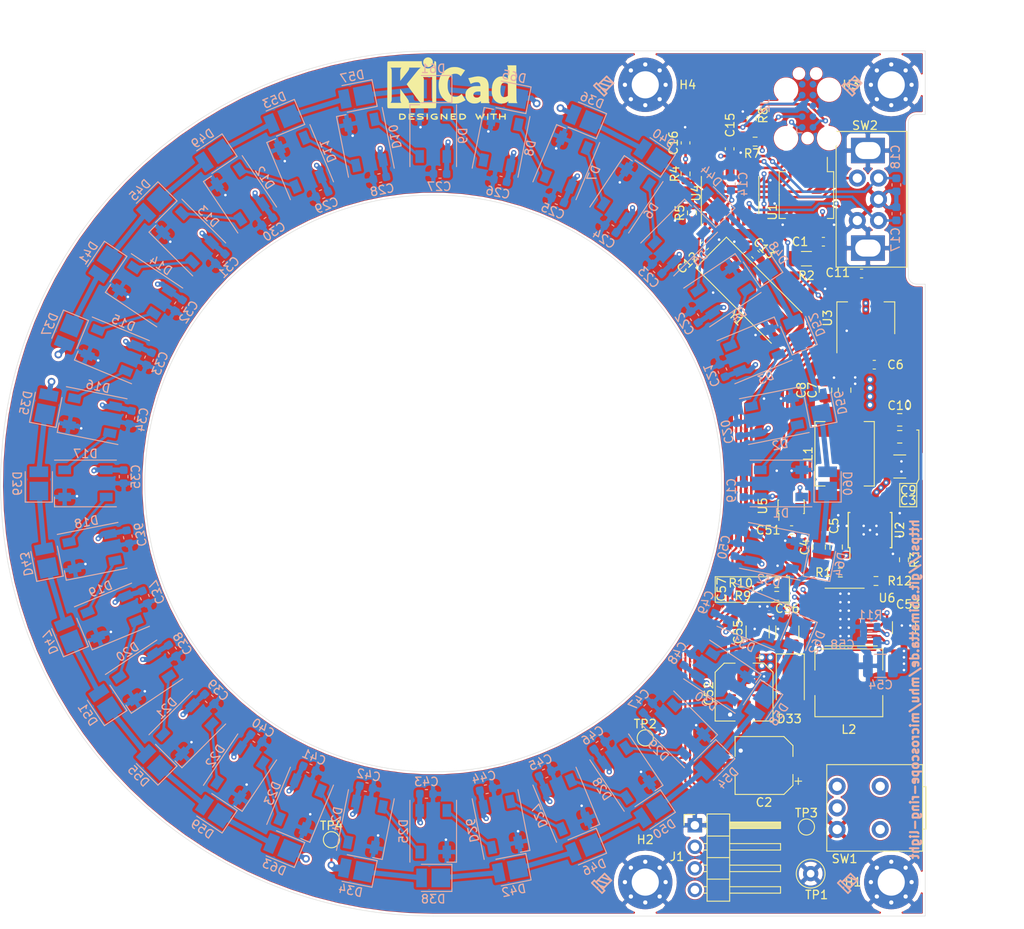
<source format=kicad_pcb>
(kicad_pcb (version 20171130) (host pcbnew 5.1.9)

  (general
    (thickness 1.6)
    (drawings 32)
    (tracks 1038)
    (zones 0)
    (modules 162)
    (nets 94)
  )

  (page A4)
  (layers
    (0 F.Cu signal)
    (1 In1.Cu power)
    (2 In2.Cu power)
    (31 B.Cu signal)
    (32 B.Adhes user)
    (33 F.Adhes user)
    (34 B.Paste user)
    (35 F.Paste user)
    (36 B.SilkS user)
    (37 F.SilkS user)
    (38 B.Mask user)
    (39 F.Mask user)
    (40 Dwgs.User user)
    (41 Cmts.User user)
    (42 Eco1.User user)
    (43 Eco2.User user)
    (44 Edge.Cuts user)
    (45 Margin user)
    (46 B.CrtYd user)
    (47 F.CrtYd user)
    (48 B.Fab user hide)
    (49 F.Fab user hide)
  )

  (setup
    (last_trace_width 0.25)
    (user_trace_width 0.3)
    (user_trace_width 0.6)
    (user_trace_width 0.8)
    (user_trace_width 2.5)
    (trace_clearance 0.2)
    (zone_clearance 0.3)
    (zone_45_only no)
    (trace_min 0.25)
    (via_size 0.8)
    (via_drill 0.4)
    (via_min_size 0.5)
    (via_min_drill 0.3)
    (user_via 0.6 0.3)
    (user_via 0.9 0.5)
    (uvia_size 0.3)
    (uvia_drill 0.1)
    (uvias_allowed no)
    (uvia_min_size 0.2)
    (uvia_min_drill 0.1)
    (edge_width 0.05)
    (segment_width 0.2)
    (pcb_text_width 0.3)
    (pcb_text_size 1.5 1.5)
    (mod_edge_width 0.12)
    (mod_text_size 1 1)
    (mod_text_width 0.15)
    (pad_size 1.205 1.55)
    (pad_drill 0)
    (pad_to_mask_clearance 0)
    (aux_axis_origin 70 70)
    (grid_origin 70 70)
    (visible_elements FFFFFF7F)
    (pcbplotparams
      (layerselection 0x010fc_ffffffff)
      (usegerberextensions true)
      (usegerberattributes true)
      (usegerberadvancedattributes true)
      (creategerberjobfile true)
      (excludeedgelayer true)
      (linewidth 0.100000)
      (plotframeref false)
      (viasonmask false)
      (mode 1)
      (useauxorigin false)
      (hpglpennumber 1)
      (hpglpenspeed 20)
      (hpglpendiameter 15.000000)
      (psnegative false)
      (psa4output false)
      (plotreference true)
      (plotvalue true)
      (plotinvisibletext false)
      (padsonsilk false)
      (subtractmaskfromsilk false)
      (outputformat 1)
      (mirror false)
      (drillshape 0)
      (scaleselection 1)
      (outputdirectory "gerber/"))
  )

  (net 0 "")
  (net 1 GND)
  (net 2 +3V3)
  (net 3 /TIM3_CH1)
  (net 4 /TIM3_CH2)
  (net 5 +12V)
  (net 6 +5V)
  (net 7 "Net-(D1-Pad4)")
  (net 8 "Net-(D1-Pad2)")
  (net 9 "Net-(D2-Pad4)")
  (net 10 "Net-(D3-Pad4)")
  (net 11 "Net-(D22-Pad4)")
  (net 12 "Net-(D4-Pad4)")
  (net 13 "Net-(D23-Pad4)")
  (net 14 "Net-(D5-Pad4)")
  (net 15 "Net-(D10-Pad2)")
  (net 16 "Net-(D10-Pad4)")
  (net 17 "Net-(D11-Pad4)")
  (net 18 "Net-(D12-Pad4)")
  (net 19 "Net-(D13-Pad4)")
  (net 20 "Net-(D14-Pad4)")
  (net 21 "Net-(D15-Pad4)")
  (net 22 "Net-(D16-Pad4)")
  (net 23 "Net-(D17-Pad4)")
  (net 24 "Net-(D18-Pad4)")
  (net 25 "Net-(D19-Pad4)")
  (net 26 "Net-(D20-Pad4)")
  (net 27 "Net-(D24-Pad4)")
  (net 28 /DMX+)
  (net 29 /DMX-)
  (net 30 /~RESET)
  (net 31 /STM_RX)
  (net 32 /STM_TX)
  (net 33 /SWCLK)
  (net 34 /SWDIO)
  (net 35 "/LED Grave/SK6812_DATA_IN")
  (net 36 /BUTTON)
  (net 37 "Net-(L1-Pad1)")
  (net 38 "Net-(C12-Pad1)")
  (net 39 "Net-(C13-Pad1)")
  (net 40 "Net-(D6-Pad4)")
  (net 41 "Net-(D7-Pad4)")
  (net 42 "Net-(D8-Pad4)")
  (net 43 "Net-(D21-Pad4)")
  (net 44 "Net-(D25-Pad4)")
  (net 45 "Net-(D26-Pad4)")
  (net 46 "Net-(D27-Pad4)")
  (net 47 "Net-(D28-Pad4)")
  (net 48 "Net-(D29-Pad4)")
  (net 49 "Net-(J1-Pad4)")
  (net 50 "Net-(D34-Pad1)")
  (net 51 "Net-(D35-Pad1)")
  (net 52 "Net-(D36-Pad1)")
  (net 53 "Net-(D37-Pad1)")
  (net 54 "Net-(D38-Pad1)")
  (net 55 "Net-(D39-Pad1)")
  (net 56 "Net-(D40-Pad1)")
  (net 57 "Net-(D41-Pad1)")
  (net 58 "Net-(D42-Pad1)")
  (net 59 "Net-(D43-Pad1)")
  (net 60 "Net-(D44-Pad1)")
  (net 61 "Net-(D45-Pad1)")
  (net 62 "Net-(D46-Pad1)")
  (net 63 "Net-(D47-Pad1)")
  (net 64 "Net-(D48-Pad1)")
  (net 65 "Net-(D49-Pad1)")
  (net 66 "Net-(D50-Pad1)")
  (net 67 "Net-(D51-Pad1)")
  (net 68 "Net-(D52-Pad1)")
  (net 69 "Net-(D53-Pad1)")
  (net 70 "Net-(D54-Pad1)")
  (net 71 "Net-(D55-Pad1)")
  (net 72 "Net-(D56-Pad1)")
  (net 73 "Net-(D57-Pad1)")
  (net 74 "Net-(D58-Pad1)")
  (net 75 "Net-(D59-Pad1)")
  (net 76 "Net-(D60-Pad1)")
  (net 77 "Net-(D61-Pad1)")
  (net 78 "Net-(D62-Pad1)")
  (net 79 "Net-(D63-Pad1)")
  (net 80 "Net-(R1-Pad2)")
  (net 81 /DMX_~RX~TX)
  (net 82 /WHITE_PWM)
  (net 83 /WhiteLEDs/LED_SUPPLY)
  (net 84 "Net-(D30-Pad4)")
  (net 85 "Net-(C57-Pad2)")
  (net 86 "Net-(C58-Pad1)")
  (net 87 "Net-(D31-Pad4)")
  (net 88 "Net-(D33-Pad2)")
  (net 89 "Net-(D64-Pad1)")
  (net 90 "Net-(D65-Pad1)")
  (net 91 "Net-(R5-Pad1)")
  (net 92 "Net-(R11-Pad2)")
  (net 93 "Net-(R12-Pad1)")

  (net_class Default "This is the default net class."
    (clearance 0.2)
    (trace_width 0.25)
    (via_dia 0.8)
    (via_drill 0.4)
    (uvia_dia 0.3)
    (uvia_drill 0.1)
    (diff_pair_width 0.3)
    (diff_pair_gap 0.26)
    (add_net +12V)
    (add_net +3V3)
    (add_net +5V)
    (add_net /BUTTON)
    (add_net /DMX_~RX~TX)
    (add_net "/LED Grave/SK6812_DATA_IN")
    (add_net /STM_RX)
    (add_net /STM_TX)
    (add_net /SWCLK)
    (add_net /SWDIO)
    (add_net /TIM3_CH1)
    (add_net /TIM3_CH2)
    (add_net /WHITE_PWM)
    (add_net /~RESET)
    (add_net GND)
    (add_net "Net-(C12-Pad1)")
    (add_net "Net-(C13-Pad1)")
    (add_net "Net-(C57-Pad2)")
    (add_net "Net-(C58-Pad1)")
    (add_net "Net-(D1-Pad2)")
    (add_net "Net-(D1-Pad4)")
    (add_net "Net-(D10-Pad2)")
    (add_net "Net-(D10-Pad4)")
    (add_net "Net-(D11-Pad4)")
    (add_net "Net-(D12-Pad4)")
    (add_net "Net-(D13-Pad4)")
    (add_net "Net-(D14-Pad4)")
    (add_net "Net-(D15-Pad4)")
    (add_net "Net-(D16-Pad4)")
    (add_net "Net-(D17-Pad4)")
    (add_net "Net-(D18-Pad4)")
    (add_net "Net-(D19-Pad4)")
    (add_net "Net-(D2-Pad4)")
    (add_net "Net-(D20-Pad4)")
    (add_net "Net-(D21-Pad4)")
    (add_net "Net-(D22-Pad4)")
    (add_net "Net-(D23-Pad4)")
    (add_net "Net-(D24-Pad4)")
    (add_net "Net-(D25-Pad4)")
    (add_net "Net-(D26-Pad4)")
    (add_net "Net-(D27-Pad4)")
    (add_net "Net-(D28-Pad4)")
    (add_net "Net-(D29-Pad4)")
    (add_net "Net-(D3-Pad4)")
    (add_net "Net-(D30-Pad4)")
    (add_net "Net-(D31-Pad4)")
    (add_net "Net-(D33-Pad2)")
    (add_net "Net-(D34-Pad1)")
    (add_net "Net-(D35-Pad1)")
    (add_net "Net-(D36-Pad1)")
    (add_net "Net-(D37-Pad1)")
    (add_net "Net-(D38-Pad1)")
    (add_net "Net-(D39-Pad1)")
    (add_net "Net-(D4-Pad4)")
    (add_net "Net-(D40-Pad1)")
    (add_net "Net-(D41-Pad1)")
    (add_net "Net-(D42-Pad1)")
    (add_net "Net-(D43-Pad1)")
    (add_net "Net-(D44-Pad1)")
    (add_net "Net-(D45-Pad1)")
    (add_net "Net-(D46-Pad1)")
    (add_net "Net-(D47-Pad1)")
    (add_net "Net-(D48-Pad1)")
    (add_net "Net-(D49-Pad1)")
    (add_net "Net-(D5-Pad4)")
    (add_net "Net-(D50-Pad1)")
    (add_net "Net-(D51-Pad1)")
    (add_net "Net-(D52-Pad1)")
    (add_net "Net-(D53-Pad1)")
    (add_net "Net-(D54-Pad1)")
    (add_net "Net-(D55-Pad1)")
    (add_net "Net-(D56-Pad1)")
    (add_net "Net-(D57-Pad1)")
    (add_net "Net-(D58-Pad1)")
    (add_net "Net-(D59-Pad1)")
    (add_net "Net-(D6-Pad4)")
    (add_net "Net-(D60-Pad1)")
    (add_net "Net-(D61-Pad1)")
    (add_net "Net-(D62-Pad1)")
    (add_net "Net-(D63-Pad1)")
    (add_net "Net-(D64-Pad1)")
    (add_net "Net-(D65-Pad1)")
    (add_net "Net-(D7-Pad4)")
    (add_net "Net-(D8-Pad4)")
    (add_net "Net-(J1-Pad4)")
    (add_net "Net-(L1-Pad1)")
    (add_net "Net-(R1-Pad2)")
    (add_net "Net-(R11-Pad2)")
    (add_net "Net-(R12-Pad1)")
    (add_net "Net-(R5-Pad1)")
  )

  (net_class DMX-DIFF120 ""
    (clearance 0.2)
    (trace_width 0.25)
    (via_dia 0.6)
    (via_drill 0.3)
    (uvia_dia 0.3)
    (uvia_drill 0.1)
    (diff_pair_width 0.25)
    (diff_pair_gap 0.3)
    (add_net /DMX+)
    (add_net /DMX-)
  )

  (net_class LED_SUPPLY ""
    (clearance 0.35)
    (trace_width 0.25)
    (via_dia 0.8)
    (via_drill 0.4)
    (uvia_dia 0.3)
    (uvia_drill 0.1)
    (diff_pair_width 0.3)
    (diff_pair_gap 0.25)
    (add_net /WhiteLEDs/LED_SUPPLY)
  )

  (module shimatta_switch:EN11-VSM (layer F.Cu) (tedit 60201AA5) (tstamp 6068A86B)
    (at 122.5 36.5)
    (path /606929D5)
    (fp_text reference SW2 (at -1.6 -8.7) (layer F.SilkS)
      (effects (font (size 1 1) (thickness 0.15)))
    )
    (fp_text value EN11-VSM (at 2.25 0 90) (layer F.Fab)
      (effects (font (size 1 1) (thickness 0.15)))
    )
    (fp_line (start -5 -8) (end 3.35 -8) (layer F.Fab) (width 0.12))
    (fp_line (start -5 -8) (end -5 8) (layer F.Fab) (width 0.12))
    (fp_line (start -5 8) (end 3.35 8) (layer F.Fab) (width 0.12))
    (fp_line (start 3.35 -8) (end 3.35 8) (layer F.Fab) (width 0.12))
    (fp_line (start 3.35 -3.5) (end 8 -3.5) (layer F.Fab) (width 0.12))
    (fp_line (start 3.35 3.5) (end 8 3.5) (layer F.Fab) (width 0.12))
    (fp_line (start 8 -3.5) (end 8 3.5) (layer F.Fab) (width 0.12))
    (fp_line (start 8 -3) (end 16.15 -3) (layer F.Fab) (width 0.12))
    (fp_line (start 16.15 -3) (end 16.15 3) (layer F.Fab) (width 0.12))
    (fp_line (start 16.15 3) (end 8 3) (layer F.Fab) (width 0.12))
    (fp_line (start -5 -8) (end 3.35 -8) (layer F.SilkS) (width 0.12))
    (fp_line (start 3.35 -8) (end 3.35 8) (layer F.SilkS) (width 0.12))
    (fp_line (start 3.35 8) (end -5 8) (layer F.SilkS) (width 0.12))
    (fp_line (start -5 8) (end -5 -8) (layer F.SilkS) (width 0.12))
    (pad MP thru_hole rect (at -1.25 5.75) (size 4 3) (drill oval 3 2) (layers *.Cu *.Mask)
      (net 1 GND))
    (pad MP thru_hole rect (at -1.25 -5.75) (size 4 3) (drill oval 3 2) (layers *.Cu *.Mask)
      (net 1 GND))
    (pad S2 thru_hole circle (at -2.5 2.5) (size 2 2) (drill 1.1) (layers *.Cu *.Mask)
      (net 1 GND))
    (pad S1 thru_hole circle (at -2.5 -2.5) (size 2 2) (drill 1.1) (layers *.Cu *.Mask)
      (net 36 /BUTTON))
    (pad C thru_hole circle (at 0 0) (size 2 2) (drill 1.1) (layers *.Cu *.Mask)
      (net 1 GND))
    (pad B thru_hole circle (at 0 -2.5) (size 2 2) (drill 1.1) (layers *.Cu *.Mask)
      (net 4 /TIM3_CH2))
    (pad A thru_hole circle (at 0 2.5) (size 2 2) (drill 1.1) (layers *.Cu *.Mask)
      (net 3 /TIM3_CH1))
  )

  (module Capacitor_SMD:C_0805_2012Metric (layer F.Cu) (tedit 5F68FEEE) (tstamp 60622F58)
    (at 125 62.5)
    (descr "Capacitor SMD 0805 (2012 Metric), square (rectangular) end terminal, IPC_7351 nominal, (Body size source: IPC-SM-782 page 76, https://www.pcb-3d.com/wordpress/wp-content/uploads/ipc-sm-782a_amendment_1_and_2.pdf, https://docs.google.com/spreadsheets/d/1BsfQQcO9C6DZCsRaXUlFlo91Tg2WpOkGARC1WS5S8t0/edit?usp=sharing), generated with kicad-footprint-generator")
    (tags capacitor)
    (path /600E7362)
    (attr smd)
    (fp_text reference C10 (at 0 -1.68) (layer F.SilkS)
      (effects (font (size 1 1) (thickness 0.15)))
    )
    (fp_text value 10u (at 0 1.68) (layer F.Fab)
      (effects (font (size 1 1) (thickness 0.15)))
    )
    (fp_line (start 1.7 0.98) (end -1.7 0.98) (layer F.CrtYd) (width 0.05))
    (fp_line (start 1.7 -0.98) (end 1.7 0.98) (layer F.CrtYd) (width 0.05))
    (fp_line (start -1.7 -0.98) (end 1.7 -0.98) (layer F.CrtYd) (width 0.05))
    (fp_line (start -1.7 0.98) (end -1.7 -0.98) (layer F.CrtYd) (width 0.05))
    (fp_line (start -0.261252 0.735) (end 0.261252 0.735) (layer F.SilkS) (width 0.12))
    (fp_line (start -0.261252 -0.735) (end 0.261252 -0.735) (layer F.SilkS) (width 0.12))
    (fp_line (start 1 0.625) (end -1 0.625) (layer F.Fab) (width 0.1))
    (fp_line (start 1 -0.625) (end 1 0.625) (layer F.Fab) (width 0.1))
    (fp_line (start -1 -0.625) (end 1 -0.625) (layer F.Fab) (width 0.1))
    (fp_line (start -1 0.625) (end -1 -0.625) (layer F.Fab) (width 0.1))
    (fp_text user %R (at 0 0) (layer F.Fab)
      (effects (font (size 0.5 0.5) (thickness 0.08)))
    )
    (pad 2 smd roundrect (at 0.95 0) (size 1 1.45) (layers F.Cu F.Paste F.Mask) (roundrect_rratio 0.25)
      (net 1 GND))
    (pad 1 smd roundrect (at -0.95 0) (size 1 1.45) (layers F.Cu F.Paste F.Mask) (roundrect_rratio 0.25)
      (net 6 +5V))
    (model ${KISYS3DMOD}/Capacitor_SMD.3dshapes/C_0805_2012Metric.wrl
      (at (xyz 0 0 0))
      (scale (xyz 1 1 1))
      (rotate (xyz 0 0 0))
    )
  )

  (module Capacitor_SMD:C_0805_2012Metric (layer F.Cu) (tedit 5F68FEEE) (tstamp 60622E53)
    (at 125 64.5)
    (descr "Capacitor SMD 0805 (2012 Metric), square (rectangular) end terminal, IPC_7351 nominal, (Body size source: IPC-SM-782 page 76, https://www.pcb-3d.com/wordpress/wp-content/uploads/ipc-sm-782a_amendment_1_and_2.pdf, https://docs.google.com/spreadsheets/d/1BsfQQcO9C6DZCsRaXUlFlo91Tg2WpOkGARC1WS5S8t0/edit?usp=sharing), generated with kicad-footprint-generator")
    (tags capacitor)
    (path /600E6713)
    (attr smd)
    (fp_text reference C9 (at 1 6.3) (layer F.SilkS)
      (effects (font (size 1 1) (thickness 0.15)))
    )
    (fp_text value 10u (at 0 1.68) (layer F.Fab)
      (effects (font (size 1 1) (thickness 0.15)))
    )
    (fp_line (start 1.7 0.98) (end -1.7 0.98) (layer F.CrtYd) (width 0.05))
    (fp_line (start 1.7 -0.98) (end 1.7 0.98) (layer F.CrtYd) (width 0.05))
    (fp_line (start -1.7 -0.98) (end 1.7 -0.98) (layer F.CrtYd) (width 0.05))
    (fp_line (start -1.7 0.98) (end -1.7 -0.98) (layer F.CrtYd) (width 0.05))
    (fp_line (start -0.261252 0.735) (end 0.261252 0.735) (layer F.SilkS) (width 0.12))
    (fp_line (start -0.261252 -0.735) (end 0.261252 -0.735) (layer F.SilkS) (width 0.12))
    (fp_line (start 1 0.625) (end -1 0.625) (layer F.Fab) (width 0.1))
    (fp_line (start 1 -0.625) (end 1 0.625) (layer F.Fab) (width 0.1))
    (fp_line (start -1 -0.625) (end 1 -0.625) (layer F.Fab) (width 0.1))
    (fp_line (start -1 0.625) (end -1 -0.625) (layer F.Fab) (width 0.1))
    (fp_text user %R (at 0 0) (layer F.Fab)
      (effects (font (size 0.5 0.5) (thickness 0.08)))
    )
    (pad 2 smd roundrect (at 0.95 0) (size 1 1.45) (layers F.Cu F.Paste F.Mask) (roundrect_rratio 0.25)
      (net 1 GND))
    (pad 1 smd roundrect (at -0.95 0) (size 1 1.45) (layers F.Cu F.Paste F.Mask) (roundrect_rratio 0.25)
      (net 6 +5V))
    (model ${KISYS3DMOD}/Capacitor_SMD.3dshapes/C_0805_2012Metric.wrl
      (at (xyz 0 0 0))
      (scale (xyz 1 1 1))
      (rotate (xyz 0 0 0))
    )
  )

  (module Capacitor_SMD:C_0805_2012Metric (layer F.Cu) (tedit 5F68FEEE) (tstamp 60622F22)
    (at 116.25 59 90)
    (descr "Capacitor SMD 0805 (2012 Metric), square (rectangular) end terminal, IPC_7351 nominal, (Body size source: IPC-SM-782 page 76, https://www.pcb-3d.com/wordpress/wp-content/uploads/ipc-sm-782a_amendment_1_and_2.pdf, https://docs.google.com/spreadsheets/d/1BsfQQcO9C6DZCsRaXUlFlo91Tg2WpOkGARC1WS5S8t0/edit?usp=sharing), generated with kicad-footprint-generator")
    (tags capacitor)
    (path /600E635C)
    (attr smd)
    (fp_text reference C8 (at 0 -2.85 90) (layer F.SilkS)
      (effects (font (size 1 1) (thickness 0.15)))
    )
    (fp_text value 10u (at 0 1.68 90) (layer F.Fab)
      (effects (font (size 1 1) (thickness 0.15)))
    )
    (fp_line (start 1.7 0.98) (end -1.7 0.98) (layer F.CrtYd) (width 0.05))
    (fp_line (start 1.7 -0.98) (end 1.7 0.98) (layer F.CrtYd) (width 0.05))
    (fp_line (start -1.7 -0.98) (end 1.7 -0.98) (layer F.CrtYd) (width 0.05))
    (fp_line (start -1.7 0.98) (end -1.7 -0.98) (layer F.CrtYd) (width 0.05))
    (fp_line (start -0.261252 0.735) (end 0.261252 0.735) (layer F.SilkS) (width 0.12))
    (fp_line (start -0.261252 -0.735) (end 0.261252 -0.735) (layer F.SilkS) (width 0.12))
    (fp_line (start 1 0.625) (end -1 0.625) (layer F.Fab) (width 0.1))
    (fp_line (start 1 -0.625) (end 1 0.625) (layer F.Fab) (width 0.1))
    (fp_line (start -1 -0.625) (end 1 -0.625) (layer F.Fab) (width 0.1))
    (fp_line (start -1 0.625) (end -1 -0.625) (layer F.Fab) (width 0.1))
    (fp_text user %R (at 0 0 90) (layer F.Fab)
      (effects (font (size 0.5 0.5) (thickness 0.08)))
    )
    (pad 2 smd roundrect (at 0.95 0 90) (size 1 1.45) (layers F.Cu F.Paste F.Mask) (roundrect_rratio 0.25)
      (net 1 GND))
    (pad 1 smd roundrect (at -0.95 0 90) (size 1 1.45) (layers F.Cu F.Paste F.Mask) (roundrect_rratio 0.25)
      (net 6 +5V))
    (model ${KISYS3DMOD}/Capacitor_SMD.3dshapes/C_0805_2012Metric.wrl
      (at (xyz 0 0 0))
      (scale (xyz 1 1 1))
      (rotate (xyz 0 0 0))
    )
  )

  (module Capacitor_SMD:C_0805_2012Metric (layer F.Cu) (tedit 5F68FEEE) (tstamp 60622FFD)
    (at 118.5 59 90)
    (descr "Capacitor SMD 0805 (2012 Metric), square (rectangular) end terminal, IPC_7351 nominal, (Body size source: IPC-SM-782 page 76, https://www.pcb-3d.com/wordpress/wp-content/uploads/ipc-sm-782a_amendment_1_and_2.pdf, https://docs.google.com/spreadsheets/d/1BsfQQcO9C6DZCsRaXUlFlo91Tg2WpOkGARC1WS5S8t0/edit?usp=sharing), generated with kicad-footprint-generator")
    (tags capacitor)
    (path /600E5144)
    (attr smd)
    (fp_text reference C7 (at 0 -3.8 90) (layer F.SilkS)
      (effects (font (size 1 1) (thickness 0.15)))
    )
    (fp_text value 10u (at 0 1.68 90) (layer F.Fab)
      (effects (font (size 1 1) (thickness 0.15)))
    )
    (fp_line (start 1.7 0.98) (end -1.7 0.98) (layer F.CrtYd) (width 0.05))
    (fp_line (start 1.7 -0.98) (end 1.7 0.98) (layer F.CrtYd) (width 0.05))
    (fp_line (start -1.7 -0.98) (end 1.7 -0.98) (layer F.CrtYd) (width 0.05))
    (fp_line (start -1.7 0.98) (end -1.7 -0.98) (layer F.CrtYd) (width 0.05))
    (fp_line (start -0.261252 0.735) (end 0.261252 0.735) (layer F.SilkS) (width 0.12))
    (fp_line (start -0.261252 -0.735) (end 0.261252 -0.735) (layer F.SilkS) (width 0.12))
    (fp_line (start 1 0.625) (end -1 0.625) (layer F.Fab) (width 0.1))
    (fp_line (start 1 -0.625) (end 1 0.625) (layer F.Fab) (width 0.1))
    (fp_line (start -1 -0.625) (end 1 -0.625) (layer F.Fab) (width 0.1))
    (fp_line (start -1 0.625) (end -1 -0.625) (layer F.Fab) (width 0.1))
    (fp_text user %R (at 0 0 90) (layer F.Fab)
      (effects (font (size 0.5 0.5) (thickness 0.08)))
    )
    (pad 2 smd roundrect (at 0.95 0 90) (size 1 1.45) (layers F.Cu F.Paste F.Mask) (roundrect_rratio 0.25)
      (net 1 GND))
    (pad 1 smd roundrect (at -0.95 0 90) (size 1 1.45) (layers F.Cu F.Paste F.Mask) (roundrect_rratio 0.25)
      (net 6 +5V))
    (model ${KISYS3DMOD}/Capacitor_SMD.3dshapes/C_0805_2012Metric.wrl
      (at (xyz 0 0 0))
      (scale (xyz 1 1 1))
      (rotate (xyz 0 0 0))
    )
  )

  (module shimatta_inductor:FerroCore_DE0704 (layer F.Cu) (tedit 606204E6) (tstamp 6062A4A1)
    (at 119 93.5 180)
    (path /606770DB/60625C92)
    (fp_text reference L2 (at 0 -5.5) (layer F.SilkS)
      (effects (font (size 1 1) (thickness 0.15)))
    )
    (fp_text value DE0704-22 (at 0 -2) (layer F.Fab)
      (effects (font (size 1 1) (thickness 0.15)))
    )
    (fp_line (start -4 4) (end -4 1.5) (layer F.SilkS) (width 0.12))
    (fp_line (start 4 4) (end -4 4) (layer F.SilkS) (width 0.12))
    (fp_line (start 4 1.5) (end 4 4) (layer F.SilkS) (width 0.12))
    (fp_line (start 4 -4) (end 4 -1.5) (layer F.SilkS) (width 0.12))
    (fp_line (start -4 -4) (end 4 -4) (layer F.SilkS) (width 0.12))
    (fp_line (start -4 -1.5) (end -4 -4) (layer F.SilkS) (width 0.12))
    (fp_line (start -4.5 -4) (end 4.5 -4) (layer F.CrtYd) (width 0.12))
    (fp_line (start 4.5 -4) (end 4.5 4) (layer F.CrtYd) (width 0.12))
    (fp_line (start 4.5 4) (end -4.5 4) (layer F.CrtYd) (width 0.12))
    (fp_line (start -4.5 4) (end -4.5 -4) (layer F.CrtYd) (width 0.12))
    (fp_line (start -2.75 -3.75) (end 2.75 -3.75) (layer F.Fab) (width 0.12))
    (fp_line (start 3.75 -2.75) (end 3.75 2.75) (layer F.Fab) (width 0.12))
    (fp_line (start 2.75 3.75) (end -2.75 3.75) (layer F.Fab) (width 0.12))
    (fp_line (start -3.75 2.75) (end -3.75 -2.75) (layer F.Fab) (width 0.12))
    (fp_circle (center 0 0) (end 3.25 0) (layer F.Fab) (width 0.12))
    (fp_arc (start -2.75 2.75) (end -3.75 2.75) (angle -90) (layer F.Fab) (width 0.12))
    (fp_arc (start 2.75 2.75) (end 2.75 3.75) (angle -90) (layer F.Fab) (width 0.12))
    (fp_arc (start 2.75 -2.75) (end 3.75 -2.75) (angle -90) (layer F.Fab) (width 0.12))
    (fp_arc (start -2.75 -2.75) (end -2.75 -3.75) (angle -90) (layer F.Fab) (width 0.12))
    (pad 2 smd rect (at 3.5 0 180) (size 1.6 2.2) (layers F.Cu F.Paste F.Mask)
      (net 88 "Net-(D33-Pad2)"))
    (pad 1 smd rect (at -3.5 0 180) (size 1.6 2.2) (layers F.Cu F.Paste F.Mask)
      (net 5 +12V))
  )

  (module Symbol:KiCad-Logo2_6mm_SilkScreen (layer F.Cu) (tedit 0) (tstamp 6061956D)
    (at 72.25 22.75)
    (descr "KiCad Logo")
    (tags "Logo KiCad")
    (attr virtual)
    (fp_text reference REF** (at 0 -5.08) (layer F.SilkS) hide
      (effects (font (size 1 1) (thickness 0.15)))
    )
    (fp_text value KiCad-Logo2_6mm_SilkScreen (at 0 6.35) (layer F.Fab) hide
      (effects (font (size 1 1) (thickness 0.15)))
    )
    (fp_poly (pts (xy -6.109663 3.635258) (xy -6.070181 3.635659) (xy -5.954492 3.638451) (xy -5.857603 3.646742)
      (xy -5.776211 3.661424) (xy -5.707015 3.683385) (xy -5.646712 3.713514) (xy -5.592 3.752702)
      (xy -5.572459 3.769724) (xy -5.540042 3.809555) (xy -5.510812 3.863605) (xy -5.488283 3.923515)
      (xy -5.475971 3.980931) (xy -5.474692 4.002148) (xy -5.482709 4.060961) (xy -5.504191 4.125205)
      (xy -5.535291 4.186013) (xy -5.572158 4.234522) (xy -5.578146 4.240374) (xy -5.628871 4.281513)
      (xy -5.684417 4.313627) (xy -5.747988 4.337557) (xy -5.822786 4.354145) (xy -5.912014 4.364233)
      (xy -6.018874 4.368661) (xy -6.06782 4.369037) (xy -6.130054 4.368737) (xy -6.17382 4.367484)
      (xy -6.203223 4.364746) (xy -6.222371 4.359993) (xy -6.235369 4.352693) (xy -6.242337 4.346459)
      (xy -6.248918 4.338886) (xy -6.25408 4.329116) (xy -6.257995 4.314532) (xy -6.260835 4.292518)
      (xy -6.262772 4.260456) (xy -6.263976 4.215728) (xy -6.26462 4.155718) (xy -6.264875 4.077809)
      (xy -6.264914 4.002148) (xy -6.265162 3.901233) (xy -6.265109 3.820619) (xy -6.264149 3.782014)
      (xy -6.118159 3.782014) (xy -6.118159 4.222281) (xy -6.025026 4.222196) (xy -5.968985 4.220588)
      (xy -5.910291 4.216448) (xy -5.86132 4.210656) (xy -5.85983 4.210418) (xy -5.780684 4.191282)
      (xy -5.719294 4.161479) (xy -5.672597 4.11907) (xy -5.642927 4.073153) (xy -5.624645 4.022218)
      (xy -5.626063 3.974392) (xy -5.64728 3.923125) (xy -5.688781 3.870091) (xy -5.74629 3.830792)
      (xy -5.821042 3.804523) (xy -5.871 3.795227) (xy -5.927708 3.788699) (xy -5.987811 3.783974)
      (xy -6.038931 3.782009) (xy -6.041959 3.782) (xy -6.118159 3.782014) (xy -6.264149 3.782014)
      (xy -6.263552 3.758043) (xy -6.25929 3.711247) (xy -6.251122 3.67797) (xy -6.237848 3.655951)
      (xy -6.218266 3.642931) (xy -6.191175 3.636649) (xy -6.155374 3.634845) (xy -6.109663 3.635258)) (layer F.SilkS) (width 0.01))
    (fp_poly (pts (xy -4.701086 3.635338) (xy -4.631678 3.63571) (xy -4.579289 3.636577) (xy -4.541139 3.638138)
      (xy -4.514451 3.640595) (xy -4.496445 3.644149) (xy -4.484341 3.649002) (xy -4.475361 3.655353)
      (xy -4.47211 3.658276) (xy -4.452335 3.689334) (xy -4.448774 3.72502) (xy -4.461783 3.756702)
      (xy -4.467798 3.763105) (xy -4.477527 3.769313) (xy -4.493193 3.774102) (xy -4.5177 3.777706)
      (xy -4.553953 3.780356) (xy -4.604857 3.782287) (xy -4.673318 3.783731) (xy -4.735909 3.78461)
      (xy -4.983626 3.787659) (xy -4.987011 3.85257) (xy -4.990397 3.917481) (xy -4.82225 3.917481)
      (xy -4.749251 3.918111) (xy -4.695809 3.920745) (xy -4.65892 3.926501) (xy -4.63558 3.936496)
      (xy -4.622786 3.951848) (xy -4.617534 3.973674) (xy -4.616737 3.99393) (xy -4.619215 4.018784)
      (xy -4.628569 4.037098) (xy -4.647675 4.049829) (xy -4.67941 4.057933) (xy -4.726651 4.062368)
      (xy -4.792275 4.064091) (xy -4.828093 4.064237) (xy -4.98927 4.064237) (xy -4.98927 4.222281)
      (xy -4.740914 4.222281) (xy -4.659505 4.222394) (xy -4.597634 4.222904) (xy -4.55226 4.224062)
      (xy -4.520346 4.226122) (xy -4.498851 4.229338) (xy -4.484735 4.233964) (xy -4.47496 4.240251)
      (xy -4.469981 4.244859) (xy -4.452902 4.271752) (xy -4.447403 4.295659) (xy -4.455255 4.324859)
      (xy -4.469981 4.346459) (xy -4.477838 4.353258) (xy -4.48798 4.358538) (xy -4.503136 4.36249)
      (xy -4.526033 4.365305) (xy -4.559401 4.367174) (xy -4.605967 4.36829) (xy -4.668459 4.368843)
      (xy -4.749606 4.369025) (xy -4.791714 4.369037) (xy -4.88189 4.368957) (xy -4.952216 4.36859)
      (xy -5.005421 4.367744) (xy -5.044232 4.366228) (xy -5.071379 4.363851) (xy -5.08959 4.360421)
      (xy -5.101592 4.355746) (xy -5.110114 4.349636) (xy -5.113448 4.346459) (xy -5.120047 4.338862)
      (xy -5.125219 4.329062) (xy -5.129138 4.314431) (xy -5.131976 4.292344) (xy -5.133907 4.260174)
      (xy -5.135104 4.215295) (xy -5.13574 4.155081) (xy -5.135989 4.076905) (xy -5.136026 4.004115)
      (xy -5.135992 3.910899) (xy -5.135757 3.837623) (xy -5.135122 3.78165) (xy -5.133886 3.740343)
      (xy -5.131848 3.711064) (xy -5.128809 3.691176) (xy -5.124569 3.678042) (xy -5.118927 3.669024)
      (xy -5.111683 3.661485) (xy -5.109898 3.659804) (xy -5.101237 3.652364) (xy -5.091174 3.646601)
      (xy -5.076917 3.642304) (xy -5.055675 3.639256) (xy -5.024656 3.637243) (xy -4.981069 3.636052)
      (xy -4.922123 3.635467) (xy -4.845026 3.635275) (xy -4.790293 3.635259) (xy -4.701086 3.635338)) (layer F.SilkS) (width 0.01))
    (fp_poly (pts (xy -3.679995 3.636543) (xy -3.60518 3.641773) (xy -3.535598 3.649942) (xy -3.475294 3.660742)
      (xy -3.428312 3.673865) (xy -3.398698 3.689005) (xy -3.394152 3.693461) (xy -3.378346 3.728042)
      (xy -3.383139 3.763543) (xy -3.407656 3.793917) (xy -3.408826 3.794788) (xy -3.423246 3.804146)
      (xy -3.4383 3.809068) (xy -3.459297 3.809665) (xy -3.491549 3.806053) (xy -3.540365 3.798346)
      (xy -3.544292 3.797697) (xy -3.617031 3.788761) (xy -3.695509 3.784353) (xy -3.774219 3.784311)
      (xy -3.847653 3.788471) (xy -3.910303 3.796671) (xy -3.956662 3.808749) (xy -3.959708 3.809963)
      (xy -3.99334 3.828807) (xy -4.005156 3.847877) (xy -3.995906 3.866631) (xy -3.966339 3.884529)
      (xy -3.917203 3.901029) (xy -3.849249 3.915588) (xy -3.803937 3.922598) (xy -3.709748 3.936081)
      (xy -3.634836 3.948406) (xy -3.576009 3.960641) (xy -3.530077 3.973853) (xy -3.493847 3.989109)
      (xy -3.46413 4.007477) (xy -3.437734 4.030023) (xy -3.416522 4.052163) (xy -3.391357 4.083011)
      (xy -3.378973 4.109537) (xy -3.3751 4.142218) (xy -3.374959 4.154187) (xy -3.377868 4.193904)
      (xy -3.389494 4.223451) (xy -3.409615 4.249678) (xy -3.450508 4.289768) (xy -3.496109 4.320341)
      (xy -3.549805 4.342395) (xy -3.614984 4.356927) (xy -3.695036 4.364933) (xy -3.793349 4.36741)
      (xy -3.809581 4.367369) (xy -3.875141 4.36601) (xy -3.940158 4.362922) (xy -3.997544 4.358548)
      (xy -4.040214 4.353332) (xy -4.043664 4.352733) (xy -4.086088 4.342683) (xy -4.122072 4.329988)
      (xy -4.142442 4.318382) (xy -4.161399 4.287764) (xy -4.162719 4.25211) (xy -4.146377 4.220336)
      (xy -4.142721 4.216743) (xy -4.127607 4.206068) (xy -4.108707 4.201468) (xy -4.079454 4.202251)
      (xy -4.043943 4.206319) (xy -4.004262 4.209954) (xy -3.948637 4.21302) (xy -3.883698 4.215245)
      (xy -3.816077 4.216356) (xy -3.798292 4.216429) (xy -3.73042 4.216156) (xy -3.680746 4.214838)
      (xy -3.644902 4.212019) (xy -3.618516 4.207242) (xy -3.597218 4.200049) (xy -3.584418 4.194059)
      (xy -3.556292 4.177425) (xy -3.53836 4.16236) (xy -3.535739 4.158089) (xy -3.541268 4.140455)
      (xy -3.567552 4.123384) (xy -3.61277 4.10765) (xy -3.6751 4.09403) (xy -3.693463 4.090996)
      (xy -3.789382 4.07593) (xy -3.865933 4.063338) (xy -3.926072 4.052303) (xy -3.972752 4.041912)
      (xy -4.008929 4.031248) (xy -4.037557 4.019397) (xy -4.06159 4.005443) (xy -4.083984 3.988473)
      (xy -4.107694 3.96757) (xy -4.115672 3.960241) (xy -4.143645 3.932891) (xy -4.158452 3.911221)
      (xy -4.164244 3.886424) (xy -4.165181 3.855175) (xy -4.154867 3.793897) (xy -4.124044 3.741832)
      (xy -4.072887 3.69915) (xy -4.001575 3.666017) (xy -3.950692 3.651156) (xy -3.895392 3.641558)
      (xy -3.829145 3.636128) (xy -3.755998 3.634559) (xy -3.679995 3.636543)) (layer F.SilkS) (width 0.01))
    (fp_poly (pts (xy -2.912114 3.657837) (xy -2.905534 3.66541) (xy -2.900371 3.675179) (xy -2.896456 3.689763)
      (xy -2.893616 3.711777) (xy -2.891679 3.74384) (xy -2.890475 3.788567) (xy -2.889831 3.848577)
      (xy -2.889576 3.926486) (xy -2.889537 4.002148) (xy -2.889606 4.095994) (xy -2.88993 4.169881)
      (xy -2.890678 4.226424) (xy -2.892024 4.268241) (xy -2.894138 4.297949) (xy -2.897192 4.318165)
      (xy -2.901358 4.331506) (xy -2.906808 4.34059) (xy -2.912114 4.346459) (xy -2.945118 4.366139)
      (xy -2.980283 4.364373) (xy -3.011747 4.342909) (xy -3.018976 4.334529) (xy -3.024626 4.324806)
      (xy -3.028891 4.311053) (xy -3.031965 4.290581) (xy -3.034044 4.260704) (xy -3.035322 4.218733)
      (xy -3.035993 4.161981) (xy -3.036251 4.087759) (xy -3.036292 4.003729) (xy -3.036292 3.690677)
      (xy -3.008583 3.662968) (xy -2.974429 3.639655) (xy -2.941298 3.638815) (xy -2.912114 3.657837)) (layer F.SilkS) (width 0.01))
    (fp_poly (pts (xy -1.938373 3.640791) (xy -1.869857 3.652287) (xy -1.817235 3.670159) (xy -1.783 3.693691)
      (xy -1.773671 3.707116) (xy -1.764185 3.73834) (xy -1.770569 3.766587) (xy -1.790722 3.793374)
      (xy -1.822037 3.805905) (xy -1.867475 3.804888) (xy -1.902618 3.798098) (xy -1.980711 3.785163)
      (xy -2.060518 3.783934) (xy -2.149847 3.794433) (xy -2.174521 3.798882) (xy -2.257583 3.8223)
      (xy -2.322565 3.857137) (xy -2.368753 3.902796) (xy -2.395437 3.958686) (xy -2.400955 3.98758)
      (xy -2.397343 4.046204) (xy -2.374021 4.098071) (xy -2.333116 4.14217) (xy -2.276751 4.177491)
      (xy -2.207052 4.203021) (xy -2.126144 4.217751) (xy -2.036152 4.22067) (xy -1.939202 4.210767)
      (xy -1.933728 4.209833) (xy -1.895167 4.202651) (xy -1.873786 4.195713) (xy -1.864519 4.185419)
      (xy -1.862298 4.168168) (xy -1.862248 4.159033) (xy -1.862248 4.120681) (xy -1.930723 4.120681)
      (xy -1.991192 4.116539) (xy -2.032457 4.103339) (xy -2.056467 4.079922) (xy -2.065169 4.045128)
      (xy -2.065275 4.040586) (xy -2.060184 4.010846) (xy -2.042725 3.989611) (xy -2.010231 3.975558)
      (xy -1.960035 3.967365) (xy -1.911415 3.964353) (xy -1.840748 3.962625) (xy -1.78949 3.965262)
      (xy -1.754531 3.974992) (xy -1.732762 3.994545) (xy -1.721072 4.026648) (xy -1.716352 4.07403)
      (xy -1.715492 4.136263) (xy -1.716901 4.205727) (xy -1.72114 4.252978) (xy -1.728228 4.278204)
      (xy -1.729603 4.28018) (xy -1.76852 4.3117) (xy -1.825578 4.336662) (xy -1.897161 4.354532)
      (xy -1.97965 4.364778) (xy -2.069431 4.366865) (xy -2.162884 4.36026) (xy -2.217848 4.352148)
      (xy -2.304058 4.327746) (xy -2.384184 4.287854) (xy -2.451269 4.236079) (xy -2.461465 4.225731)
      (xy -2.494594 4.182227) (xy -2.524486 4.12831) (xy -2.547649 4.071784) (xy -2.56059 4.020451)
      (xy -2.56215 4.000736) (xy -2.55551 3.959611) (xy -2.53786 3.908444) (xy -2.512589 3.854586)
      (xy -2.483081 3.805387) (xy -2.457011 3.772526) (xy -2.396057 3.723644) (xy -2.317261 3.684737)
      (xy -2.223449 3.656686) (xy -2.117442 3.640371) (xy -2.020292 3.636384) (xy -1.938373 3.640791)) (layer F.SilkS) (width 0.01))
    (fp_poly (pts (xy -1.288406 3.63964) (xy -1.26484 3.653465) (xy -1.234027 3.676073) (xy -1.19437 3.70853)
      (xy -1.144272 3.7519) (xy -1.082135 3.80725) (xy -1.006364 3.875643) (xy -0.919626 3.954276)
      (xy -0.739003 4.11807) (xy -0.733359 3.898221) (xy -0.731321 3.822543) (xy -0.729355 3.766186)
      (xy -0.727026 3.725898) (xy -0.723898 3.698427) (xy -0.719537 3.680521) (xy -0.713508 3.668929)
      (xy -0.705376 3.6604) (xy -0.701064 3.656815) (xy -0.666533 3.637862) (xy -0.633675 3.640633)
      (xy -0.60761 3.656825) (xy -0.580959 3.678391) (xy -0.577644 3.993343) (xy -0.576727 4.085971)
      (xy -0.57626 4.158736) (xy -0.576405 4.214353) (xy -0.577324 4.255534) (xy -0.579179 4.284995)
      (xy -0.582131 4.305447) (xy -0.586342 4.319605) (xy -0.591974 4.330183) (xy -0.598219 4.338666)
      (xy -0.611731 4.354399) (xy -0.625175 4.364828) (xy -0.640416 4.368831) (xy -0.659318 4.365286)
      (xy -0.683747 4.353071) (xy -0.715565 4.331063) (xy -0.75664 4.298141) (xy -0.808834 4.253183)
      (xy -0.874014 4.195067) (xy -0.947848 4.128291) (xy -1.213137 3.88765) (xy -1.218781 4.106781)
      (xy -1.220823 4.18232) (xy -1.222794 4.238546) (xy -1.225131 4.278716) (xy -1.228273 4.306088)
      (xy -1.232656 4.32392) (xy -1.238716 4.335471) (xy -1.246892 4.343999) (xy -1.251076 4.347474)
      (xy -1.288057 4.366564) (xy -1.323 4.363685) (xy -1.353428 4.339292) (xy -1.360389 4.329478)
      (xy -1.365815 4.318018) (xy -1.369895 4.30216) (xy -1.372821 4.279155) (xy -1.374784 4.246254)
      (xy -1.375975 4.200708) (xy -1.376584 4.139765) (xy -1.376803 4.060678) (xy -1.376826 4.002148)
      (xy -1.376752 3.910599) (xy -1.376405 3.838879) (xy -1.375593 3.784237) (xy -1.374125 3.743924)
      (xy -1.371811 3.71519) (xy -1.368459 3.695285) (xy -1.36388 3.68146) (xy -1.357881 3.670964)
      (xy -1.353428 3.665003) (xy -1.342142 3.650883) (xy -1.331593 3.640221) (xy -1.320185 3.634084)
      (xy -1.306322 3.633535) (xy -1.288406 3.63964)) (layer F.SilkS) (width 0.01))
    (fp_poly (pts (xy 0.242051 3.635452) (xy 0.318409 3.636366) (xy 0.376925 3.638503) (xy 0.419963 3.642367)
      (xy 0.449891 3.648459) (xy 0.469076 3.657282) (xy 0.479884 3.669338) (xy 0.484681 3.685131)
      (xy 0.485835 3.705162) (xy 0.485841 3.707527) (xy 0.484839 3.730184) (xy 0.480104 3.747695)
      (xy 0.469041 3.760766) (xy 0.449056 3.770105) (xy 0.417554 3.776419) (xy 0.37194 3.780414)
      (xy 0.309621 3.782798) (xy 0.228001 3.784278) (xy 0.202985 3.784606) (xy -0.039092 3.787659)
      (xy -0.042478 3.85257) (xy -0.045863 3.917481) (xy 0.122284 3.917481) (xy 0.187974 3.917723)
      (xy 0.23488 3.918748) (xy 0.266791 3.921003) (xy 0.287499 3.924934) (xy 0.300792 3.93099)
      (xy 0.310463 3.939616) (xy 0.310525 3.939685) (xy 0.328064 3.973304) (xy 0.32743 4.00964)
      (xy 0.309022 4.040615) (xy 0.305379 4.043799) (xy 0.292449 4.052004) (xy 0.274732 4.057713)
      (xy 0.248278 4.061354) (xy 0.20914 4.063359) (xy 0.15337 4.064156) (xy 0.117702 4.064237)
      (xy -0.044737 4.064237) (xy -0.044737 4.222281) (xy 0.201869 4.222281) (xy 0.283288 4.222423)
      (xy 0.345118 4.223006) (xy 0.390345 4.22426) (xy 0.421956 4.226419) (xy 0.442939 4.229715)
      (xy 0.456281 4.234381) (xy 0.464969 4.240649) (xy 0.467158 4.242925) (xy 0.483322 4.274472)
      (xy 0.484505 4.31036) (xy 0.471244 4.341477) (xy 0.460751 4.351463) (xy 0.449837 4.356961)
      (xy 0.432925 4.361214) (xy 0.407341 4.364372) (xy 0.370409 4.366584) (xy 0.319454 4.367998)
      (xy 0.251802 4.368764) (xy 0.164777 4.36903) (xy 0.145102 4.369037) (xy 0.056619 4.368979)
      (xy -0.012065 4.368659) (xy -0.063728 4.367859) (xy -0.101147 4.366359) (xy -0.127102 4.363941)
      (xy -0.14437 4.360386) (xy -0.15573 4.355474) (xy -0.16396 4.348987) (xy -0.168475 4.34433)
      (xy -0.175271 4.336081) (xy -0.18058 4.325861) (xy -0.184586 4.310992) (xy -0.187471 4.288794)
      (xy -0.189418 4.256585) (xy -0.190611 4.211688) (xy -0.191231 4.15142) (xy -0.191463 4.073103)
      (xy -0.191492 4.007186) (xy -0.191421 3.91482) (xy -0.191084 3.842309) (xy -0.190294 3.786929)
      (xy -0.188866 3.745957) (xy -0.186613 3.71667) (xy -0.183349 3.696345) (xy -0.178888 3.682258)
      (xy -0.173044 3.671687) (xy -0.168095 3.665003) (xy -0.144698 3.635259) (xy 0.145482 3.635259)
      (xy 0.242051 3.635452)) (layer F.SilkS) (width 0.01))
    (fp_poly (pts (xy 1.030017 3.635467) (xy 1.158996 3.639828) (xy 1.268699 3.653053) (xy 1.360934 3.675933)
      (xy 1.43751 3.709262) (xy 1.500235 3.75383) (xy 1.55092 3.810428) (xy 1.591371 3.87985)
      (xy 1.592167 3.881543) (xy 1.616309 3.943675) (xy 1.624911 3.998701) (xy 1.617939 4.054079)
      (xy 1.595362 4.117265) (xy 1.59108 4.126881) (xy 1.56188 4.183158) (xy 1.529064 4.226643)
      (xy 1.48671 4.263609) (xy 1.428898 4.300327) (xy 1.425539 4.302244) (xy 1.375212 4.326419)
      (xy 1.318329 4.344474) (xy 1.251235 4.357031) (xy 1.170273 4.364714) (xy 1.07179 4.368145)
      (xy 1.036994 4.368443) (xy 0.871302 4.369037) (xy 0.847905 4.339292) (xy 0.840965 4.329511)
      (xy 0.83555 4.318089) (xy 0.831473 4.302287) (xy 0.828545 4.279367) (xy 0.826575 4.246588)
      (xy 0.825933 4.222281) (xy 0.982552 4.222281) (xy 1.076434 4.222281) (xy 1.131372 4.220675)
      (xy 1.187768 4.216447) (xy 1.234053 4.210484) (xy 1.236847 4.209982) (xy 1.319056 4.187928)
      (xy 1.382822 4.154792) (xy 1.43016 4.109039) (xy 1.46309 4.049131) (xy 1.468816 4.033253)
      (xy 1.474429 4.008525) (xy 1.471999 3.984094) (xy 1.460175 3.951592) (xy 1.453048 3.935626)
      (xy 1.429708 3.893198) (xy 1.401588 3.863432) (xy 1.370648 3.842703) (xy 1.308674 3.815729)
      (xy 1.229359 3.79619) (xy 1.136961 3.784938) (xy 1.070041 3.782462) (xy 0.982552 3.782014)
      (xy 0.982552 4.222281) (xy 0.825933 4.222281) (xy 0.825376 4.201213) (xy 0.824758 4.140503)
      (xy 0.824533 4.061718) (xy 0.824508 4.000112) (xy 0.824508 3.690677) (xy 0.852217 3.662968)
      (xy 0.864514 3.651736) (xy 0.877811 3.644045) (xy 0.89638 3.639232) (xy 0.924494 3.636638)
      (xy 0.966425 3.635602) (xy 1.026445 3.635462) (xy 1.030017 3.635467)) (layer F.SilkS) (width 0.01))
    (fp_poly (pts (xy 3.756373 3.637226) (xy 3.775963 3.644227) (xy 3.776718 3.644569) (xy 3.803321 3.66487)
      (xy 3.817978 3.685753) (xy 3.820846 3.695544) (xy 3.820704 3.708553) (xy 3.816669 3.727087)
      (xy 3.807854 3.753449) (xy 3.793377 3.789944) (xy 3.772353 3.838879) (xy 3.743896 3.902557)
      (xy 3.707123 3.983285) (xy 3.686883 4.027408) (xy 3.650333 4.106177) (xy 3.616023 4.178615)
      (xy 3.58526 4.242072) (xy 3.559356 4.2939) (xy 3.539618 4.331451) (xy 3.527358 4.352076)
      (xy 3.524932 4.354925) (xy 3.493891 4.367494) (xy 3.458829 4.365811) (xy 3.430708 4.350524)
      (xy 3.429562 4.349281) (xy 3.418376 4.332346) (xy 3.399612 4.299362) (xy 3.375583 4.254572)
      (xy 3.348605 4.202224) (xy 3.338909 4.182934) (xy 3.265722 4.036342) (xy 3.185948 4.195585)
      (xy 3.157475 4.250607) (xy 3.131058 4.298324) (xy 3.108856 4.335085) (xy 3.093027 4.357236)
      (xy 3.087662 4.361933) (xy 3.045965 4.368294) (xy 3.011557 4.354925) (xy 3.001436 4.340638)
      (xy 2.983922 4.308884) (xy 2.960443 4.262789) (xy 2.932428 4.205477) (xy 2.901307 4.140072)
      (xy 2.868507 4.069699) (xy 2.835458 3.997483) (xy 2.803589 3.926547) (xy 2.774327 3.860017)
      (xy 2.749103 3.801018) (xy 2.729344 3.752673) (xy 2.71648 3.718107) (xy 2.711939 3.700445)
      (xy 2.711985 3.699805) (xy 2.723034 3.67758) (xy 2.745118 3.654945) (xy 2.746418 3.65396)
      (xy 2.773561 3.638617) (xy 2.798666 3.638766) (xy 2.808076 3.641658) (xy 2.819542 3.64791)
      (xy 2.831718 3.660206) (xy 2.846065 3.6811) (xy 2.864044 3.713141) (xy 2.887115 3.75888)
      (xy 2.916738 3.820869) (xy 2.943453 3.87809) (xy 2.974188 3.944418) (xy 3.001729 4.004066)
      (xy 3.024646 4.053917) (xy 3.041506 4.090856) (xy 3.050881 4.111765) (xy 3.052248 4.115037)
      (xy 3.058397 4.109689) (xy 3.07253 4.087301) (xy 3.092765 4.051138) (xy 3.117223 4.004469)
      (xy 3.126956 3.985214) (xy 3.159925 3.920196) (xy 3.185351 3.872846) (xy 3.20532 3.840411)
      (xy 3.221918 3.820138) (xy 3.237232 3.809274) (xy 3.253348 3.805067) (xy 3.263851 3.804592)
      (xy 3.282378 3.806234) (xy 3.298612 3.813023) (xy 3.314743 3.827758) (xy 3.332959 3.853236)
      (xy 3.355447 3.892253) (xy 3.384397 3.947606) (xy 3.40037 3.979095) (xy 3.426278 4.029279)
      (xy 3.448875 4.070896) (xy 3.466166 4.100434) (xy 3.476158 4.114381) (xy 3.477517 4.114962)
      (xy 3.483969 4.103985) (xy 3.498416 4.075482) (xy 3.519411 4.032436) (xy 3.545505 3.97783)
      (xy 3.575254 3.914646) (xy 3.589888 3.883263) (xy 3.627958 3.80227) (xy 3.658613 3.739948)
      (xy 3.683445 3.694263) (xy 3.704045 3.663181) (xy 3.722006 3.64467) (xy 3.738918 3.636696)
      (xy 3.756373 3.637226)) (layer F.SilkS) (width 0.01))
    (fp_poly (pts (xy 4.200322 3.642069) (xy 4.224035 3.656839) (xy 4.250686 3.678419) (xy 4.250686 3.999965)
      (xy 4.250601 4.094022) (xy 4.250237 4.168124) (xy 4.249432 4.224896) (xy 4.248021 4.26696)
      (xy 4.245841 4.29694) (xy 4.242729 4.317459) (xy 4.238522 4.331141) (xy 4.233056 4.340608)
      (xy 4.22918 4.345274) (xy 4.197742 4.365767) (xy 4.161941 4.364931) (xy 4.130581 4.347456)
      (xy 4.10393 4.325876) (xy 4.10393 3.678419) (xy 4.130581 3.656839) (xy 4.156302 3.641141)
      (xy 4.177308 3.635259) (xy 4.200322 3.642069)) (layer F.SilkS) (width 0.01))
    (fp_poly (pts (xy 4.974773 3.635355) (xy 5.05348 3.635734) (xy 5.114571 3.636525) (xy 5.160525 3.637862)
      (xy 5.193822 3.639875) (xy 5.216944 3.642698) (xy 5.23237 3.646461) (xy 5.242579 3.651297)
      (xy 5.247521 3.655014) (xy 5.273165 3.68755) (xy 5.276267 3.72133) (xy 5.260419 3.752018)
      (xy 5.250056 3.764281) (xy 5.238904 3.772642) (xy 5.222743 3.777849) (xy 5.19735 3.780649)
      (xy 5.158506 3.781788) (xy 5.101988 3.782013) (xy 5.090888 3.782014) (xy 4.944952 3.782014)
      (xy 4.944952 4.052948) (xy 4.944856 4.138346) (xy 4.944419 4.204056) (xy 4.94342 4.252966)
      (xy 4.941636 4.287965) (xy 4.938845 4.311941) (xy 4.934825 4.327785) (xy 4.929353 4.338383)
      (xy 4.922374 4.346459) (xy 4.889442 4.366304) (xy 4.855062 4.36474) (xy 4.823884 4.342098)
      (xy 4.821594 4.339292) (xy 4.814137 4.328684) (xy 4.808455 4.316273) (xy 4.804309 4.299042)
      (xy 4.801458 4.273976) (xy 4.799662 4.238059) (xy 4.79868 4.188275) (xy 4.798272 4.121609)
      (xy 4.798197 4.045781) (xy 4.798197 3.782014) (xy 4.658835 3.782014) (xy 4.59903 3.78161)
      (xy 4.557626 3.780032) (xy 4.530456 3.776739) (xy 4.513354 3.771184) (xy 4.502151 3.762823)
      (xy 4.500791 3.76137) (xy 4.484433 3.728131) (xy 4.48588 3.690554) (xy 4.504686 3.657837)
      (xy 4.511958 3.65149) (xy 4.521335 3.646458) (xy 4.535317 3.642588) (xy 4.556404 3.639729)
      (xy 4.587097 3.637727) (xy 4.629897 3.636431) (xy 4.687303 3.63569) (xy 4.761818 3.63535)
      (xy 4.855941 3.63526) (xy 4.875968 3.635259) (xy 4.974773 3.635355)) (layer F.SilkS) (width 0.01))
    (fp_poly (pts (xy 6.240531 3.640725) (xy 6.27191 3.662968) (xy 6.299619 3.690677) (xy 6.299619 4.000112)
      (xy 6.299546 4.091991) (xy 6.299203 4.164032) (xy 6.2984 4.218972) (xy 6.296949 4.259552)
      (xy 6.29466 4.288509) (xy 6.291344 4.308583) (xy 6.286813 4.322513) (xy 6.280877 4.333037)
      (xy 6.276222 4.339292) (xy 6.245491 4.363865) (xy 6.210204 4.366533) (xy 6.177953 4.351463)
      (xy 6.167296 4.342566) (xy 6.160172 4.330749) (xy 6.155875 4.311718) (xy 6.153699 4.281184)
      (xy 6.152936 4.234854) (xy 6.152863 4.199063) (xy 6.152863 4.064237) (xy 5.656152 4.064237)
      (xy 5.656152 4.186892) (xy 5.655639 4.242979) (xy 5.653584 4.281525) (xy 5.649216 4.307553)
      (xy 5.641764 4.326089) (xy 5.632755 4.339292) (xy 5.601852 4.363796) (xy 5.566904 4.366698)
      (xy 5.533446 4.349281) (xy 5.524312 4.340151) (xy 5.51786 4.328047) (xy 5.513605 4.309193)
      (xy 5.51106 4.279812) (xy 5.509737 4.236129) (xy 5.509151 4.174367) (xy 5.509083 4.160192)
      (xy 5.508599 4.043823) (xy 5.508349 3.947919) (xy 5.508431 3.870369) (xy 5.508939 3.809061)
      (xy 5.50997 3.761882) (xy 5.511621 3.726722) (xy 5.513987 3.701468) (xy 5.517165 3.684009)
      (xy 5.521252 3.672233) (xy 5.526342 3.664027) (xy 5.531974 3.657837) (xy 5.563836 3.638036)
      (xy 5.597065 3.640725) (xy 5.628443 3.662968) (xy 5.641141 3.677318) (xy 5.649234 3.69317)
      (xy 5.65375 3.715746) (xy 5.655714 3.75027) (xy 5.656152 3.801968) (xy 5.656152 3.917481)
      (xy 6.152863 3.917481) (xy 6.152863 3.798948) (xy 6.15337 3.74434) (xy 6.155406 3.707467)
      (xy 6.159743 3.683499) (xy 6.167155 3.667607) (xy 6.175441 3.657837) (xy 6.207302 3.638036)
      (xy 6.240531 3.640725)) (layer F.SilkS) (width 0.01))
    (fp_poly (pts (xy -2.726079 -2.96351) (xy -2.622973 -2.927762) (xy -2.526978 -2.871493) (xy -2.441247 -2.794712)
      (xy -2.36893 -2.697427) (xy -2.336445 -2.636108) (xy -2.308332 -2.55034) (xy -2.294705 -2.451323)
      (xy -2.296214 -2.349529) (xy -2.312969 -2.257286) (xy -2.358763 -2.144568) (xy -2.425168 -2.046793)
      (xy -2.508809 -1.965885) (xy -2.606312 -1.903768) (xy -2.7143 -1.862366) (xy -2.829399 -1.843603)
      (xy -2.948234 -1.849402) (xy -3.006811 -1.861794) (xy -3.120972 -1.906203) (xy -3.222365 -1.973967)
      (xy -3.308545 -2.062999) (xy -3.377066 -2.171209) (xy -3.382864 -2.183027) (xy -3.402904 -2.227372)
      (xy -3.415487 -2.26472) (xy -3.422319 -2.30412) (xy -3.425105 -2.354619) (xy -3.425568 -2.409567)
      (xy -3.424803 -2.475585) (xy -3.421352 -2.523311) (xy -3.413477 -2.561897) (xy -3.399443 -2.600494)
      (xy -3.38212 -2.638574) (xy -3.317505 -2.746672) (xy -3.237934 -2.834197) (xy -3.14656 -2.901159)
      (xy -3.046536 -2.947564) (xy -2.941012 -2.973419) (xy -2.833142 -2.978732) (xy -2.726079 -2.96351)) (layer F.SilkS) (width 0.01))
    (fp_poly (pts (xy 6.84227 -2.043175) (xy 6.959041 -2.042696) (xy 6.998729 -2.042455) (xy 7.544486 -2.038865)
      (xy 7.551351 0.054919) (xy 7.552258 0.338842) (xy 7.553062 0.59664) (xy 7.553815 0.829646)
      (xy 7.554569 1.039194) (xy 7.555375 1.226618) (xy 7.556285 1.39325) (xy 7.557351 1.540425)
      (xy 7.558624 1.669477) (xy 7.560156 1.781739) (xy 7.561998 1.878544) (xy 7.564203 1.961226)
      (xy 7.566822 2.031119) (xy 7.569906 2.089557) (xy 7.573508 2.137872) (xy 7.577678 2.1774)
      (xy 7.582469 2.209473) (xy 7.587931 2.235424) (xy 7.594118 2.256589) (xy 7.60108 2.274299)
      (xy 7.608869 2.289889) (xy 7.617537 2.304693) (xy 7.627135 2.320044) (xy 7.637715 2.337276)
      (xy 7.639884 2.340946) (xy 7.676268 2.403031) (xy 7.150431 2.399434) (xy 6.624594 2.395838)
      (xy 6.617729 2.280331) (xy 6.613992 2.224899) (xy 6.610097 2.192851) (xy 6.604811 2.180135)
      (xy 6.596903 2.182696) (xy 6.59027 2.190024) (xy 6.561374 2.216714) (xy 6.514279 2.251021)
      (xy 6.45562 2.288846) (xy 6.392031 2.32609) (xy 6.330149 2.358653) (xy 6.282634 2.380077)
      (xy 6.171316 2.415283) (xy 6.043596 2.440222) (xy 5.908901 2.453941) (xy 5.776663 2.455486)
      (xy 5.656308 2.443906) (xy 5.654326 2.443574) (xy 5.489641 2.40225) (xy 5.335479 2.336412)
      (xy 5.193328 2.247474) (xy 5.064675 2.136852) (xy 4.951007 2.005961) (xy 4.85381 1.856216)
      (xy 4.774572 1.689033) (xy 4.73143 1.56519) (xy 4.702979 1.461581) (xy 4.68188 1.361252)
      (xy 4.667488 1.258109) (xy 4.659158 1.146057) (xy 4.656245 1.019001) (xy 4.657535 0.915252)
      (xy 5.67065 0.915252) (xy 5.675444 1.089222) (xy 5.690568 1.238895) (xy 5.716485 1.365597)
      (xy 5.753663 1.470658) (xy 5.802565 1.555406) (xy 5.863658 1.621169) (xy 5.934177 1.667659)
      (xy 5.970871 1.685014) (xy 6.002696 1.695419) (xy 6.038177 1.700179) (xy 6.085841 1.700601)
      (xy 6.137189 1.698748) (xy 6.238169 1.689841) (xy 6.318035 1.672398) (xy 6.343135 1.663661)
      (xy 6.400448 1.637857) (xy 6.460897 1.605453) (xy 6.487297 1.589233) (xy 6.555946 1.544205)
      (xy 6.555946 0.116982) (xy 6.480432 0.071718) (xy 6.375121 0.020572) (xy 6.267525 -0.009676)
      (xy 6.161581 -0.019205) (xy 6.061224 -0.008193) (xy 5.970387 0.023181) (xy 5.893007 0.07474)
      (xy 5.868039 0.099488) (xy 5.807856 0.180577) (xy 5.759145 0.278734) (xy 5.721499 0.395643)
      (xy 5.694512 0.532985) (xy 5.677775 0.692444) (xy 5.670883 0.8757) (xy 5.67065 0.915252)
      (xy 4.657535 0.915252) (xy 4.658073 0.872067) (xy 4.669647 0.646053) (xy 4.69292 0.442192)
      (xy 4.728504 0.257513) (xy 4.777013 0.089048) (xy 4.83906 -0.066174) (xy 4.861201 -0.112192)
      (xy 4.950385 -0.262261) (xy 5.058159 -0.395623) (xy 5.18199 -0.510123) (xy 5.319342 -0.603611)
      (xy 5.467683 -0.673932) (xy 5.556604 -0.70294) (xy 5.643933 -0.72016) (xy 5.749011 -0.730406)
      (xy 5.863029 -0.733682) (xy 5.977177 -0.729991) (xy 6.082648 -0.71934) (xy 6.167334 -0.70263)
      (xy 6.268128 -0.66986) (xy 6.365822 -0.627721) (xy 6.451296 -0.580481) (xy 6.496789 -0.548419)
      (xy 6.528169 -0.524578) (xy 6.550142 -0.510061) (xy 6.555141 -0.508) (xy 6.55669 -0.521282)
      (xy 6.558135 -0.559337) (xy 6.559443 -0.619481) (xy 6.560583 -0.699027) (xy 6.561521 -0.795289)
      (xy 6.562226 -0.905581) (xy 6.562667 -1.027219) (xy 6.562811 -1.151115) (xy 6.56273 -1.309804)
      (xy 6.562335 -1.443592) (xy 6.561395 -1.55504) (xy 6.55968 -1.646705) (xy 6.556957 -1.721147)
      (xy 6.552997 -1.780925) (xy 6.547569 -1.828598) (xy 6.540441 -1.866726) (xy 6.531384 -1.897866)
      (xy 6.520167 -1.924579) (xy 6.506558 -1.949423) (xy 6.490328 -1.974957) (xy 6.48824 -1.978119)
      (xy 6.467306 -2.01119) (xy 6.454667 -2.033931) (xy 6.452973 -2.038728) (xy 6.466216 -2.040241)
      (xy 6.504002 -2.041472) (xy 6.563416 -2.042401) (xy 6.641542 -2.043008) (xy 6.735465 -2.043273)
      (xy 6.84227 -2.043175)) (layer F.SilkS) (width 0.01))
    (fp_poly (pts (xy 3.167505 -0.735771) (xy 3.235531 -0.730622) (xy 3.430163 -0.704727) (xy 3.602529 -0.663425)
      (xy 3.75347 -0.606147) (xy 3.883825 -0.532326) (xy 3.994434 -0.441392) (xy 4.086135 -0.332778)
      (xy 4.15977 -0.205915) (xy 4.213539 -0.068648) (xy 4.227187 -0.024863) (xy 4.239073 0.016141)
      (xy 4.249334 0.056569) (xy 4.258113 0.09863) (xy 4.265548 0.144531) (xy 4.27178 0.19648)
      (xy 4.27695 0.256685) (xy 4.281196 0.327352) (xy 4.28466 0.410689) (xy 4.287481 0.508905)
      (xy 4.2898 0.624205) (xy 4.291757 0.758799) (xy 4.293491 0.914893) (xy 4.295143 1.094695)
      (xy 4.296324 1.235676) (xy 4.30427 2.203622) (xy 4.355756 2.29677) (xy 4.380137 2.341645)
      (xy 4.39828 2.376501) (xy 4.406935 2.395054) (xy 4.407243 2.396311) (xy 4.394014 2.397749)
      (xy 4.356326 2.399074) (xy 4.297183 2.400249) (xy 4.219586 2.401237) (xy 4.126536 2.401999)
      (xy 4.021035 2.4025) (xy 3.906084 2.402701) (xy 3.892378 2.402703) (xy 3.377513 2.402703)
      (xy 3.377513 2.286) (xy 3.376635 2.23326) (xy 3.374292 2.192926) (xy 3.370921 2.1713)
      (xy 3.369431 2.169298) (xy 3.355804 2.177683) (xy 3.327757 2.199692) (xy 3.291303 2.230601)
      (xy 3.290485 2.231316) (xy 3.223962 2.280843) (xy 3.139948 2.330575) (xy 3.047937 2.375626)
      (xy 2.957421 2.41111) (xy 2.917567 2.423236) (xy 2.838255 2.438637) (xy 2.740935 2.448465)
      (xy 2.634516 2.45258) (xy 2.527907 2.450841) (xy 2.430017 2.443108) (xy 2.361513 2.431981)
      (xy 2.19352 2.382648) (xy 2.042281 2.312342) (xy 1.908782 2.221933) (xy 1.794006 2.112295)
      (xy 1.698937 1.984299) (xy 1.62456 1.838818) (xy 1.592474 1.750541) (xy 1.572365 1.664739)
      (xy 1.559038 1.561736) (xy 1.552872 1.451034) (xy 1.553074 1.434925) (xy 2.481648 1.434925)
      (xy 2.489348 1.517184) (xy 2.514989 1.585546) (xy 2.562378 1.64897) (xy 2.580579 1.667567)
      (xy 2.645282 1.717846) (xy 2.720066 1.750056) (xy 2.809662 1.765648) (xy 2.904012 1.766796)
      (xy 2.993501 1.759216) (xy 3.062018 1.744389) (xy 3.091775 1.733253) (xy 3.145408 1.702904)
      (xy 3.202235 1.660221) (xy 3.254082 1.612317) (xy 3.292778 1.566301) (xy 3.303054 1.549421)
      (xy 3.311042 1.525782) (xy 3.316721 1.488168) (xy 3.320356 1.432985) (xy 3.322211 1.35664)
      (xy 3.322594 1.283981) (xy 3.322335 1.19927) (xy 3.321287 1.138018) (xy 3.319045 1.096227)
      (xy 3.315206 1.069899) (xy 3.309365 1.055035) (xy 3.301118 1.047639) (xy 3.298567 1.046461)
      (xy 3.2764 1.042833) (xy 3.23268 1.039866) (xy 3.173311 1.037827) (xy 3.104196 1.036983)
      (xy 3.089189 1.036982) (xy 2.996805 1.038457) (xy 2.925432 1.042842) (xy 2.868719 1.050738)
      (xy 2.821872 1.06227) (xy 2.705669 1.106215) (xy 2.614543 1.160243) (xy 2.547705 1.225219)
      (xy 2.504365 1.302005) (xy 2.483734 1.391467) (xy 2.481648 1.434925) (xy 1.553074 1.434925)
      (xy 1.554244 1.342133) (xy 1.563532 1.244536) (xy 1.570777 1.205105) (xy 1.617039 1.058701)
      (xy 1.687384 0.923995) (xy 1.780484 0.80228) (xy 1.895012 0.694847) (xy 2.02964 0.602988)
      (xy 2.18304 0.527996) (xy 2.313459 0.482458) (xy 2.400623 0.458533) (xy 2.483996 0.439943)
      (xy 2.568976 0.426084) (xy 2.660965 0.416351) (xy 2.765362 0.410141) (xy 2.887568 0.406851)
      (xy 2.998055 0.405924) (xy 3.325677 0.405027) (xy 3.319401 0.306547) (xy 3.301579 0.199695)
      (xy 3.263667 0.107852) (xy 3.20728 0.03331) (xy 3.134031 -0.021636) (xy 3.069535 -0.048448)
      (xy 2.977123 -0.065346) (xy 2.867111 -0.067773) (xy 2.744656 -0.056622) (xy 2.614914 -0.03279)
      (xy 2.483042 0.00283) (xy 2.354198 0.049343) (xy 2.260566 0.091883) (xy 2.215517 0.113728)
      (xy 2.181156 0.128984) (xy 2.163681 0.134937) (xy 2.162733 0.134746) (xy 2.156703 0.121412)
      (xy 2.141645 0.086068) (xy 2.118977 0.032101) (xy 2.090115 -0.037104) (xy 2.056477 -0.11816)
      (xy 2.022284 -0.200882) (xy 1.885586 -0.532197) (xy 1.98282 -0.548167) (xy 2.024964 -0.55618)
      (xy 2.088319 -0.569639) (xy 2.167457 -0.587321) (xy 2.256951 -0.608004) (xy 2.351373 -0.630468)
      (xy 2.388973 -0.639597) (xy 2.551637 -0.677326) (xy 2.69405 -0.705612) (xy 2.821527 -0.725028)
      (xy 2.939384 -0.736146) (xy 3.052938 -0.739536) (xy 3.167505 -0.735771)) (layer F.SilkS) (width 0.01))
    (fp_poly (pts (xy 0.439962 -1.839501) (xy 0.588014 -1.823293) (xy 0.731452 -1.794282) (xy 0.87611 -1.750955)
      (xy 1.027824 -1.691799) (xy 1.192428 -1.6153) (xy 1.222071 -1.600483) (xy 1.290098 -1.566969)
      (xy 1.354256 -1.536792) (xy 1.408215 -1.512834) (xy 1.44564 -1.497976) (xy 1.451389 -1.496105)
      (xy 1.506486 -1.479598) (xy 1.259851 -1.120799) (xy 1.199552 -1.033107) (xy 1.144422 -0.952988)
      (xy 1.096336 -0.883164) (xy 1.057168 -0.826353) (xy 1.028794 -0.785277) (xy 1.013087 -0.762654)
      (xy 1.010536 -0.759072) (xy 1.000171 -0.766562) (xy 0.97466 -0.789082) (xy 0.938563 -0.822539)
      (xy 0.918642 -0.84145) (xy 0.805773 -0.931222) (xy 0.679014 -0.999439) (xy 0.569783 -1.036805)
      (xy 0.504214 -1.04854) (xy 0.422116 -1.055692) (xy 0.333144 -1.058126) (xy 0.246956 -1.055712)
      (xy 0.173205 -1.048317) (xy 0.143776 -1.042653) (xy 0.011133 -0.997018) (xy -0.108394 -0.927337)
      (xy -0.214717 -0.83374) (xy -0.307747 -0.716351) (xy -0.387395 -0.5753) (xy -0.453574 -0.410714)
      (xy -0.506194 -0.22272) (xy -0.537467 -0.061783) (xy -0.545626 0.009263) (xy -0.551185 0.101046)
      (xy -0.554198 0.206968) (xy -0.554719 0.320434) (xy -0.5528 0.434849) (xy -0.548497 0.543617)
      (xy -0.541863 0.640143) (xy -0.532951 0.717831) (xy -0.531021 0.729817) (xy -0.488501 0.922892)
      (xy -0.430567 1.093773) (xy -0.356867 1.243224) (xy -0.267049 1.372011) (xy -0.203293 1.441639)
      (xy -0.088714 1.536173) (xy 0.036942 1.606246) (xy 0.171557 1.651477) (xy 0.313011 1.671484)
      (xy 0.459183 1.665885) (xy 0.607955 1.6343) (xy 0.695911 1.603394) (xy 0.817629 1.541506)
      (xy 0.94308 1.452729) (xy 1.013353 1.392694) (xy 1.052811 1.357947) (xy 1.083812 1.332454)
      (xy 1.101458 1.32017) (xy 1.103648 1.319795) (xy 1.111524 1.332347) (xy 1.131932 1.365516)
      (xy 1.163132 1.416458) (xy 1.203386 1.482331) (xy 1.250957 1.560289) (xy 1.304104 1.64749)
      (xy 1.333687 1.696067) (xy 1.559648 2.067215) (xy 1.277527 2.206639) (xy 1.175522 2.256719)
      (xy 1.092889 2.29621) (xy 1.024578 2.327073) (xy 0.965537 2.351268) (xy 0.910714 2.370758)
      (xy 0.85506 2.387503) (xy 0.793523 2.403465) (xy 0.73454 2.417482) (xy 0.682115 2.428329)
      (xy 0.627288 2.436526) (xy 0.564572 2.442528) (xy 0.488477 2.44679) (xy 0.393516 2.449767)
      (xy 0.329513 2.451052) (xy 0.238192 2.45193) (xy 0.150627 2.451487) (xy 0.072612 2.449852)
      (xy 0.009942 2.447149) (xy -0.031587 2.443505) (xy -0.034048 2.443142) (xy -0.249697 2.396487)
      (xy -0.452207 2.325729) (xy -0.641505 2.230914) (xy -0.817521 2.112089) (xy -0.980184 1.9693)
      (xy -1.129422 1.802594) (xy -1.237504 1.654433) (xy -1.352566 1.460502) (xy -1.445577 1.255699)
      (xy -1.516987 1.038383) (xy -1.567244 0.806912) (xy -1.596799 0.559643) (xy -1.606111 0.308559)
      (xy -1.598452 0.06567) (xy -1.574387 -0.15843) (xy -1.533148 -0.367523) (xy -1.473973 -0.565387)
      (xy -1.396096 -0.755804) (xy -1.386797 -0.775532) (xy -1.284352 -0.959941) (xy -1.158528 -1.135424)
      (xy -1.012888 -1.29835) (xy -0.850999 -1.445086) (xy -0.676424 -1.571999) (xy -0.513756 -1.665095)
      (xy -0.349427 -1.738009) (xy -0.184749 -1.790826) (xy -0.013348 -1.824985) (xy 0.171153 -1.841922)
      (xy 0.281459 -1.84442) (xy 0.439962 -1.839501)) (layer F.SilkS) (width 0.01))
    (fp_poly (pts (xy -5.955743 -2.526311) (xy -5.69122 -2.526275) (xy -5.568088 -2.52627) (xy -3.597189 -2.52627)
      (xy -3.597189 -2.41009) (xy -3.584789 -2.268709) (xy -3.547364 -2.138316) (xy -3.484577 -2.018138)
      (xy -3.396094 -1.907398) (xy -3.366157 -1.877489) (xy -3.258466 -1.792652) (xy -3.139725 -1.730779)
      (xy -3.01346 -1.691841) (xy -2.883197 -1.67581) (xy -2.752465 -1.682658) (xy -2.624788 -1.712357)
      (xy -2.503695 -1.76488) (xy -2.392712 -1.840197) (xy -2.342868 -1.885637) (xy -2.249983 -1.997048)
      (xy -2.181873 -2.119565) (xy -2.139129 -2.251785) (xy -2.122347 -2.392308) (xy -2.122124 -2.406133)
      (xy -2.121244 -2.526266) (xy -2.068443 -2.526268) (xy -2.021604 -2.519911) (xy -1.978817 -2.504444)
      (xy -1.975989 -2.502846) (xy -1.966325 -2.497832) (xy -1.957451 -2.493927) (xy -1.949335 -2.489993)
      (xy -1.941943 -2.484894) (xy -1.935245 -2.477492) (xy -1.929208 -2.466649) (xy -1.923801 -2.451228)
      (xy -1.91899 -2.430091) (xy -1.914745 -2.402101) (xy -1.911032 -2.366121) (xy -1.907821 -2.321013)
      (xy -1.905078 -2.26564) (xy -1.902772 -2.198863) (xy -1.900871 -2.119547) (xy -1.899342 -2.026553)
      (xy -1.898154 -1.918743) (xy -1.897274 -1.794981) (xy -1.89667 -1.654129) (xy -1.896311 -1.49505)
      (xy -1.896165 -1.316605) (xy -1.896198 -1.117658) (xy -1.89638 -0.897071) (xy -1.896677 -0.653707)
      (xy -1.897059 -0.386428) (xy -1.897492 -0.094097) (xy -1.897945 0.224424) (xy -1.897998 0.26323)
      (xy -1.898404 0.583782) (xy -1.898749 0.878012) (xy -1.899069 1.147056) (xy -1.8994 1.392052)
      (xy -1.899779 1.614137) (xy -1.900243 1.814447) (xy -1.900828 1.994119) (xy -1.90157 2.15429)
      (xy -1.902506 2.296098) (xy -1.903673 2.420679) (xy -1.905107 2.52917) (xy -1.906844 2.622707)
      (xy -1.908922 2.702429) (xy -1.911376 2.769472) (xy -1.914244 2.824973) (xy -1.917561 2.870068)
      (xy -1.921364 2.905895) (xy -1.92569 2.933591) (xy -1.930575 2.954293) (xy -1.936055 2.969137)
      (xy -1.942168 2.97926) (xy -1.94895 2.9858) (xy -1.956437 2.989893) (xy -1.964666 2.992676)
      (xy -1.973673 2.995287) (xy -1.983495 2.998862) (xy -1.985894 2.99995) (xy -1.993435 3.002396)
      (xy -2.006056 3.004642) (xy -2.024859 3.006698) (xy -2.050947 3.008572) (xy -2.085422 3.010271)
      (xy -2.129385 3.011803) (xy -2.183939 3.013177) (xy -2.250185 3.0144) (xy -2.329226 3.015481)
      (xy -2.422163 3.016427) (xy -2.530099 3.017247) (xy -2.654136 3.017947) (xy -2.795376 3.018538)
      (xy -2.954921 3.019025) (xy -3.133872 3.019419) (xy -3.333332 3.019725) (xy -3.554404 3.019953)
      (xy -3.798188 3.02011) (xy -4.065787 3.020205) (xy -4.358303 3.020245) (xy -4.676839 3.020238)
      (xy -4.780021 3.020228) (xy -5.105623 3.020176) (xy -5.404881 3.020091) (xy -5.678909 3.019963)
      (xy -5.928824 3.019785) (xy -6.15574 3.019548) (xy -6.360773 3.019242) (xy -6.545038 3.01886)
      (xy -6.70965 3.018392) (xy -6.855725 3.01783) (xy -6.984376 3.017165) (xy -7.096721 3.016388)
      (xy -7.193874 3.015491) (xy -7.27695 3.014465) (xy -7.347064 3.013301) (xy -7.405332 3.011991)
      (xy -7.452869 3.010525) (xy -7.49079 3.008896) (xy -7.52021 3.007093) (xy -7.542245 3.00511)
      (xy -7.55801 3.002936) (xy -7.56862 3.000563) (xy -7.574404 2.998391) (xy -7.584684 2.994056)
      (xy -7.594122 2.990859) (xy -7.602755 2.987665) (xy -7.610619 2.983338) (xy -7.617748 2.976744)
      (xy -7.624179 2.966747) (xy -7.629947 2.952212) (xy -7.635089 2.932003) (xy -7.63964 2.904985)
      (xy -7.643635 2.870023) (xy -7.647111 2.825981) (xy -7.650102 2.771724) (xy -7.652646 2.706117)
      (xy -7.654777 2.628024) (xy -7.656532 2.53631) (xy -7.657945 2.42984) (xy -7.658315 2.388973)
      (xy -7.291884 2.388973) (xy -5.996734 2.388973) (xy -6.021655 2.351217) (xy -6.046447 2.312417)
      (xy -6.06744 2.275469) (xy -6.084935 2.237788) (xy -6.09923 2.196788) (xy -6.110623 2.149883)
      (xy -6.119413 2.094487) (xy -6.125898 2.028016) (xy -6.130377 1.947883) (xy -6.13315 1.851502)
      (xy -6.134513 1.736289) (xy -6.134767 1.599657) (xy -6.134209 1.43902) (xy -6.133893 1.379382)
      (xy -6.130325 0.740041) (xy -5.725298 1.291449) (xy -5.610554 1.447876) (xy -5.511143 1.584088)
      (xy -5.42599 1.70189) (xy -5.354022 1.803084) (xy -5.294166 1.889477) (xy -5.245348 1.962874)
      (xy -5.206495 2.025077) (xy -5.176534 2.077893) (xy -5.154391 2.123125) (xy -5.138993 2.162578)
      (xy -5.129266 2.198058) (xy -5.124137 2.231368) (xy -5.122532 2.264313) (xy -5.123379 2.298697)
      (xy -5.123595 2.303019) (xy -5.128054 2.389031) (xy -3.708692 2.388973) (xy -3.814265 2.282522)
      (xy -3.842913 2.253406) (xy -3.87009 2.225076) (xy -3.896989 2.195968) (xy -3.924803 2.16452)
      (xy -3.954725 2.129169) (xy -3.987946 2.088354) (xy -4.025661 2.040511) (xy -4.06906 1.984079)
      (xy -4.119338 1.917494) (xy -4.177688 1.839195) (xy -4.2453 1.747619) (xy -4.323369 1.641204)
      (xy -4.413088 1.518387) (xy -4.515648 1.377605) (xy -4.632242 1.217297) (xy -4.727809 1.085798)
      (xy -4.847749 0.920596) (xy -4.95238 0.776152) (xy -5.042648 0.651094) (xy -5.119503 0.544052)
      (xy -5.183891 0.453654) (xy -5.236761 0.378529) (xy -5.27906 0.317304) (xy -5.311736 0.26861)
      (xy -5.335738 0.231074) (xy -5.352013 0.203325) (xy -5.361508 0.183992) (xy -5.365173 0.171703)
      (xy -5.364071 0.165242) (xy -5.350724 0.148048) (xy -5.321866 0.111655) (xy -5.27924 0.058224)
      (xy -5.224585 -0.010081) (xy -5.159644 -0.091097) (xy -5.086158 -0.18266) (xy -5.005868 -0.282608)
      (xy -4.920515 -0.388776) (xy -4.83184 -0.499003) (xy -4.741586 -0.611124) (xy -4.691944 -0.672756)
      (xy -3.459373 -0.672756) (xy -3.408146 -0.580081) (xy -3.356919 -0.487405) (xy -3.356919 2.203622)
      (xy -3.408146 2.296298) (xy -3.459373 2.388973) (xy -2.853396 2.388973) (xy -2.708734 2.388931)
      (xy -2.589244 2.388741) (xy -2.492642 2.388308) (xy -2.416642 2.387536) (xy -2.358957 2.38633)
      (xy -2.317301 2.384594) (xy -2.289389 2.382232) (xy -2.272935 2.37915) (xy -2.265652 2.375251)
      (xy -2.265255 2.37044) (xy -2.269458 2.364622) (xy -2.269501 2.364574) (xy -2.286813 2.339532)
      (xy -2.309736 2.298815) (xy -2.329981 2.258168) (xy -2.368379 2.176162) (xy -2.376211 -0.672756)
      (xy -3.459373 -0.672756) (xy -4.691944 -0.672756) (xy -4.651493 -0.722976) (xy -4.563302 -0.832396)
      (xy -4.478754 -0.937222) (xy -4.399592 -1.035289) (xy -4.327556 -1.124434) (xy -4.264387 -1.202495)
      (xy -4.211827 -1.267308) (xy -4.171617 -1.31671) (xy -4.148 -1.345513) (xy -4.05629 -1.453222)
      (xy -3.96806 -1.55042) (xy -3.886403 -1.633924) (xy -3.81441 -1.700552) (xy -3.763319 -1.741401)
      (xy -3.702907 -1.784865) (xy -5.092298 -1.784865) (xy -5.091908 -1.703334) (xy -5.095791 -1.643394)
      (xy -5.11039 -1.587823) (xy -5.132988 -1.535145) (xy -5.147678 -1.505385) (xy -5.163472 -1.475897)
      (xy -5.181814 -1.444724) (xy -5.204145 -1.409907) (xy -5.231909 -1.36949) (xy -5.266549 -1.321514)
      (xy -5.309507 -1.264022) (xy -5.362227 -1.195057) (xy -5.426151 -1.112661) (xy -5.502721 -1.014876)
      (xy -5.593381 -0.899745) (xy -5.699574 -0.76531) (xy -5.711568 -0.750141) (xy -6.130325 -0.220588)
      (xy -6.134378 -0.807078) (xy -6.135195 -0.982749) (xy -6.135021 -1.131468) (xy -6.133849 -1.253725)
      (xy -6.131669 -1.350011) (xy -6.128474 -1.420817) (xy -6.124256 -1.466631) (xy -6.122838 -1.475321)
      (xy -6.100591 -1.566865) (xy -6.071443 -1.649392) (xy -6.038182 -1.715747) (xy -6.0182 -1.74389)
      (xy -5.983722 -1.784865) (xy -6.637914 -1.784865) (xy -6.793969 -1.784731) (xy -6.924467 -1.784297)
      (xy -7.03131 -1.783511) (xy -7.116398 -1.782324) (xy -7.181635 -1.780683) (xy -7.228921 -1.778539)
      (xy -7.260157 -1.775841) (xy -7.277246 -1.772538) (xy -7.282088 -1.768579) (xy -7.281753 -1.767702)
      (xy -7.267885 -1.746769) (xy -7.244732 -1.713588) (xy -7.232754 -1.696807) (xy -7.220369 -1.68006)
      (xy -7.209237 -1.665085) (xy -7.199288 -1.650406) (xy -7.190451 -1.634551) (xy -7.182657 -1.616045)
      (xy -7.175835 -1.593415) (xy -7.169916 -1.565187) (xy -7.164829 -1.529887) (xy -7.160504 -1.486042)
      (xy -7.156871 -1.432178) (xy -7.15386 -1.36682) (xy -7.151401 -1.288496) (xy -7.149423 -1.195732)
      (xy -7.147858 -1.087053) (xy -7.146634 -0.960987) (xy -7.145681 -0.816058) (xy -7.14493 -0.650794)
      (xy -7.144311 -0.463721) (xy -7.143752 -0.253365) (xy -7.143185 -0.018252) (xy -7.142655 0.197741)
      (xy -7.142155 0.438535) (xy -7.141895 0.668274) (xy -7.141868 0.885493) (xy -7.142067 1.088722)
      (xy -7.142486 1.276496) (xy -7.143118 1.447345) (xy -7.143956 1.599803) (xy -7.144992 1.732403)
      (xy -7.14622 1.843676) (xy -7.147633 1.932156) (xy -7.149225 1.996375) (xy -7.150987 2.034865)
      (xy -7.151321 2.038933) (xy -7.163466 2.132248) (xy -7.182427 2.20719) (xy -7.211302 2.272594)
      (xy -7.25319 2.337293) (xy -7.258429 2.344352) (xy -7.291884 2.388973) (xy -7.658315 2.388973)
      (xy -7.659054 2.307479) (xy -7.659893 2.16809) (xy -7.660498 2.010539) (xy -7.660905 1.833691)
      (xy -7.66115 1.63641) (xy -7.661267 1.41756) (xy -7.661295 1.176007) (xy -7.661267 0.910615)
      (xy -7.66122 0.620249) (xy -7.66119 0.303773) (xy -7.661189 0.240946) (xy -7.661172 -0.078863)
      (xy -7.661112 -0.372339) (xy -7.661002 -0.64061) (xy -7.660833 -0.884802) (xy -7.660597 -1.106043)
      (xy -7.660284 -1.30546) (xy -7.659885 -1.48418) (xy -7.659393 -1.643329) (xy -7.658797 -1.784034)
      (xy -7.65809 -1.907424) (xy -7.657263 -2.014624) (xy -7.656307 -2.106762) (xy -7.655213 -2.184965)
      (xy -7.653973 -2.250359) (xy -7.652578 -2.304072) (xy -7.651018 -2.347231) (xy -7.649286 -2.380963)
      (xy -7.647372 -2.406395) (xy -7.645268 -2.424653) (xy -7.642966 -2.436866) (xy -7.640455 -2.444159)
      (xy -7.640363 -2.444341) (xy -7.635192 -2.455482) (xy -7.630885 -2.465569) (xy -7.626121 -2.474654)
      (xy -7.619578 -2.482788) (xy -7.609935 -2.490024) (xy -7.595871 -2.496414) (xy -7.576063 -2.502011)
      (xy -7.549191 -2.506867) (xy -7.513933 -2.511034) (xy -7.468968 -2.514564) (xy -7.412974 -2.517509)
      (xy -7.344629 -2.519923) (xy -7.262614 -2.521856) (xy -7.165605 -2.523362) (xy -7.052282 -2.524492)
      (xy -6.921323 -2.525298) (xy -6.771407 -2.525834) (xy -6.601213 -2.526151) (xy -6.409418 -2.526301)
      (xy -6.194702 -2.526337) (xy -5.955743 -2.526311)) (layer F.SilkS) (width 0.01))
  )

  (module MountingHole:MountingHole_3.2mm_M3_Pad_Via (layer F.Cu) (tedit 56DDBCCA) (tstamp 60615EB7)
    (at 124 117)
    (descr "Mounting Hole 3.2mm, M3")
    (tags "mounting hole 3.2mm m3")
    (path /606C8089)
    (attr virtual)
    (fp_text reference H1 (at -4.5 0) (layer F.SilkS)
      (effects (font (size 1 1) (thickness 0.15)))
    )
    (fp_text value MountingHole_Pad (at 0 4.2) (layer F.Fab)
      (effects (font (size 1 1) (thickness 0.15)))
    )
    (fp_circle (center 0 0) (end 3.2 0) (layer Cmts.User) (width 0.15))
    (fp_circle (center 0 0) (end 3.45 0) (layer F.CrtYd) (width 0.05))
    (fp_text user %R (at 0.3 0) (layer F.Fab)
      (effects (font (size 1 1) (thickness 0.15)))
    )
    (pad 1 thru_hole circle (at 1.697056 -1.697056) (size 0.8 0.8) (drill 0.5) (layers *.Cu *.Mask)
      (net 1 GND))
    (pad 1 thru_hole circle (at 0 -2.4) (size 0.8 0.8) (drill 0.5) (layers *.Cu *.Mask)
      (net 1 GND))
    (pad 1 thru_hole circle (at -1.697056 -1.697056) (size 0.8 0.8) (drill 0.5) (layers *.Cu *.Mask)
      (net 1 GND))
    (pad 1 thru_hole circle (at -2.4 0) (size 0.8 0.8) (drill 0.5) (layers *.Cu *.Mask)
      (net 1 GND))
    (pad 1 thru_hole circle (at -1.697056 1.697056) (size 0.8 0.8) (drill 0.5) (layers *.Cu *.Mask)
      (net 1 GND))
    (pad 1 thru_hole circle (at 0 2.4) (size 0.8 0.8) (drill 0.5) (layers *.Cu *.Mask)
      (net 1 GND))
    (pad 1 thru_hole circle (at 1.697056 1.697056) (size 0.8 0.8) (drill 0.5) (layers *.Cu *.Mask)
      (net 1 GND))
    (pad 1 thru_hole circle (at 2.4 0) (size 0.8 0.8) (drill 0.5) (layers *.Cu *.Mask)
      (net 1 GND))
    (pad 1 thru_hole circle (at 0 0) (size 6.4 6.4) (drill 3.2) (layers *.Cu *.Mask)
      (net 1 GND))
  )

  (module MountingHole:MountingHole_3.2mm_M3_Pad_Via (layer F.Cu) (tedit 56DDBCCA) (tstamp 60615EE7)
    (at 95 23)
    (descr "Mounting Hole 3.2mm, M3")
    (tags "mounting hole 3.2mm m3")
    (path /606C916E)
    (attr virtual)
    (fp_text reference H4 (at 5 0) (layer F.SilkS)
      (effects (font (size 1 1) (thickness 0.15)))
    )
    (fp_text value MountingHole_Pad (at 0 4.2) (layer F.Fab)
      (effects (font (size 1 1) (thickness 0.15)))
    )
    (fp_circle (center 0 0) (end 3.2 0) (layer Cmts.User) (width 0.15))
    (fp_circle (center 0 0) (end 3.45 0) (layer F.CrtYd) (width 0.05))
    (fp_text user %R (at 0.3 0) (layer F.Fab)
      (effects (font (size 1 1) (thickness 0.15)))
    )
    (pad 1 thru_hole circle (at 1.697056 -1.697056) (size 0.8 0.8) (drill 0.5) (layers *.Cu *.Mask)
      (net 1 GND))
    (pad 1 thru_hole circle (at 0 -2.4) (size 0.8 0.8) (drill 0.5) (layers *.Cu *.Mask)
      (net 1 GND))
    (pad 1 thru_hole circle (at -1.697056 -1.697056) (size 0.8 0.8) (drill 0.5) (layers *.Cu *.Mask)
      (net 1 GND))
    (pad 1 thru_hole circle (at -2.4 0) (size 0.8 0.8) (drill 0.5) (layers *.Cu *.Mask)
      (net 1 GND))
    (pad 1 thru_hole circle (at -1.697056 1.697056) (size 0.8 0.8) (drill 0.5) (layers *.Cu *.Mask)
      (net 1 GND))
    (pad 1 thru_hole circle (at 0 2.4) (size 0.8 0.8) (drill 0.5) (layers *.Cu *.Mask)
      (net 1 GND))
    (pad 1 thru_hole circle (at 1.697056 1.697056) (size 0.8 0.8) (drill 0.5) (layers *.Cu *.Mask)
      (net 1 GND))
    (pad 1 thru_hole circle (at 2.4 0) (size 0.8 0.8) (drill 0.5) (layers *.Cu *.Mask)
      (net 1 GND))
    (pad 1 thru_hole circle (at 0 0) (size 6.4 6.4) (drill 3.2) (layers *.Cu *.Mask)
      (net 1 GND))
  )

  (module MountingHole:MountingHole_3.2mm_M3_Pad_Via (layer F.Cu) (tedit 56DDBCCA) (tstamp 60615ED7)
    (at 124 23)
    (descr "Mounting Hole 3.2mm, M3")
    (tags "mounting hole 3.2mm m3")
    (path /606C8BF2)
    (attr virtual)
    (fp_text reference H3 (at -4.75 0) (layer F.SilkS)
      (effects (font (size 1 1) (thickness 0.15)))
    )
    (fp_text value MountingHole_Pad (at 0 4.2) (layer F.Fab)
      (effects (font (size 1 1) (thickness 0.15)))
    )
    (fp_circle (center 0 0) (end 3.2 0) (layer Cmts.User) (width 0.15))
    (fp_circle (center 0 0) (end 3.45 0) (layer F.CrtYd) (width 0.05))
    (fp_text user %R (at 0.3 0) (layer F.Fab)
      (effects (font (size 1 1) (thickness 0.15)))
    )
    (pad 1 thru_hole circle (at 1.697056 -1.697056) (size 0.8 0.8) (drill 0.5) (layers *.Cu *.Mask)
      (net 1 GND))
    (pad 1 thru_hole circle (at 0 -2.4) (size 0.8 0.8) (drill 0.5) (layers *.Cu *.Mask)
      (net 1 GND))
    (pad 1 thru_hole circle (at -1.697056 -1.697056) (size 0.8 0.8) (drill 0.5) (layers *.Cu *.Mask)
      (net 1 GND))
    (pad 1 thru_hole circle (at -2.4 0) (size 0.8 0.8) (drill 0.5) (layers *.Cu *.Mask)
      (net 1 GND))
    (pad 1 thru_hole circle (at -1.697056 1.697056) (size 0.8 0.8) (drill 0.5) (layers *.Cu *.Mask)
      (net 1 GND))
    (pad 1 thru_hole circle (at 0 2.4) (size 0.8 0.8) (drill 0.5) (layers *.Cu *.Mask)
      (net 1 GND))
    (pad 1 thru_hole circle (at 1.697056 1.697056) (size 0.8 0.8) (drill 0.5) (layers *.Cu *.Mask)
      (net 1 GND))
    (pad 1 thru_hole circle (at 2.4 0) (size 0.8 0.8) (drill 0.5) (layers *.Cu *.Mask)
      (net 1 GND))
    (pad 1 thru_hole circle (at 0 0) (size 6.4 6.4) (drill 3.2) (layers *.Cu *.Mask)
      (net 1 GND))
  )

  (module MountingHole:MountingHole_3.2mm_M3_Pad_Via (layer F.Cu) (tedit 56DDBCCA) (tstamp 60615EC7)
    (at 95 117)
    (descr "Mounting Hole 3.2mm, M3")
    (tags "mounting hole 3.2mm m3")
    (path /606C8903)
    (attr virtual)
    (fp_text reference H2 (at 0 -5) (layer F.SilkS)
      (effects (font (size 1 1) (thickness 0.15)))
    )
    (fp_text value MountingHole_Pad (at 0 4.2) (layer F.Fab)
      (effects (font (size 1 1) (thickness 0.15)))
    )
    (fp_circle (center 0 0) (end 3.2 0) (layer Cmts.User) (width 0.15))
    (fp_circle (center 0 0) (end 3.45 0) (layer F.CrtYd) (width 0.05))
    (fp_text user %R (at 0.3 0) (layer F.Fab)
      (effects (font (size 1 1) (thickness 0.15)))
    )
    (pad 1 thru_hole circle (at 1.697056 -1.697056) (size 0.8 0.8) (drill 0.5) (layers *.Cu *.Mask)
      (net 1 GND))
    (pad 1 thru_hole circle (at 0 -2.4) (size 0.8 0.8) (drill 0.5) (layers *.Cu *.Mask)
      (net 1 GND))
    (pad 1 thru_hole circle (at -1.697056 -1.697056) (size 0.8 0.8) (drill 0.5) (layers *.Cu *.Mask)
      (net 1 GND))
    (pad 1 thru_hole circle (at -2.4 0) (size 0.8 0.8) (drill 0.5) (layers *.Cu *.Mask)
      (net 1 GND))
    (pad 1 thru_hole circle (at -1.697056 1.697056) (size 0.8 0.8) (drill 0.5) (layers *.Cu *.Mask)
      (net 1 GND))
    (pad 1 thru_hole circle (at 0 2.4) (size 0.8 0.8) (drill 0.5) (layers *.Cu *.Mask)
      (net 1 GND))
    (pad 1 thru_hole circle (at 1.697056 1.697056) (size 0.8 0.8) (drill 0.5) (layers *.Cu *.Mask)
      (net 1 GND))
    (pad 1 thru_hole circle (at 2.4 0) (size 0.8 0.8) (drill 0.5) (layers *.Cu *.Mask)
      (net 1 GND))
    (pad 1 thru_hole circle (at 0 0) (size 6.4 6.4) (drill 3.2) (layers *.Cu *.Mask)
      (net 1 GND))
  )

  (module TestPoint:TestPoint_Pad_D1.5mm (layer F.Cu) (tedit 5A0F774F) (tstamp 606110E3)
    (at 58 112)
    (descr "SMD pad as test Point, diameter 1.5mm")
    (tags "test point SMD pad")
    (path /606770DB/60640D50)
    (attr virtual)
    (fp_text reference TP4 (at 0 -1.648) (layer F.SilkS)
      (effects (font (size 1 1) (thickness 0.15)))
    )
    (fp_text value LED_SUPPLY (at 0 1.75) (layer F.Fab)
      (effects (font (size 1 1) (thickness 0.15)))
    )
    (fp_circle (center 0 0) (end 0 0.95) (layer F.SilkS) (width 0.12))
    (fp_circle (center 0 0) (end 1.25 0) (layer F.CrtYd) (width 0.05))
    (fp_text user %R (at 0 -1.65) (layer F.Fab)
      (effects (font (size 1 1) (thickness 0.15)))
    )
    (pad 1 smd circle (at 0 0) (size 1.5 1.5) (layers F.Cu F.Mask)
      (net 83 /WhiteLEDs/LED_SUPPLY))
  )

  (module TestPoint:TestPoint_Pad_D1.5mm (layer F.Cu) (tedit 5A0F774F) (tstamp 606110DB)
    (at 114 110.5)
    (descr "SMD pad as test Point, diameter 1.5mm")
    (tags "test point SMD pad")
    (path /60620DCD)
    (attr virtual)
    (fp_text reference TP3 (at 0 -1.648) (layer F.SilkS)
      (effects (font (size 1 1) (thickness 0.15)))
    )
    (fp_text value 12V (at 0 1.75) (layer F.Fab)
      (effects (font (size 1 1) (thickness 0.15)))
    )
    (fp_circle (center 0 0) (end 0 0.95) (layer F.SilkS) (width 0.12))
    (fp_circle (center 0 0) (end 1.25 0) (layer F.CrtYd) (width 0.05))
    (fp_text user %R (at 0 -1.65) (layer F.Fab)
      (effects (font (size 1 1) (thickness 0.15)))
    )
    (pad 1 smd circle (at 0 0) (size 1.5 1.5) (layers F.Cu F.Mask)
      (net 5 +12V))
  )

  (module TestPoint:TestPoint_Pad_D1.5mm (layer F.Cu) (tedit 5A0F774F) (tstamp 606110D3)
    (at 95 100)
    (descr "SMD pad as test Point, diameter 1.5mm")
    (tags "test point SMD pad")
    (path /60620B38)
    (attr virtual)
    (fp_text reference TP2 (at 0 -1.648) (layer F.SilkS)
      (effects (font (size 1 1) (thickness 0.15)))
    )
    (fp_text value 5V (at 0 1.75) (layer F.Fab)
      (effects (font (size 1 1) (thickness 0.15)))
    )
    (fp_circle (center 0 0) (end 0 0.95) (layer F.SilkS) (width 0.12))
    (fp_circle (center 0 0) (end 1.25 0) (layer F.CrtYd) (width 0.05))
    (fp_text user %R (at 0 -1.65) (layer F.Fab)
      (effects (font (size 1 1) (thickness 0.15)))
    )
    (pad 1 smd circle (at 0 0) (size 1.5 1.5) (layers F.Cu F.Mask)
      (net 6 +5V))
  )

  (module TestPoint:TestPoint_Loop_D2.60mm_Drill0.9mm_Beaded (layer F.Cu) (tedit 5A0F774F) (tstamp 606112AF)
    (at 114.5 116)
    (descr "wire loop with bead as test point, loop diameter2.6mm, hole diameter 0.9mm")
    (tags "test point wire loop bead")
    (path /60615CD7)
    (fp_text reference TP1 (at 0.7 2.5) (layer F.SilkS)
      (effects (font (size 1 1) (thickness 0.15)))
    )
    (fp_text value GND (at 0 -2.8) (layer F.Fab)
      (effects (font (size 1 1) (thickness 0.15)))
    )
    (fp_circle (center 0 0) (end 1.5 0) (layer F.Fab) (width 0.12))
    (fp_circle (center 0 0) (end 1.7 0) (layer F.SilkS) (width 0.12))
    (fp_circle (center 0 0) (end 2 0) (layer F.CrtYd) (width 0.05))
    (fp_line (start 1.3 -0.3) (end -1.3 -0.3) (layer F.Fab) (width 0.12))
    (fp_line (start 1.3 0.3) (end 1.3 -0.3) (layer F.Fab) (width 0.12))
    (fp_line (start -1.3 0.3) (end 1.3 0.3) (layer F.Fab) (width 0.12))
    (fp_line (start -1.3 -0.3) (end -1.3 0.3) (layer F.Fab) (width 0.12))
    (fp_text user %R (at 0.7 2.5) (layer F.Fab)
      (effects (font (size 1 1) (thickness 0.15)))
    )
    (pad 1 thru_hole circle (at 0 0) (size 1.8 1.8) (drill 0.9) (layers *.Cu *.Mask)
      (net 1 GND))
    (model ${KISYS3DMOD}/TestPoint.3dshapes/TestPoint_Loop_D2.60mm_Drill0.9mm_Beaded.wrl
      (at (xyz 0 0 0))
      (scale (xyz 1 1 1))
      (rotate (xyz 0 0 0))
    )
  )

  (module shimatta_artwork:screw_art_tiny (layer B.Cu) (tedit 5605587C) (tstamp 60621904)
    (at 119.5 23)
    (fp_text reference REF** (at 0 -2.2) (layer B.SilkS) hide
      (effects (font (size 1 1) (thickness 0.15)) (justify mirror))
    )
    (fp_text value screw_art_tiny (at 0 2.5) (layer B.Fab) hide
      (effects (font (size 1 1) (thickness 0.15)) (justify mirror))
    )
    (fp_line (start 0.2 -1) (end 1 -0.2) (layer B.SilkS) (width 0.2))
    (fp_line (start 1 -0.2) (end 0 0.8) (layer B.SilkS) (width 0.2))
    (fp_line (start 0 0.8) (end 0.2 1) (layer B.SilkS) (width 0.2))
    (fp_line (start 0.2 -1) (end -0.8 0) (layer B.SilkS) (width 0.2))
    (fp_line (start -0.8 0) (end -1 -0.2) (layer B.SilkS) (width 0.2))
    (fp_line (start -1 -0.2) (end -1.3 0.1) (layer B.SilkS) (width 0.2))
    (fp_line (start -1.3 0.1) (end -0.1 1.3) (layer B.SilkS) (width 0.2))
    (fp_line (start -0.1 1.3) (end 0.2 1) (layer B.SilkS) (width 0.2))
    (fp_line (start -0.8 0) (end 0 0.8) (layer B.SilkS) (width 0.2))
    (fp_line (start -0.7 0.7) (end -0.6 0.6) (layer B.SilkS) (width 0.15))
    (fp_line (start 1 -0.2) (end -0.2 -0.6) (layer B.SilkS) (width 0.2))
    (fp_line (start 0.6 0.2) (end -0.6 -0.2) (layer B.SilkS) (width 0.2))
    (fp_line (start 0.2 0.6) (end -0.4 0.4) (layer B.SilkS) (width 0.2))
  )

  (module shimatta_artwork:screw_art_tiny (layer B.Cu) (tedit 5605587C) (tstamp 606218F4)
    (at 90.25 23)
    (fp_text reference REF** (at 0 -2.2) (layer B.SilkS) hide
      (effects (font (size 1 1) (thickness 0.15)) (justify mirror))
    )
    (fp_text value screw_art_tiny (at 0 2.5) (layer B.Fab) hide
      (effects (font (size 1 1) (thickness 0.15)) (justify mirror))
    )
    (fp_line (start 0.2 -1) (end 1 -0.2) (layer B.SilkS) (width 0.2))
    (fp_line (start 1 -0.2) (end 0 0.8) (layer B.SilkS) (width 0.2))
    (fp_line (start 0 0.8) (end 0.2 1) (layer B.SilkS) (width 0.2))
    (fp_line (start 0.2 -1) (end -0.8 0) (layer B.SilkS) (width 0.2))
    (fp_line (start -0.8 0) (end -1 -0.2) (layer B.SilkS) (width 0.2))
    (fp_line (start -1 -0.2) (end -1.3 0.1) (layer B.SilkS) (width 0.2))
    (fp_line (start -1.3 0.1) (end -0.1 1.3) (layer B.SilkS) (width 0.2))
    (fp_line (start -0.1 1.3) (end 0.2 1) (layer B.SilkS) (width 0.2))
    (fp_line (start -0.8 0) (end 0 0.8) (layer B.SilkS) (width 0.2))
    (fp_line (start -0.7 0.7) (end -0.6 0.6) (layer B.SilkS) (width 0.15))
    (fp_line (start 1 -0.2) (end -0.2 -0.6) (layer B.SilkS) (width 0.2))
    (fp_line (start 0.6 0.2) (end -0.6 -0.2) (layer B.SilkS) (width 0.2))
    (fp_line (start 0.2 0.6) (end -0.4 0.4) (layer B.SilkS) (width 0.2))
  )

  (module shimatta_artwork:screw_art_tiny (layer B.Cu) (tedit 5605587C) (tstamp 606218B0)
    (at 90 117)
    (fp_text reference REF** (at 0 -2.2) (layer B.SilkS) hide
      (effects (font (size 1 1) (thickness 0.15)) (justify mirror))
    )
    (fp_text value screw_art_tiny (at 0 2.5) (layer B.Fab) hide
      (effects (font (size 1 1) (thickness 0.15)) (justify mirror))
    )
    (fp_line (start 0.2 -1) (end 1 -0.2) (layer B.SilkS) (width 0.2))
    (fp_line (start 1 -0.2) (end 0 0.8) (layer B.SilkS) (width 0.2))
    (fp_line (start 0 0.8) (end 0.2 1) (layer B.SilkS) (width 0.2))
    (fp_line (start 0.2 -1) (end -0.8 0) (layer B.SilkS) (width 0.2))
    (fp_line (start -0.8 0) (end -1 -0.2) (layer B.SilkS) (width 0.2))
    (fp_line (start -1 -0.2) (end -1.3 0.1) (layer B.SilkS) (width 0.2))
    (fp_line (start -1.3 0.1) (end -0.1 1.3) (layer B.SilkS) (width 0.2))
    (fp_line (start -0.1 1.3) (end 0.2 1) (layer B.SilkS) (width 0.2))
    (fp_line (start -0.8 0) (end 0 0.8) (layer B.SilkS) (width 0.2))
    (fp_line (start -0.7 0.7) (end -0.6 0.6) (layer B.SilkS) (width 0.15))
    (fp_line (start 1 -0.2) (end -0.2 -0.6) (layer B.SilkS) (width 0.2))
    (fp_line (start 0.6 0.2) (end -0.6 -0.2) (layer B.SilkS) (width 0.2))
    (fp_line (start 0.2 0.6) (end -0.4 0.4) (layer B.SilkS) (width 0.2))
  )

  (module shimatta_artwork:screw_art_tiny (layer B.Cu) (tedit 5605587C) (tstamp 6062186E)
    (at 119 117)
    (fp_text reference REF** (at 0 -2.2) (layer B.SilkS) hide
      (effects (font (size 1 1) (thickness 0.15)) (justify mirror))
    )
    (fp_text value screw_art_tiny (at 0 2.5) (layer B.Fab) hide
      (effects (font (size 1 1) (thickness 0.15)) (justify mirror))
    )
    (fp_line (start 0.2 -1) (end 1 -0.2) (layer B.SilkS) (width 0.2))
    (fp_line (start 1 -0.2) (end 0 0.8) (layer B.SilkS) (width 0.2))
    (fp_line (start 0 0.8) (end 0.2 1) (layer B.SilkS) (width 0.2))
    (fp_line (start 0.2 -1) (end -0.8 0) (layer B.SilkS) (width 0.2))
    (fp_line (start -0.8 0) (end -1 -0.2) (layer B.SilkS) (width 0.2))
    (fp_line (start -1 -0.2) (end -1.3 0.1) (layer B.SilkS) (width 0.2))
    (fp_line (start -1.3 0.1) (end -0.1 1.3) (layer B.SilkS) (width 0.2))
    (fp_line (start -0.1 1.3) (end 0.2 1) (layer B.SilkS) (width 0.2))
    (fp_line (start -0.8 0) (end 0 0.8) (layer B.SilkS) (width 0.2))
    (fp_line (start -0.7 0.7) (end -0.6 0.6) (layer B.SilkS) (width 0.15))
    (fp_line (start 1 -0.2) (end -0.2 -0.6) (layer B.SilkS) (width 0.2))
    (fp_line (start 0.6 0.2) (end -0.6 -0.2) (layer B.SilkS) (width 0.2))
    (fp_line (start 0.2 0.6) (end -0.4 0.4) (layer B.SilkS) (width 0.2))
  )

  (module shimatta_artwork:shimatta_kanji_20mm_solder_mask locked (layer B.Cu) (tedit 0) (tstamp 606201E4)
    (at 111 109 270)
    (fp_text reference G*** (at 0 0 270) (layer B.SilkS) hide
      (effects (font (size 1.524 1.524) (thickness 0.3)) (justify mirror))
    )
    (fp_text value LOGO (at 0.75 0 270) (layer B.SilkS) hide
      (effects (font (size 1.524 1.524) (thickness 0.3)) (justify mirror))
    )
    (fp_poly (pts (xy 9.428791 1.753801) (xy 9.567761 1.731641) (xy 9.667206 1.700045) (xy 9.761697 1.645722)
      (xy 9.822989 1.576357) (xy 9.855813 1.486306) (xy 9.858368 1.471966) (xy 9.862124 1.413942)
      (xy 9.846144 1.369373) (xy 9.819335 1.333673) (xy 9.781378 1.29583) (xy 9.735384 1.267393)
      (xy 9.673178 1.245282) (xy 9.586585 1.22642) (xy 9.495693 1.211812) (xy 9.397389 1.192146)
      (xy 9.273374 1.159472) (xy 9.133481 1.117016) (xy 8.987545 1.068002) (xy 8.845399 1.015655)
      (xy 8.716878 0.963201) (xy 8.66136 0.938204) (xy 8.588402 0.904309) (xy 8.53008 0.87777)
      (xy 8.494468 0.862231) (xy 8.487445 0.859693) (xy 8.474447 0.874529) (xy 8.460842 0.897485)
      (xy 8.444687 0.930782) (xy 8.440616 0.943057) (xy 8.456761 0.954676) (xy 8.501708 0.982387)
      (xy 8.57022 1.023082) (xy 8.657065 1.073654) (xy 8.757007 1.130996) (xy 8.763 1.13441)
      (xy 8.863594 1.192303) (xy 8.951369 1.243987) (xy 9.021081 1.286279) (xy 9.067485 1.315993)
      (xy 9.085336 1.329944) (xy 9.085385 1.330186) (xy 9.067291 1.336709) (xy 9.018671 1.344245)
      (xy 8.948012 1.351635) (xy 8.900733 1.355366) (xy 8.814954 1.359677) (xy 8.732203 1.359467)
      (xy 8.645159 1.353943) (xy 8.546496 1.342311) (xy 8.428892 1.323781) (xy 8.285022 1.297558)
      (xy 8.181769 1.277551) (xy 8.087012 1.260086) (xy 8.005697 1.247289) (xy 7.945677 1.240239)
      (xy 7.914804 1.240013) (xy 7.913115 1.240669) (xy 7.898633 1.267289) (xy 7.893539 1.306485)
      (xy 7.896969 1.33375) (xy 7.911797 1.356509) (xy 7.94483 1.38016) (xy 8.002873 1.410101)
      (xy 8.054731 1.434343) (xy 8.259047 1.524345) (xy 8.450867 1.601035) (xy 8.623126 1.661725)
      (xy 8.754126 1.700075) (xy 8.923632 1.734862) (xy 9.098237 1.755411) (xy 9.269453 1.761724)
      (xy 9.428791 1.753801)) (layer B.Mask) (width 0.01))
    (fp_poly (pts (xy 3.301209 1.629772) (xy 3.455957 1.617452) (xy 3.586106 1.595662) (xy 3.620461 1.586813)
      (xy 3.799648 1.524806) (xy 3.949231 1.448506) (xy 4.077466 1.353305) (xy 4.132385 1.301052)
      (xy 4.252335 1.152355) (xy 4.336366 0.989866) (xy 4.383796 0.816683) (xy 4.393941 0.635903)
      (xy 4.366121 0.450625) (xy 4.339226 0.361417) (xy 4.262261 0.200227) (xy 4.150017 0.051266)
      (xy 4.004678 -0.084345) (xy 3.828431 -0.205486) (xy 3.62346 -0.311038) (xy 3.39195 -0.399881)
      (xy 3.136087 -0.470894) (xy 2.858055 -0.522959) (xy 2.56004 -0.554955) (xy 2.54977 -0.555664)
      (xy 2.452095 -0.562584) (xy 2.352045 -0.570151) (xy 2.268301 -0.576945) (xy 2.254251 -0.578165)
      (xy 2.188341 -0.583117) (xy 2.151245 -0.581066) (xy 2.132887 -0.568837) (xy 2.123191 -0.543254)
      (xy 2.121415 -0.536295) (xy 2.114131 -0.495637) (xy 2.115569 -0.476534) (xy 2.13681 -0.470214)
      (xy 2.187543 -0.459437) (xy 2.258697 -0.446062) (xy 2.29725 -0.439298) (xy 2.600453 -0.375807)
      (xy 2.872729 -0.294923) (xy 3.113188 -0.197142) (xy 3.32094 -0.082957) (xy 3.495097 0.047136)
      (xy 3.634767 0.192644) (xy 3.739062 0.353072) (xy 3.745332 0.365489) (xy 3.799796 0.510355)
      (xy 3.824701 0.659415) (xy 3.821806 0.807143) (xy 3.792865 0.948013) (xy 3.739637 1.0765)
      (xy 3.663877 1.187078) (xy 3.567342 1.274223) (xy 3.451789 1.332407) (xy 3.436387 1.337282)
      (xy 3.329785 1.358) (xy 3.20153 1.366318) (xy 3.067026 1.362231) (xy 2.941678 1.345736)
      (xy 2.904282 1.337402) (xy 2.791716 1.300662) (xy 2.655402 1.242376) (xy 2.501756 1.165846)
      (xy 2.337192 1.074371) (xy 2.168124 0.971251) (xy 2.077079 0.911797) (xy 1.982701 0.849482)
      (xy 1.897066 0.794483) (xy 1.826482 0.750731) (xy 1.777255 0.722158) (xy 1.758369 0.713125)
      (xy 1.705349 0.713823) (xy 1.63319 0.738937) (xy 1.548908 0.783847) (xy 1.459517 0.843935)
      (xy 1.372034 0.914582) (xy 1.293475 0.991171) (xy 1.242341 1.052831) (xy 1.177176 1.155524)
      (xy 1.145756 1.240689) (xy 1.147669 1.309786) (xy 1.161677 1.339812) (xy 1.188745 1.371855)
      (xy 1.220071 1.383574) (xy 1.263202 1.374056) (xy 1.325686 1.342389) (xy 1.372393 1.314365)
      (xy 1.441864 1.275343) (xy 1.503115 1.252904) (xy 1.564969 1.2473) (xy 1.636248 1.25878)
      (xy 1.725773 1.287594) (xy 1.825982 1.32721) (xy 2.072117 1.421167) (xy 2.322841 1.502936)
      (xy 2.562838 1.567664) (xy 2.638504 1.584763) (xy 2.79051 1.610116) (xy 2.958372 1.626082)
      (xy 3.131976 1.632641) (xy 3.301209 1.629772)) (layer B.Mask) (width 0.01))
    (fp_poly (pts (xy -7.16573 3.644015) (xy -7.030481 3.628399) (xy -6.898306 3.608454) (xy -6.778602 3.585917)
      (xy -6.680766 3.562522) (xy -6.623226 3.543826) (xy -6.552282 3.503627) (xy -6.518969 3.457096)
      (xy -6.523039 3.407494) (xy -6.564241 3.35808) (xy -6.640956 3.312726) (xy -6.72123 3.276527)
      (xy -6.72123 1.953846) (xy -6.101652 1.953846) (xy -5.908326 2.177929) (xy -5.839612 2.256002)
      (xy -5.778657 2.322318) (xy -5.730438 2.371689) (xy -5.69993 2.398925) (xy -5.692898 2.402621)
      (xy -5.671923 2.389825) (xy -5.628642 2.354137) (xy -5.568405 2.300274) (xy -5.496558 2.232952)
      (xy -5.455081 2.19292) (xy -5.35528 2.092389) (xy -5.284164 2.012661) (xy -5.239564 1.950558)
      (xy -5.219311 1.902903) (xy -5.221236 1.866519) (xy -5.225852 1.857265) (xy -5.248293 1.85113)
      (xy -5.307629 1.846089) (xy -5.404272 1.842132) (xy -5.538636 1.839247) (xy -5.711135 1.837422)
      (xy -5.922182 1.836647) (xy -5.979922 1.836616) (xy -6.72123 1.836616) (xy -6.72123 -0.566615)
      (xy -6.259971 -0.566615) (xy -6.067574 -0.351692) (xy -5.999081 -0.276106) (xy -5.939554 -0.212155)
      (xy -5.893885 -0.164964) (xy -5.866969 -0.139654) (xy -5.862279 -0.136769) (xy -5.839937 -0.14918)
      (xy -5.795385 -0.182731) (xy -5.73498 -0.231894) (xy -5.665077 -0.291144) (xy -5.592032 -0.354955)
      (xy -5.522202 -0.417801) (xy -5.461942 -0.474155) (xy -5.417609 -0.518492) (xy -5.400017 -0.538674)
      (xy -5.367005 -0.588512) (xy -5.35926 -0.622387) (xy -5.366651 -0.641654) (xy -5.372793 -0.647595)
      (xy -5.384916 -0.652791) (xy -5.405554 -0.657303) (xy -5.437241 -0.661191) (xy -5.48251 -0.664515)
      (xy -5.543894 -0.667336) (xy -5.623926 -0.669713) (xy -5.725141 -0.671708) (xy -5.85007 -0.67338)
      (xy -6.001248 -0.67479) (xy -6.181207 -0.675998) (xy -6.392482 -0.677065) (xy -6.637605 -0.67805)
      (xy -6.919109 -0.679015) (xy -6.938394 -0.679077) (xy -7.220887 -0.67997) (xy -7.466876 -0.680669)
      (xy -7.678931 -0.681118) (xy -7.859624 -0.681261) (xy -8.011528 -0.681044) (xy -8.137214 -0.680411)
      (xy -8.239254 -0.679306) (xy -8.32022 -0.677674) (xy -8.382682 -0.67546) (xy -8.429214 -0.672608)
      (xy -8.462386 -0.669064) (xy -8.484771 -0.664771) (xy -8.49894 -0.659674) (xy -8.507465 -0.653718)
      (xy -8.512918 -0.646848) (xy -8.513997 -0.64515) (xy -8.533273 -0.606511) (xy -8.538307 -0.586419)
      (xy -8.518898 -0.580182) (xy -8.461154 -0.575092) (xy -8.365801 -0.571172) (xy -8.233566 -0.568445)
      (xy -8.065175 -0.566936) (xy -7.922846 -0.566615) (xy -7.307384 -0.566615) (xy -7.307384 1.836616)
      (xy -8.514275 1.836616) (xy -8.54583 1.884774) (xy -8.568455 1.922492) (xy -8.577384 1.94339)
      (xy -8.558611 1.94591) (xy -8.505349 1.948213) (xy -8.422187 1.950221) (xy -8.313714 1.951859)
      (xy -8.184518 1.953052) (xy -8.039187 1.953724) (xy -7.942384 1.953846) (xy -7.307384 1.953846)
      (xy -7.307384 3.657659) (xy -7.16573 3.644015)) (layer B.Mask) (width 0.01))
    (fp_poly (pts (xy 7.808064 0.395873) (xy 7.820909 0.35155) (xy 7.81349 0.27581) (xy 7.803742 0.231615)
      (xy 7.785801 0.109096) (xy 7.79887 0.006839) (xy 7.843916 -0.079884) (xy 7.874635 -0.11486)
      (xy 7.967303 -0.181671) (xy 8.093926 -0.23155) (xy 8.253218 -0.264447) (xy 8.443892 -0.280312)
      (xy 8.664663 -0.279096) (xy 8.914245 -0.260749) (xy 9.19135 -0.225221) (xy 9.47304 -0.176639)
      (xy 9.611859 -0.155568) (xy 9.723564 -0.15229) (xy 9.816229 -0.167606) (xy 9.89793 -0.202316)
      (xy 9.929424 -0.22186) (xy 9.997696 -0.283212) (xy 10.032198 -0.356505) (xy 10.037036 -0.450516)
      (xy 10.036934 -0.451773) (xy 10.019551 -0.537125) (xy 9.981122 -0.60896) (xy 9.919239 -0.66821)
      (xy 9.831497 -0.71581) (xy 9.715488 -0.752696) (xy 9.568805 -0.779801) (xy 9.389042 -0.79806)
      (xy 9.173792 -0.808407) (xy 9.114693 -0.809856) (xy 8.994114 -0.811858) (xy 8.883467 -0.812804)
      (xy 8.790078 -0.812701) (xy 8.721276 -0.811557) (xy 8.684846 -0.809444) (xy 8.638883 -0.803365)
      (xy 8.56704 -0.794119) (xy 8.482217 -0.783361) (xy 8.450385 -0.779361) (xy 8.230894 -0.738915)
      (xy 8.04091 -0.676709) (xy 7.881353 -0.593495) (xy 7.753145 -0.490023) (xy 7.657211 -0.367045)
      (xy 7.59447 -0.225311) (xy 7.565847 -0.065574) (xy 7.565408 -0.058531) (xy 7.562448 0.025892)
      (xy 7.566924 0.087191) (xy 7.581292 0.141001) (xy 7.605759 0.198179) (xy 7.643881 0.268184)
      (xy 7.687847 0.332317) (xy 7.730734 0.381887) (xy 7.765619 0.408201) (xy 7.774706 0.410308)
      (xy 7.808064 0.395873)) (layer B.Mask) (width 0.01))
    (fp_poly (pts (xy 7.338145 3.474443) (xy 7.446892 3.440014) (xy 7.562991 3.388053) (xy 7.677402 3.323667)
      (xy 7.781082 3.251965) (xy 7.864989 3.178057) (xy 7.920082 3.10705) (xy 7.921507 3.104439)
      (xy 7.959244 3.03404) (xy 7.81893 2.730595) (xy 7.772867 2.630313) (xy 7.733158 2.542594)
      (xy 7.702487 2.473468) (xy 7.683536 2.428966) (xy 7.678616 2.415191) (xy 7.695962 2.405068)
      (xy 7.743645 2.406271) (xy 7.815129 2.417185) (xy 7.903879 2.436192) (xy 8.00336 2.461677)
      (xy 8.107037 2.492023) (xy 8.208376 2.525615) (xy 8.30084 2.560835) (xy 8.344716 2.579933)
      (xy 8.438434 2.621079) (xy 8.508671 2.645305) (xy 8.566225 2.654449) (xy 8.621897 2.650345)
      (xy 8.679355 2.636833) (xy 8.767704 2.597385) (xy 8.837863 2.537316) (xy 8.884673 2.464285)
      (xy 8.902974 2.385949) (xy 8.892236 2.320845) (xy 8.849581 2.26) (xy 8.770149 2.200807)
      (xy 8.656228 2.144019) (xy 8.510109 2.090391) (xy 8.334081 2.040674) (xy 8.130434 1.995624)
      (xy 7.901456 1.955991) (xy 7.699682 1.928463) (xy 7.496055 1.903717) (xy 7.064105 0.624589)
      (xy 6.991253 0.40925) (xy 6.921584 0.204081) (xy 6.856174 0.012201) (xy 6.796095 -0.163273)
      (xy 6.742424 -0.319225) (xy 6.696235 -0.452538) (xy 6.658603 -0.560093) (xy 6.630602 -0.638775)
      (xy 6.613307 -0.685467) (xy 6.608432 -0.696984) (xy 6.548196 -0.768353) (xy 6.468858 -0.809727)
      (xy 6.379028 -0.81866) (xy 6.287319 -0.792703) (xy 6.281659 -0.789834) (xy 6.183737 -0.719536)
      (xy 6.117645 -0.627018) (xy 6.082975 -0.511562) (xy 6.077082 -0.429846) (xy 6.088269 -0.329409)
      (xy 6.12395 -0.222844) (xy 6.186639 -0.104136) (xy 6.259078 0.005238) (xy 6.317058 0.092554)
      (xy 6.37418 0.190956) (xy 6.432946 0.305617) (xy 6.495859 0.44171) (xy 6.565422 0.604407)
      (xy 6.644137 0.798883) (xy 6.649058 0.811302) (xy 6.698576 0.937705) (xy 6.750645 1.072924)
      (xy 6.803388 1.211851) (xy 6.854927 1.349379) (xy 6.903383 1.480396) (xy 6.94688 1.599796)
      (xy 6.983539 1.702469) (xy 7.011482 1.783306) (xy 7.028831 1.837198) (xy 7.033846 1.858104)
      (xy 7.015345 1.865235) (xy 6.963909 1.870215) (xy 6.885638 1.872683) (xy 6.792451 1.87238)
      (xy 6.689343 1.871214) (xy 6.615634 1.872673) (xy 6.561671 1.878103) (xy 6.517798 1.888851)
      (xy 6.474359 1.906264) (xy 6.44321 1.921096) (xy 6.324196 1.997966) (xy 6.220716 2.100695)
      (xy 6.142416 2.218832) (xy 6.1184 2.273068) (xy 6.087796 2.371327) (xy 6.076374 2.446686)
      (xy 6.082596 2.496419) (xy 6.104926 2.5178) (xy 6.141826 2.508101) (xy 6.19176 2.464595)
      (xy 6.212598 2.440172) (xy 6.281896 2.36957) (xy 6.361104 2.322749) (xy 6.458762 2.296368)
      (xy 6.583409 2.287084) (xy 6.604 2.286959) (xy 6.716122 2.289109) (xy 6.828914 2.294912)
      (xy 6.935173 2.303596) (xy 7.027694 2.314386) (xy 7.099275 2.326512) (xy 7.142712 2.339199)
      (xy 7.151763 2.345725) (xy 7.1613 2.373411) (xy 7.176626 2.431585) (xy 7.196021 2.512388)
      (xy 7.217765 2.607958) (xy 7.240139 2.710436) (xy 7.261423 2.81196) (xy 7.279899 2.904671)
      (xy 7.293846 2.980708) (xy 7.301117 3.028483) (xy 7.305167 3.07497) (xy 7.300115 3.108973)
      (xy 7.280462 3.141407) (xy 7.240706 3.183187) (xy 7.206953 3.215357) (xy 7.150084 3.267171)
      (xy 7.09965 3.309796) (xy 7.066126 3.334399) (xy 7.06502 3.335032) (xy 7.038815 3.363839)
      (xy 7.044428 3.397789) (xy 7.075931 3.431923) (xy 7.127394 3.461282) (xy 7.192887 3.480906)
      (xy 7.245794 3.486229) (xy 7.338145 3.474443)) (layer B.Mask) (width 0.01))
    (fp_poly (pts (xy -8.900627 3.686148) (xy -8.842414 3.668288) (xy -8.764568 3.642197) (xy -8.675465 3.610881)
      (xy -8.583481 3.577349) (xy -8.496994 3.544605) (xy -8.42438 3.515659) (xy -8.374017 3.493516)
      (xy -8.369508 3.491277) (xy -8.277195 3.438216) (xy -8.22267 3.390903) (xy -8.205385 3.347504)
      (xy -8.224792 3.306186) (xy -8.280344 3.265118) (xy -8.298961 3.255113) (xy -8.337113 3.234353)
      (xy -8.366557 3.21267) (xy -8.391987 3.183218) (xy -8.418101 3.139156) (xy -8.449593 3.073639)
      (xy -8.491159 2.979825) (xy -8.496937 2.966591) (xy -8.548331 2.852563) (xy -8.610388 2.720528)
      (xy -8.675268 2.586898) (xy -8.734797 2.468728) (xy -8.867489 2.21184) (xy -8.771283 2.152035)
      (xy -8.705668 2.103264) (xy -8.677637 2.059887) (xy -8.68668 2.018576) (xy -8.732288 1.976008)
      (xy -8.743219 1.96868) (xy -8.811362 1.924539) (xy -8.811738 0.517769) (xy -8.812113 -0.889)
      (xy -8.875479 -0.932013) (xy -8.977934 -0.988548) (xy -9.088107 -1.027523) (xy -9.195323 -1.046531)
      (xy -9.288907 -1.043165) (xy -9.32473 -1.033329) (xy -9.378461 -1.012743) (xy -9.378461 1.510364)
      (xy -9.568961 1.326369) (xy -9.685083 1.216199) (xy -9.784302 1.126131) (xy -9.86423 1.058185)
      (xy -9.92248 1.014379) (xy -9.956663 0.99673) (xy -9.95935 0.996462) (xy -9.988083 1.009886)
      (xy -10.000622 1.022071) (xy -10.00528 1.043101) (xy -9.992716 1.079674) (xy -9.960495 1.137038)
      (xy -9.914008 1.208794) (xy -9.717402 1.5262) (xy -9.533424 1.87007) (xy -9.367953 2.228378)
      (xy -9.226866 2.589099) (xy -9.196588 2.676769) (xy -9.157165 2.800379) (xy -9.115688 2.941245)
      (xy -9.07447 3.09045) (xy -9.035823 3.239075) (xy -9.002058 3.3782) (xy -8.975488 3.498907)
      (xy -8.958423 3.592278) (xy -8.957301 3.599962) (xy -8.947157 3.653955) (xy -8.93604 3.687421)
      (xy -8.930828 3.692769) (xy -8.900627 3.686148)) (layer B.Mask) (width 0.01))
    (fp_poly (pts (xy -3.838788 3.688729) (xy -3.763989 3.677918) (xy -3.672419 3.662305) (xy -3.574363 3.643857)
      (xy -3.48011 3.624543) (xy -3.399947 3.60633) (xy -3.344161 3.591186) (xy -3.331315 3.58657)
      (xy -3.283233 3.56018) (xy -3.253133 3.532073) (xy -3.250693 3.527326) (xy -3.253676 3.486941)
      (xy -3.283652 3.446101) (xy -3.321955 3.42193) (xy -3.347355 3.402506) (xy -3.390898 3.360148)
      (xy -3.445625 3.301872) (xy -3.484542 3.258039) (xy -3.616047 3.106616) (xy -1.188916 3.106616)
      (xy -0.994443 3.287346) (xy -0.921758 3.354128) (xy -0.85857 3.410747) (xy -0.810709 3.452087)
      (xy -0.784001 3.473031) (xy -0.781309 3.474482) (xy -0.757945 3.465597) (xy -0.712937 3.435671)
      (xy -0.653194 3.390341) (xy -0.585627 3.335241) (xy -0.517146 3.276008) (xy -0.454661 3.218278)
      (xy -0.405081 3.167687) (xy -0.404892 3.167477) (xy -0.364427 3.117627) (xy -0.338018 3.075387)
      (xy -0.332154 3.05723) (xy -0.345696 3.029063) (xy -0.38818 3.008895) (xy -0.462393 2.996103)
      (xy -0.571123 2.990066) (xy -0.636272 2.989385) (xy -0.840154 2.989385) (xy -0.840154 2.637693)
      (xy -0.839955 2.512617) (xy -0.838973 2.421319) (xy -0.836633 2.358498) (xy -0.832357 2.318856)
      (xy -0.82557 2.297091) (xy -0.815693 2.287906) (xy -0.802152 2.286001) (xy -0.801892 2.286)
      (xy -0.773311 2.298192) (xy -0.722344 2.331537) (xy -0.655775 2.381192) (xy -0.580392 2.442311)
      (xy -0.566873 2.453762) (xy -0.370116 2.621524) (xy -0.20152 2.487954) (xy -0.101103 2.405863)
      (xy -0.030828 2.341836) (xy 0.011944 2.292668) (xy 0.029851 2.255153) (xy 0.025534 2.226085)
      (xy 0.020288 2.218518) (xy 0.006592 2.208305) (xy -0.018542 2.20062) (xy -0.060041 2.195127)
      (xy -0.122832 2.19149) (xy -0.211843 2.189373) (xy -0.332 2.18844) (xy -0.422469 2.188308)
      (xy -0.840154 2.188308) (xy -0.840154 1.593302) (xy -0.685062 1.747483) (xy -0.529971 1.901665)
      (xy -0.416892 1.825179) (xy -0.334867 1.765382) (xy -0.256268 1.70045) (xy -0.186709 1.635942)
      (xy -0.131801 1.577421) (xy -0.097158 1.530448) (xy -0.088391 1.500584) (xy -0.088624 1.499911)
      (xy -0.098691 1.482757) (xy -0.117225 1.469664) (xy -0.149019 1.460093) (xy -0.198863 1.453502)
      (xy -0.271551 1.449351) (xy -0.371876 1.4471) (xy -0.504628 1.446209) (xy -0.565638 1.446113)
      (xy -0.700559 1.445507) (xy -0.800136 1.443739) (xy -0.868095 1.440561) (xy -0.908159 1.435727)
      (xy -0.924051 1.428988) (xy -0.922215 1.4224) (xy -0.89994 1.378095) (xy -0.914959 1.330448)
      (xy -0.957384 1.289539) (xy -1.016 1.247801) (xy -1.016 0.840154) (xy -0.954763 0.840154)
      (xy -0.922588 0.845115) (xy -0.885404 0.862752) (xy -0.837186 0.897197) (xy -0.771906 0.952581)
      (xy -0.712938 1.005923) (xy -0.532349 1.171691) (xy -0.437136 1.100731) (xy -0.362212 1.041551)
      (xy -0.288135 0.97735) (xy -0.223006 0.915706) (xy -0.174925 0.864198) (xy -0.154843 0.836626)
      (xy -0.150378 0.797665) (xy -0.167511 0.773126) (xy -0.183248 0.762647) (xy -0.210018 0.754793)
      (xy -0.252898 0.749212) (xy -0.316961 0.745549) (xy -0.407281 0.743451) (xy -0.528932 0.742563)
      (xy -0.607088 0.742462) (xy -1.016 0.742462) (xy -1.016 0) (xy -0.777399 0)
      (xy -0.593867 0.168471) (xy -0.410335 0.336941) (xy -0.301582 0.271047) (xy -0.201402 0.206185)
      (xy -0.109722 0.139119) (xy -0.033314 0.075413) (xy 0.021051 0.020627) (xy 0.044043 -0.012866)
      (xy 0.055086 -0.042142) (xy 0.056136 -0.065393) (xy 0.043528 -0.083305) (xy 0.013598 -0.096568)
      (xy -0.037319 -0.10587) (xy -0.11289 -0.111899) (xy -0.216779 -0.115343) (xy -0.352651 -0.11689)
      (xy -0.511734 -0.117231) (xy -1.016 -0.117231) (xy -1.016 -0.933208) (xy -1.087506 -0.987749)
      (xy -1.185199 -1.046446) (xy -1.289837 -1.082616) (xy -1.390375 -1.093543) (xy -1.465384 -1.080594)
      (xy -1.489548 -1.069612) (xy -1.508164 -1.052924) (xy -1.52195 -1.025778) (xy -1.531624 -0.983425)
      (xy -1.537903 -0.921114) (xy -1.541504 -0.834094) (xy -1.543143 -0.717615) (xy -1.543538 -0.566926)
      (xy -1.543538 -0.117231) (xy -2.789505 -0.117231) (xy -2.82106 -0.069072) (xy -2.843686 -0.031355)
      (xy -2.852615 -0.010456) (xy -2.834363 -0.00634) (xy -2.784749 -0.002986) (xy -2.711487 -0.000754)
      (xy -2.627923 0) (xy -2.40323 0) (xy -2.40323 0.742462) (xy -1.914769 0.742462)
      (xy -1.914769 0) (xy -1.543538 0) (xy -1.543538 0.742462) (xy -1.914769 0.742462)
      (xy -2.40323 0.742462) (xy -2.40323 1.051715) (xy -2.139645 0.945934) (xy -2.033634 0.903981)
      (xy -1.954204 0.874855) (xy -1.891918 0.856232) (xy -1.837336 0.845789) (xy -1.781019 0.841205)
      (xy -1.713529 0.840155) (xy -1.709799 0.840154) (xy -1.543538 0.840154) (xy -1.543538 1.445846)
      (xy -3.269734 1.445846) (xy -3.22478 1.397994) (xy -3.193696 1.350921) (xy -3.198734 1.311521)
      (xy -3.241062 1.276826) (xy -3.279299 1.259217) (xy -3.347723 1.215489) (xy -3.4213 1.139132)
      (xy -3.495173 1.035289) (xy -3.50324 1.022193) (xy -3.50304 1.010874) (xy -3.482699 1.003292)
      (xy -3.43701 0.998804) (xy -3.360771 0.996771) (xy -3.294315 0.996462) (xy -3.069766 0.996462)
      (xy -2.950823 1.106582) (xy -2.895677 1.15606) (xy -2.852243 1.192072) (xy -2.827588 1.208869)
      (xy -2.824715 1.209159) (xy -2.775384 1.154537) (xy -2.715674 1.084446) (xy -2.65204 1.006947)
      (xy -2.590935 0.9301) (xy -2.538814 0.861967) (xy -2.50213 0.810608) (xy -2.490487 0.791713)
      (xy -2.452077 0.719495) (xy -2.542253 0.638171) (xy -2.598689 0.57774) (xy -2.65799 0.499338)
      (xy -2.704546 0.424704) (xy -2.842318 0.207282) (xy -3.014183 -0.00561) (xy -3.215158 -0.209415)
      (xy -3.44026 -0.399573) (xy -3.684505 -0.571526) (xy -3.942909 -0.720716) (xy -3.974162 -0.736637)
      (xy -4.088406 -0.791489) (xy -4.208145 -0.844587) (xy -4.327462 -0.893763) (xy -4.440437 -0.936849)
      (xy -4.541154 -0.971675) (xy -4.623693 -0.996074) (xy -4.682137 -1.007877) (xy -4.709202 -1.005963)
      (xy -4.726996 -0.984631) (xy -4.71758 -0.956615) (xy -4.678522 -0.919173) (xy -4.607392 -0.86956)
      (xy -4.56464 -0.842757) (xy -4.403132 -0.737602) (xy -4.233187 -0.616258) (xy -4.067544 -0.488347)
      (xy -3.91894 -0.36349) (xy -3.863308 -0.313004) (xy -3.787703 -0.240715) (xy -3.739805 -0.190202)
      (xy -3.71731 -0.15821) (xy -3.717915 -0.141484) (xy -3.738587 -0.136769) (xy -3.78107 -0.117287)
      (xy -3.820654 -0.058853) (xy -3.857328 0.038514) (xy -3.871525 0.089701) (xy -3.906815 0.207959)
      (xy -3.947742 0.313481) (xy -3.990003 0.395869) (xy -4.010335 0.425196) (xy -4.029312 0.433861)
      (xy -4.061027 0.420594) (xy -4.112434 0.382371) (xy -4.11651 0.379044) (xy -4.166128 0.339461)
      (xy -4.23756 0.283857) (xy -4.321297 0.219579) (xy -4.407831 0.15397) (xy -4.408814 0.15323)
      (xy -4.496386 0.088548) (xy -4.558755 0.045947) (xy -4.600856 0.02263) (xy -4.627622 0.015805)
      (xy -4.642198 0.021044) (xy -4.665668 0.047567) (xy -4.669692 0.058518) (xy -4.658211 0.07954)
      (xy -4.627685 0.122519) (xy -4.583988 0.179311) (xy -4.569226 0.197779) (xy -4.448299 0.358015)
      (xy -4.322846 0.542513) (xy -4.294865 0.58749) (xy -3.890508 0.58749) (xy -3.8356 0.575698)
      (xy -3.688792 0.528463) (xy -3.57184 0.456138) (xy -3.484484 0.358533) (xy -3.448301 0.292551)
      (xy -3.426045 0.245503) (xy -3.410989 0.217928) (xy -3.408245 0.214923) (xy -3.396203 0.230153)
      (xy -3.368988 0.270413) (xy -3.33208 0.327556) (xy -3.325327 0.338219) (xy -3.293209 0.392001)
      (xy -3.252585 0.464244) (xy -3.207346 0.547503) (xy -3.16138 0.634332) (xy -3.118577 0.717286)
      (xy -3.082827 0.788919) (xy -3.058019 0.841786) (xy -3.048042 0.86844) (xy -3.048 0.869107)
      (xy -3.066402 0.872598) (xy -3.117068 0.875439) (xy -3.193188 0.877413) (xy -3.287952 0.878303)
      (xy -3.336192 0.878288) (xy -3.624384 0.877345) (xy -3.757446 0.732417) (xy -3.890508 0.58749)
      (xy -4.294865 0.58749) (xy -4.200895 0.738532) (xy -4.090472 0.933328) (xy -4.023013 1.064846)
      (xy -3.97584 1.163558) (xy -3.934287 1.253751) (xy -3.901728 1.327848) (xy -3.881541 1.378276)
      (xy -3.877172 1.392116) (xy -3.864379 1.445846) (xy -4.158466 1.445846) (xy -4.271732 1.446123)
      (xy -4.352365 1.447527) (xy -4.406807 1.45092) (xy -4.4415 1.457166) (xy -4.462888 1.467125)
      (xy -4.477412 1.481661) (xy -4.482969 1.489271) (xy -4.505622 1.526694) (xy -4.513384 1.547886)
      (xy -4.494954 1.553092) (xy -4.444093 1.557529) (xy -4.367445 1.560864) (xy -4.271653 1.562764)
      (xy -4.210538 1.563077) (xy -3.907692 1.563077) (xy -3.907692 2.187546) (xy -3.968842 2.188308)
      (xy -3.399692 2.188308) (xy -3.399692 1.563077) (xy -3.048 1.563077) (xy -3.048 2.188308)
      (xy -2.559538 2.188308) (xy -2.559538 1.563077) (xy -2.207846 1.563077) (xy -2.207846 2.188308)
      (xy -1.699846 2.188308) (xy -1.699846 1.563077) (xy -1.348154 1.563077) (xy -1.348154 2.188308)
      (xy -1.699846 2.188308) (xy -2.207846 2.188308) (xy -2.559538 2.188308) (xy -3.048 2.188308)
      (xy -3.399692 2.188308) (xy -3.968842 2.188308) (xy -4.330287 2.192812) (xy -4.469152 2.194669)
      (xy -4.574135 2.196694) (xy -4.650431 2.199452) (xy -4.703234 2.203508) (xy -4.737736 2.209429)
      (xy -4.759132 2.217781) (xy -4.772614 2.229129) (xy -4.782055 2.242039) (xy -4.811228 2.286)
      (xy -3.907692 2.286) (xy -3.907692 2.836336) (xy -3.961423 2.79507) (xy -4.064957 2.719143)
      (xy -4.180423 2.640194) (xy -4.292172 2.568698) (xy -4.358004 2.529707) (xy -4.419838 2.496305)
      (xy -4.458074 2.481376) (xy -4.482205 2.482607) (xy -4.499373 2.495286) (xy -4.510649 2.512321)
      (xy -4.509243 2.534879) (xy -4.492101 2.569936) (xy -4.456172 2.624472) (xy -4.421402 2.673524)
      (xy -4.28025 2.887249) (xy -4.222753 2.989385) (xy -3.399692 2.989385) (xy -3.399692 2.286)
      (xy -3.048 2.286) (xy -3.048 2.989385) (xy -2.559538 2.989385) (xy -2.559538 2.286)
      (xy -2.207846 2.286) (xy -2.207846 2.989385) (xy -1.699846 2.989385) (xy -1.699846 2.286)
      (xy -1.348154 2.286) (xy -1.348154 2.989385) (xy -1.699846 2.989385) (xy -2.207846 2.989385)
      (xy -2.559538 2.989385) (xy -3.048 2.989385) (xy -3.399692 2.989385) (xy -4.222753 2.989385)
      (xy -4.152701 3.113822) (xy -4.044642 3.341792) (xy -3.961957 3.559708) (xy -3.955336 3.580423)
      (xy -3.929027 3.650578) (xy -3.904108 3.686149) (xy -3.886527 3.692769) (xy -3.838788 3.688729)) (layer B.Mask) (width 0.01))
    (fp_poly (pts (xy -1.604197 -2.140316) (xy -1.583691 -2.16207) (xy -1.554825 -2.222457) (xy -1.564969 -2.280657)
      (xy -1.606016 -2.329961) (xy -1.663091 -2.36061) (xy -1.720121 -2.352623) (xy -1.769119 -2.316196)
      (xy -1.807529 -2.267479) (xy -1.812513 -2.223649) (xy -1.784674 -2.172211) (xy -1.776582 -2.161635)
      (xy -1.722409 -2.118489) (xy -1.66201 -2.111389) (xy -1.604197 -2.140316)) (layer B.Mask) (width 0.01))
    (fp_poly (pts (xy 0.160595 -2.6382) (xy 0.251543 -2.690716) (xy 0.305155 -2.746376) (xy 0.361462 -2.82013)
      (xy 0.367629 -3.172955) (xy 0.370974 -3.300648) (xy 0.375998 -3.407347) (xy 0.382346 -3.488043)
      (xy 0.389663 -3.537727) (xy 0.394445 -3.550659) (xy 0.426962 -3.567806) (xy 0.477705 -3.575506)
      (xy 0.481085 -3.575538) (xy 0.527206 -3.580264) (xy 0.545304 -3.598525) (xy 0.547077 -3.614615)
      (xy 0.545112 -3.629818) (xy 0.535291 -3.640467) (xy 0.511727 -3.647369) (xy 0.468532 -3.651332)
      (xy 0.399817 -3.653165) (xy 0.299695 -3.653676) (xy 0.262337 -3.653692) (xy 0.15131 -3.653332)
      (xy 0.073694 -3.65179) (xy 0.023827 -3.648375) (xy -0.003954 -3.642395) (xy -0.015312 -3.633159)
      (xy -0.01591 -3.619977) (xy -0.015862 -3.619724) (xy 0.006549 -3.589103) (xy 0.029532 -3.579886)
      (xy 0.081349 -3.570807) (xy 0.113572 -3.564328) (xy 0.158759 -3.55464) (xy 0.152649 -3.205149)
      (xy 0.150261 -3.080141) (xy 0.147568 -2.98807) (xy 0.14375 -2.922802) (xy 0.137985 -2.8782)
      (xy 0.129454 -2.848129) (xy 0.117336 -2.826454) (xy 0.10081 -2.807038) (xy 0.099171 -2.80529)
      (xy 0.036578 -2.76357) (xy -0.03513 -2.754361) (xy -0.107809 -2.775113) (xy -0.173313 -2.82328)
      (xy -0.2235 -2.896312) (xy -0.228621 -2.907851) (xy -0.242194 -2.959545) (xy -0.253632 -3.038622)
      (xy -0.26248 -3.135114) (xy -0.268284 -3.239052) (xy -0.270591 -3.340469) (xy -0.268945 -3.429395)
      (xy -0.262895 -3.495863) (xy -0.256582 -3.521807) (xy -0.234312 -3.559407) (xy -0.198201 -3.573968)
      (xy -0.16656 -3.575538) (xy -0.119225 -3.579843) (xy -0.100025 -3.59668) (xy -0.097692 -3.614615)
      (xy -0.099721 -3.630078) (xy -0.109812 -3.640817) (xy -0.13397 -3.64769) (xy -0.178201 -3.651554)
      (xy -0.248509 -3.653267) (xy -0.350899 -3.653687) (xy -0.37123 -3.653692) (xy -0.479474 -3.653402)
      (xy -0.554647 -3.651961) (xy -0.602754 -3.648509) (xy -0.629802 -3.642191) (xy -0.641794 -3.632147)
      (xy -0.644737 -3.61752) (xy -0.644769 -3.614615) (xy -0.637027 -3.587576) (xy -0.60689 -3.57675)
      (xy -0.577072 -3.575538) (xy -0.518134 -3.565276) (xy -0.489149 -3.537746) (xy -0.480668 -3.501652)
      (xy -0.474584 -3.435556) (xy -0.470888 -3.348461) (xy -0.46957 -3.249366) (xy -0.470621 -3.147275)
      (xy -0.474029 -3.051188) (xy -0.479786 -2.970106) (xy -0.487881 -2.913031) (xy -0.489839 -2.905077)
      (xy -0.526769 -2.821499) (xy -0.581001 -2.770807) (xy -0.645739 -2.754923) (xy -0.735999 -2.772852)
      (xy -0.809609 -2.825537) (xy -0.857691 -2.897328) (xy -0.874128 -2.935653) (xy -0.885556 -2.976451)
      (xy -0.892851 -3.027644) (xy -0.896891 -3.097155) (xy -0.898551 -3.192908) (xy -0.898769 -3.268719)
      (xy -0.898957 -3.381092) (xy -0.897858 -3.460528) (xy -0.89298 -3.513147) (xy -0.881827 -3.545071)
      (xy -0.861906 -3.56242) (xy -0.830724 -3.571314) (xy -0.785786 -3.577876) (xy -0.771993 -3.579886)
      (xy -0.737045 -3.599604) (xy -0.726599 -3.619724) (xy -0.727068 -3.632977) (xy -0.738204 -3.642272)
      (xy -0.765671 -3.648299) (xy -0.815131 -3.651751) (xy -0.892246 -3.653318) (xy -1.002681 -3.653692)
      (xy -1.004798 -3.653692) (xy -1.115579 -3.653422) (xy -1.193172 -3.652075) (xy -1.243464 -3.648841)
      (xy -1.272345 -3.642913) (xy -1.285701 -3.633483) (xy -1.289421 -3.619742) (xy -1.289538 -3.614615)
      (xy -1.281558 -3.587305) (xy -1.250719 -3.576588) (xy -1.223546 -3.575538) (xy -1.171735 -3.568031)
      (xy -1.136293 -3.549836) (xy -1.135183 -3.548583) (xy -1.126419 -3.520919) (xy -1.120558 -3.461291)
      (xy -1.117515 -3.367712) (xy -1.117204 -3.238197) (xy -1.118137 -3.152929) (xy -1.123461 -2.784231)
      (xy -1.2065 -2.778222) (xy -1.259273 -2.771553) (xy -1.283456 -2.75743) (xy -1.289521 -2.729362)
      (xy -1.289538 -2.72677) (xy -1.283524 -2.697315) (xy -1.26157 -2.677357) (xy -1.217814 -2.665198)
      (xy -1.146392 -2.659141) (xy -1.050192 -2.657497) (xy -0.898769 -2.657231) (xy -0.898769 -2.796998)
      (xy -0.84595 -2.734227) (xy -0.763361 -2.663556) (xy -0.667196 -2.625176) (xy -0.56548 -2.618811)
      (xy -0.466237 -2.644187) (xy -0.377492 -2.701029) (xy -0.331335 -2.751852) (xy -0.288541 -2.809733)
      (xy -0.232075 -2.745421) (xy -0.144368 -2.670997) (xy -0.044757 -2.628328) (xy 0.059363 -2.6174)
      (xy 0.160595 -2.6382)) (layer B.Mask) (width 0.01))
    (fp_poly (pts (xy -1.582615 -3.083342) (xy -1.58228 -3.233448) (xy -1.580547 -3.349095) (xy -1.576328 -3.434903)
      (xy -1.568531 -3.495488) (xy -1.556067 -3.535469) (xy -1.537846 -3.559462) (xy -1.512778 -3.572087)
      (xy -1.479772 -3.577961) (xy -1.465544 -3.579329) (xy -1.411112 -3.592934) (xy -1.390842 -3.6195)
      (xy -1.391255 -3.63262) (xy -1.401988 -3.641894) (xy -1.428615 -3.647979) (xy -1.476706 -3.651534)
      (xy -1.551833 -3.653217) (xy -1.659566 -3.653686) (xy -1.680307 -3.653692) (xy -1.793804 -3.653357)
      (xy -1.873798 -3.651914) (xy -1.92586 -3.648705) (xy -1.955563 -3.64307) (xy -1.968476 -3.634354)
      (xy -1.970172 -3.621896) (xy -1.969772 -3.6195) (xy -1.94684 -3.591502) (xy -1.89507 -3.579329)
      (xy -1.854041 -3.573348) (xy -1.823876 -3.56009) (xy -1.802917 -3.534231) (xy -1.789507 -3.490442)
      (xy -1.781989 -3.423396) (xy -1.778706 -3.327767) (xy -1.778 -3.203015) (xy -1.778767 -3.0925)
      (xy -1.780883 -2.991401) (xy -1.784064 -2.908196) (xy -1.788029 -2.851364) (xy -1.790211 -2.835519)
      (xy -1.800191 -2.798932) (xy -1.818621 -2.780954) (xy -1.85709 -2.775001) (xy -1.897673 -2.774461)
      (xy -1.954825 -2.772684) (xy -1.983001 -2.764085) (xy -1.992252 -2.743769) (xy -1.992923 -2.728057)
      (xy -1.985342 -2.69869) (xy -1.959152 -2.6783) (xy -1.909184 -2.665512) (xy -1.830268 -2.658951)
      (xy -1.726711 -2.657231) (xy -1.582615 -2.657231) (xy -1.582615 -3.083342)) (layer B.Mask) (width 0.01))
    (fp_poly (pts (xy -2.91123 -2.430945) (xy -2.901461 -2.796672) (xy -2.842846 -2.734314) (xy -2.752705 -2.662809)
      (xy -2.653214 -2.624266) (xy -2.551077 -2.617008) (xy -2.453001 -2.63936) (xy -2.365692 -2.689645)
      (xy -2.295854 -2.76619) (xy -2.250195 -2.867316) (xy -2.246092 -2.883435) (xy -2.239748 -2.930158)
      (xy -2.234338 -3.006749) (xy -2.230311 -3.104) (xy -2.228116 -3.212704) (xy -2.22785 -3.257666)
      (xy -2.227868 -3.372491) (xy -2.22676 -3.454252) (xy -2.222159 -3.508944) (xy -2.211699 -3.542561)
      (xy -2.193012 -3.561095) (xy -2.163733 -3.570542) (xy -2.121493 -3.576895) (xy -2.100609 -3.579886)
      (xy -2.06566 -3.599604) (xy -2.055215 -3.619724) (xy -2.055683 -3.632977) (xy -2.066819 -3.642272)
      (xy -2.094286 -3.648299) (xy -2.143746 -3.651751) (xy -2.220862 -3.653318) (xy -2.331296 -3.653692)
      (xy -2.333413 -3.653692) (xy -2.444194 -3.653422) (xy -2.521787 -3.652075) (xy -2.57208 -3.648841)
      (xy -2.60096 -3.642913) (xy -2.614317 -3.633483) (xy -2.618036 -3.619742) (xy -2.618154 -3.614615)
      (xy -2.609948 -3.587056) (xy -2.578457 -3.576447) (xy -2.553677 -3.575538) (xy -2.5133 -3.573452)
      (xy -2.48406 -3.563589) (xy -2.464167 -3.540546) (xy -2.451834 -3.498918) (xy -2.445274 -3.433301)
      (xy -2.4427 -3.338291) (xy -2.442307 -3.238849) (xy -2.444045 -3.100024) (xy -2.45012 -2.994317)
      (xy -2.461822 -2.915887) (xy -2.480444 -2.858894) (xy -2.507278 -2.817497) (xy -2.542283 -2.786784)
      (xy -2.613761 -2.758645) (xy -2.692497 -2.763385) (xy -2.769991 -2.798125) (xy -2.837745 -2.859986)
      (xy -2.862384 -2.895227) (xy -2.87811 -2.926302) (xy -2.889459 -2.963869) (xy -2.897366 -3.015172)
      (xy -2.902763 -3.087453) (xy -2.906584 -3.187955) (xy -2.90819 -3.250861) (xy -2.910513 -3.370015)
      (xy -2.90986 -3.455655) (xy -2.904363 -3.513325) (xy -2.892152 -3.548574) (xy -2.871359 -3.566947)
      (xy -2.840114 -3.57399) (xy -2.798884 -3.575239) (xy -2.753791 -3.580646) (xy -2.736686 -3.600511)
      (xy -2.735384 -3.614615) (xy -2.737349 -3.629818) (xy -2.74717 -3.640467) (xy -2.770734 -3.647369)
      (xy -2.81393 -3.651332) (xy -2.882644 -3.653165) (xy -2.982766 -3.653676) (xy -3.020125 -3.653692)
      (xy -3.131152 -3.653332) (xy -3.208767 -3.65179) (xy -3.258634 -3.648375) (xy -3.286416 -3.642395)
      (xy -3.297774 -3.633159) (xy -3.298371 -3.619977) (xy -3.298323 -3.619724) (xy -3.275912 -3.589103)
      (xy -3.252929 -3.579886) (xy -3.200774 -3.570769) (xy -3.169862 -3.564573) (xy -3.125648 -3.555128)
      (xy -3.130786 -2.876603) (xy -3.135923 -2.198077) (xy -3.22873 -2.192122) (xy -3.2852 -2.186309)
      (xy -3.312659 -2.174677) (xy -3.321171 -2.151626) (xy -3.321538 -2.140481) (xy -3.318178 -2.112275)
      (xy -3.303776 -2.09318) (xy -3.271855 -2.081173) (xy -3.215934 -2.074236) (xy -3.129534 -2.070346)
      (xy -3.093615 -2.069396) (xy -2.921 -2.065219) (xy -2.91123 -2.430945)) (layer B.Mask) (width 0.01))
    (fp_poly (pts (xy 4.134035 -2.624029) (xy 4.182149 -2.635312) (xy 4.230186 -2.656367) (xy 4.238703 -2.660758)
      (xy 4.295999 -2.692909) (xy 4.338535 -2.725226) (xy 4.368629 -2.76404) (xy 4.388598 -2.815684)
      (xy 4.400759 -2.886491) (xy 4.407429 -2.982792) (xy 4.410925 -3.11092) (xy 4.411305 -3.13242)
      (xy 4.413773 -3.268998) (xy 4.416709 -3.371269) (xy 4.421345 -3.443996) (xy 4.428912 -3.491941)
      (xy 4.440642 -3.519868) (xy 4.457766 -3.532538) (xy 4.481517 -3.534714) (xy 4.513124 -3.531159)
      (xy 4.514366 -3.530992) (xy 4.574801 -3.528252) (xy 4.602733 -3.542499) (xy 4.601888 -3.576081)
      (xy 4.599004 -3.584267) (xy 4.565512 -3.623526) (xy 4.505057 -3.654325) (xy 4.429621 -3.671409)
      (xy 4.396191 -3.673231) (xy 4.330445 -3.665009) (xy 4.281674 -3.635069) (xy 4.268221 -3.621531)
      (xy 4.236391 -3.582692) (xy 4.220665 -3.554692) (xy 4.220308 -3.552152) (xy 4.206786 -3.551941)
      (xy 4.172559 -3.571718) (xy 4.151963 -3.586602) (xy 4.037525 -3.652649) (xy 3.913524 -3.687153)
      (xy 3.788526 -3.689048) (xy 3.6711 -3.657264) (xy 3.653241 -3.648807) (xy 3.575561 -3.590347)
      (xy 3.530853 -3.512415) (xy 3.52127 -3.419334) (xy 3.525138 -3.391337) (xy 3.525834 -3.389277)
      (xy 3.751385 -3.389277) (xy 3.765893 -3.476624) (xy 3.806381 -3.537453) (xy 3.868297 -3.569636)
      (xy 3.947088 -3.571042) (xy 4.038201 -3.539541) (xy 4.054231 -3.530961) (xy 4.131154 -3.469167)
      (xy 4.179087 -3.385009) (xy 4.199659 -3.275234) (xy 4.200739 -3.238127) (xy 4.20077 -3.125409)
      (xy 4.147039 -3.137413) (xy 4.005283 -3.173125) (xy 3.898886 -3.210039) (xy 3.824142 -3.250513)
      (xy 3.777351 -3.296903) (xy 3.75481 -3.351567) (xy 3.751385 -3.389277) (xy 3.525834 -3.389277)
      (xy 3.550482 -3.316353) (xy 3.598369 -3.251214) (xy 3.671884 -3.194174) (xy 3.77411 -3.143485)
      (xy 3.908131 -3.0974) (xy 4.077031 -3.054171) (xy 4.147039 -3.038956) (xy 4.182239 -3.02674)
      (xy 4.197497 -3.001436) (xy 4.20077 -2.951207) (xy 4.190307 -2.855209) (xy 4.157338 -2.787629)
      (xy 4.104887 -2.746089) (xy 4.026609 -2.722112) (xy 3.934077 -2.717321) (xy 3.847506 -2.732499)
      (xy 3.83837 -2.735741) (xy 3.801509 -2.756724) (xy 3.794777 -2.787791) (xy 3.798021 -2.804125)
      (xy 3.812669 -2.863271) (xy 3.821682 -2.899549) (xy 3.816621 -2.950785) (xy 3.783408 -2.996248)
      (xy 3.732546 -3.024438) (xy 3.703957 -3.028461) (xy 3.655872 -3.011601) (xy 3.611064 -2.969855)
      (xy 3.581322 -2.916476) (xy 3.575612 -2.884172) (xy 3.592791 -2.818384) (xy 3.638481 -2.750973)
      (xy 3.704233 -2.693009) (xy 3.735965 -2.674057) (xy 3.80207 -2.647582) (xy 3.883198 -2.631325)
      (xy 3.985846 -2.623066) (xy 4.072911 -2.620589) (xy 4.134035 -2.624029)) (layer B.Mask) (width 0.01))
    (fp_poly (pts (xy 2.977889 -2.220577) (xy 2.989051 -2.233889) (xy 2.996212 -2.264192) (xy 3.000678 -2.318126)
      (xy 3.003756 -2.402331) (xy 3.004679 -2.437423) (xy 3.010203 -2.657231) (xy 3.165871 -2.657231)
      (xy 3.2432 -2.657756) (xy 3.289442 -2.661005) (xy 3.312586 -2.669483) (xy 3.320621 -2.685697)
      (xy 3.321539 -2.706077) (xy 3.319873 -2.730302) (xy 3.309561 -2.744808) (xy 3.282629 -2.752086)
      (xy 3.231105 -2.754626) (xy 3.165231 -2.754923) (xy 3.008923 -2.754923) (xy 3.008923 -3.116384)
      (xy 3.009198 -3.244484) (xy 3.0104 -3.339342) (xy 3.0131 -3.40679) (xy 3.017865 -3.452661)
      (xy 3.025266 -3.482788) (xy 3.035872 -3.503005) (xy 3.048 -3.516923) (xy 3.10635 -3.552186)
      (xy 3.168114 -3.552519) (xy 3.223333 -3.519711) (xy 3.251566 -3.480363) (xy 3.27189 -3.427198)
      (xy 3.288956 -3.360597) (xy 3.291638 -3.345961) (xy 3.303463 -3.293252) (xy 3.320872 -3.269071)
      (xy 3.351893 -3.262946) (xy 3.355285 -3.262923) (xy 3.38444 -3.265205) (xy 3.397578 -3.278679)
      (xy 3.398595 -3.313283) (xy 3.393567 -3.360604) (xy 3.365773 -3.486881) (xy 3.315386 -3.581707)
      (xy 3.241303 -3.646267) (xy 3.142419 -3.681748) (xy 3.088355 -3.688628) (xy 3.01614 -3.689982)
      (xy 2.964142 -3.679081) (xy 2.914397 -3.651992) (xy 2.911231 -3.64986) (xy 2.874127 -3.62076)
      (xy 2.845838 -3.586644) (xy 2.825182 -3.542043) (xy 2.810978 -3.481493) (xy 2.802044 -3.399525)
      (xy 2.797199 -3.290672) (xy 2.79526 -3.149469) (xy 2.795103 -3.112623) (xy 2.794 -2.75717)
      (xy 2.710962 -2.751162) (xy 2.655959 -2.743228) (xy 2.629795 -2.72651) (xy 2.623153 -2.706077)
      (xy 2.631409 -2.674445) (xy 2.668702 -2.64438) (xy 2.700291 -2.627923) (xy 2.771841 -2.584089)
      (xy 2.824234 -2.526111) (xy 2.863446 -2.445303) (xy 2.891324 -2.350359) (xy 2.91104 -2.278076)
      (xy 2.928744 -2.236994) (xy 2.948357 -2.219688) (xy 2.96142 -2.217615) (xy 2.977889 -2.220577)) (layer B.Mask) (width 0.01))
    (fp_poly (pts (xy 2.134779 -2.216303) (xy 2.147307 -2.228949) (xy 2.155214 -2.256355) (xy 2.159977 -2.305421)
      (xy 2.163072 -2.383045) (xy 2.164525 -2.437423) (xy 2.170049 -2.657231) (xy 2.327076 -2.657231)
      (xy 2.404733 -2.6578) (xy 2.450924 -2.660989) (xy 2.47326 -2.669015) (xy 2.47935 -2.684097)
      (xy 2.477859 -2.701192) (xy 2.471647 -2.723494) (xy 2.455225 -2.737184) (xy 2.420203 -2.744904)
      (xy 2.358189 -2.749299) (xy 2.320193 -2.75086) (xy 2.16877 -2.756567) (xy 2.16877 -3.112859)
      (xy 2.169342 -3.245244) (xy 2.171343 -3.344145) (xy 2.175197 -3.415141) (xy 2.181328 -3.46381)
      (xy 2.19016 -3.495732) (xy 2.199185 -3.512575) (xy 2.243766 -3.548597) (xy 2.297876 -3.553845)
      (xy 2.352703 -3.532052) (xy 2.399437 -3.486951) (xy 2.429266 -3.422273) (xy 2.43109 -3.414346)
      (xy 2.443721 -3.353742) (xy 2.452449 -3.311769) (xy 2.471087 -3.273712) (xy 2.512304 -3.262927)
      (xy 2.513582 -3.262923) (xy 2.543027 -3.264893) (xy 2.556494 -3.277318) (xy 2.557615 -3.309964)
      (xy 2.551165 -3.363995) (xy 2.520761 -3.487567) (xy 2.465044 -3.582903) (xy 2.382053 -3.653097)
      (xy 2.36024 -3.665318) (xy 2.291732 -3.686001) (xy 2.208022 -3.691374) (xy 2.128819 -3.681235)
      (xy 2.092499 -3.668058) (xy 2.047491 -3.634999) (xy 2.004847 -3.589185) (xy 2.004576 -3.588822)
      (xy 1.990478 -3.567274) (xy 1.979874 -3.541935) (xy 1.97215 -3.506993) (xy 1.96669 -3.456633)
      (xy 1.962881 -3.385044) (xy 1.960108 -3.286412) (xy 1.957757 -3.154925) (xy 1.957592 -3.144322)
      (xy 1.951569 -2.754923) (xy 1.864785 -2.754923) (xy 1.810898 -2.752753) (xy 1.785539 -2.74247)
      (xy 1.778236 -2.718408) (xy 1.778 -2.707988) (xy 1.78917 -2.669501) (xy 1.828657 -2.643689)
      (xy 1.84066 -2.63921) (xy 1.916877 -2.59926) (xy 1.975812 -2.536169) (xy 2.020275 -2.445345)
      (xy 2.053082 -2.322197) (xy 2.060796 -2.279902) (xy 2.072651 -2.231189) (xy 2.090988 -2.211978)
      (xy 2.116152 -2.211517) (xy 2.134779 -2.216303)) (layer B.Mask) (width 0.01))
    (fp_poly (pts (xy 1.281889 -2.625235) (xy 1.35408 -2.639007) (xy 1.418751 -2.666585) (xy 1.481804 -2.707759)
      (xy 1.490849 -2.715425) (xy 1.553308 -2.771207) (xy 1.563564 -3.129411) (xy 1.567715 -3.245141)
      (xy 1.572994 -3.348271) (xy 1.57893 -3.432072) (xy 1.585051 -3.489815) (xy 1.59052 -3.514271)
      (xy 1.621864 -3.532029) (xy 1.682841 -3.530784) (xy 1.732532 -3.52706) (xy 1.754343 -3.53598)
      (xy 1.758462 -3.554831) (xy 1.740226 -3.602654) (xy 1.689967 -3.640684) (xy 1.614362 -3.664558)
      (xy 1.584271 -3.668656) (xy 1.521456 -3.671511) (xy 1.480693 -3.661986) (xy 1.445805 -3.635793)
      (xy 1.440421 -3.630505) (xy 1.405182 -3.590236) (xy 1.384448 -3.557311) (xy 1.383959 -3.555952)
      (xy 1.369919 -3.545603) (xy 1.338585 -3.559455) (xy 1.298034 -3.588839) (xy 1.237128 -3.630119)
      (xy 1.174901 -3.662931) (xy 1.154739 -3.670815) (xy 1.067219 -3.688301) (xy 0.969072 -3.690589)
      (xy 0.877577 -3.678236) (xy 0.82469 -3.660184) (xy 0.744988 -3.605701) (xy 0.69927 -3.534893)
      (xy 0.683885 -3.441954) (xy 0.683846 -3.43619) (xy 0.686252 -3.401029) (xy 0.911215 -3.401029)
      (xy 0.915671 -3.46142) (xy 0.938699 -3.50419) (xy 0.96608 -3.530724) (xy 1.014251 -3.563687)
      (xy 1.064001 -3.572515) (xy 1.100877 -3.569299) (xy 1.16548 -3.552873) (xy 1.221927 -3.526276)
      (xy 1.228025 -3.522031) (xy 1.291206 -3.464621) (xy 1.331243 -3.399056) (xy 1.354073 -3.313462)
      (xy 1.361257 -3.255587) (xy 1.367045 -3.18541) (xy 1.366887 -3.146315) (xy 1.359234 -3.130556)
      (xy 1.342538 -3.130386) (xy 1.336539 -3.131936) (xy 1.296977 -3.141887) (xy 1.235589 -3.156274)
      (xy 1.191846 -3.166146) (xy 1.073844 -3.199818) (xy 0.990757 -3.242205) (xy 0.938825 -3.296458)
      (xy 0.914285 -3.365723) (xy 0.911215 -3.401029) (xy 0.686252 -3.401029) (xy 0.688232 -3.372117)
      (xy 0.706532 -3.323776) (xy 0.746465 -3.27193) (xy 0.752394 -3.265315) (xy 0.812501 -3.210537)
      (xy 0.889162 -3.163405) (xy 0.987601 -3.121827) (xy 1.113046 -3.083712) (xy 1.270722 -3.046968)
      (xy 1.326119 -3.035696) (xy 1.352917 -3.027456) (xy 1.364665 -3.00962) (xy 1.364603 -2.971489)
      (xy 1.35919 -2.926418) (xy 1.348005 -2.861639) (xy 1.334451 -2.809178) (xy 1.327644 -2.792185)
      (xy 1.289845 -2.757473) (xy 1.22536 -2.73215) (xy 1.146124 -2.719638) (xy 1.080054 -2.721162)
      (xy 1.001244 -2.738478) (xy 0.956495 -2.767989) (xy 0.947455 -2.80826) (xy 0.955478 -2.829513)
      (xy 0.975273 -2.895593) (xy 0.966716 -2.954334) (xy 0.936558 -2.99953) (xy 0.891551 -3.024976)
      (xy 0.838446 -3.024465) (xy 0.783995 -2.991793) (xy 0.781539 -2.989384) (xy 0.746802 -2.930557)
      (xy 0.744258 -2.86267) (xy 0.770445 -2.792651) (xy 0.821898 -2.727426) (xy 0.895153 -2.673923)
      (xy 0.951683 -2.649098) (xy 1.050558 -2.627276) (xy 1.167021 -2.619162) (xy 1.281889 -2.625235)) (layer B.Mask) (width 0.01))
    (fp_poly (pts (xy -3.948741 -2.077681) (xy -3.842571 -2.106575) (xy -3.745245 -2.159437) (xy -3.73239 -2.168381)
      (xy -3.676586 -2.208118) (xy -3.634238 -2.139597) (xy -3.599519 -2.096334) (xy -3.564972 -2.072617)
      (xy -3.556581 -2.071077) (xy -3.536411 -2.077165) (xy -3.521291 -2.098637) (xy -3.51037 -2.140308)
      (xy -3.502799 -2.206991) (xy -3.49773 -2.303499) (xy -3.494546 -2.422769) (xy -3.492947 -2.519225)
      (xy -3.493504 -2.583451) (xy -3.497349 -2.622281) (xy -3.505619 -2.642547) (xy -3.519446 -2.651084)
      (xy -3.532881 -2.653716) (xy -3.573956 -2.64517) (xy -3.587958 -2.624409) (xy -3.646019 -2.4834)
      (xy -3.713402 -2.367277) (xy -3.781292 -2.287532) (xy -3.873546 -2.221697) (xy -3.97294 -2.182951)
      (xy -4.073355 -2.169839) (xy -4.168668 -2.180907) (xy -4.252758 -2.214702) (xy -4.319504 -2.269769)
      (xy -4.362784 -2.344655) (xy -4.376615 -2.428933) (xy -4.365582 -2.497361) (xy -4.33035 -2.556287)
      (xy -4.267717 -2.607919) (xy -4.174483 -2.654462) (xy -4.047446 -2.698125) (xy -3.945975 -2.725816)
      (xy -3.85389 -2.75024) (xy -3.76859 -2.774776) (xy -3.701899 -2.795929) (xy -3.674447 -2.806076)
      (xy -3.567882 -2.870419) (xy -3.488399 -2.961286) (xy -3.438303 -3.074985) (xy -3.419896 -3.207823)
      (xy -3.41985 -3.214077) (xy -3.436648 -3.351761) (xy -3.486035 -3.470533) (xy -3.565609 -3.56705)
      (xy -3.67297 -3.637969) (xy -3.743839 -3.665108) (xy -3.837888 -3.683707) (xy -3.947419 -3.690817)
      (xy -4.056238 -3.686459) (xy -4.148147 -3.670652) (xy -4.167501 -3.664588) (xy -4.232348 -3.636065)
      (xy -4.30185 -3.59786) (xy -4.318672 -3.587181) (xy -4.39565 -3.53624) (xy -4.439863 -3.604494)
      (xy -4.48072 -3.653504) (xy -4.524176 -3.672151) (xy -4.537807 -3.672989) (xy -4.591538 -3.673231)
      (xy -4.591538 -3.048) (xy -4.544595 -3.048) (xy -4.518453 -3.052519) (xy -4.498508 -3.071374)
      (xy -4.479553 -3.112508) (xy -4.457089 -3.181544) (xy -4.400463 -3.312708) (xy -4.318273 -3.42679)
      (xy -4.217406 -3.515052) (xy -4.173966 -3.540862) (xy -4.086335 -3.57143) (xy -3.983094 -3.585212)
      (xy -3.878704 -3.58206) (xy -3.787626 -3.561828) (xy -3.751451 -3.545174) (xy -3.670291 -3.478418)
      (xy -3.61732 -3.394384) (xy -3.595281 -3.301169) (xy -3.606916 -3.206866) (xy -3.623386 -3.167162)
      (xy -3.647083 -3.129684) (xy -3.679122 -3.098577) (xy -3.725539 -3.070884) (xy -3.792369 -3.043648)
      (xy -3.885646 -3.013911) (xy -4.003738 -2.980792) (xy -4.141027 -2.941904) (xy -4.24642 -2.907553)
      (xy -4.326391 -2.874894) (xy -4.387417 -2.841084) (xy -4.435975 -2.803278) (xy -4.458411 -2.781135)
      (xy -4.517275 -2.699588) (xy -4.546855 -2.605673) (xy -4.552461 -2.526341) (xy -4.536364 -2.386709)
      (xy -4.489333 -2.270099) (xy -4.413262 -2.178332) (xy -4.310042 -2.11323) (xy -4.181568 -2.076613)
      (xy -4.077097 -2.068906) (xy -3.948741 -2.077681)) (layer B.Mask) (width 0.01))
  )

  (module shimatta_artwork:shimatta_kanji_20mm_solder_mask locked (layer F.Cu) (tedit 0) (tstamp 6062010D)
    (at 80 116.5)
    (fp_text reference G*** (at 0 0) (layer F.SilkS) hide
      (effects (font (size 1.524 1.524) (thickness 0.3)))
    )
    (fp_text value LOGO (at 0.75 0) (layer F.SilkS) hide
      (effects (font (size 1.524 1.524) (thickness 0.3)))
    )
    (fp_poly (pts (xy 9.428791 -1.753801) (xy 9.567761 -1.731641) (xy 9.667206 -1.700045) (xy 9.761697 -1.645722)
      (xy 9.822989 -1.576357) (xy 9.855813 -1.486306) (xy 9.858368 -1.471966) (xy 9.862124 -1.413942)
      (xy 9.846144 -1.369373) (xy 9.819335 -1.333673) (xy 9.781378 -1.29583) (xy 9.735384 -1.267393)
      (xy 9.673178 -1.245282) (xy 9.586585 -1.22642) (xy 9.495693 -1.211812) (xy 9.397389 -1.192146)
      (xy 9.273374 -1.159472) (xy 9.133481 -1.117016) (xy 8.987545 -1.068002) (xy 8.845399 -1.015655)
      (xy 8.716878 -0.963201) (xy 8.66136 -0.938204) (xy 8.588402 -0.904309) (xy 8.53008 -0.87777)
      (xy 8.494468 -0.862231) (xy 8.487445 -0.859693) (xy 8.474447 -0.874529) (xy 8.460842 -0.897485)
      (xy 8.444687 -0.930782) (xy 8.440616 -0.943057) (xy 8.456761 -0.954676) (xy 8.501708 -0.982387)
      (xy 8.57022 -1.023082) (xy 8.657065 -1.073654) (xy 8.757007 -1.130996) (xy 8.763 -1.13441)
      (xy 8.863594 -1.192303) (xy 8.951369 -1.243987) (xy 9.021081 -1.286279) (xy 9.067485 -1.315993)
      (xy 9.085336 -1.329944) (xy 9.085385 -1.330186) (xy 9.067291 -1.336709) (xy 9.018671 -1.344245)
      (xy 8.948012 -1.351635) (xy 8.900733 -1.355366) (xy 8.814954 -1.359677) (xy 8.732203 -1.359467)
      (xy 8.645159 -1.353943) (xy 8.546496 -1.342311) (xy 8.428892 -1.323781) (xy 8.285022 -1.297558)
      (xy 8.181769 -1.277551) (xy 8.087012 -1.260086) (xy 8.005697 -1.247289) (xy 7.945677 -1.240239)
      (xy 7.914804 -1.240013) (xy 7.913115 -1.240669) (xy 7.898633 -1.267289) (xy 7.893539 -1.306485)
      (xy 7.896969 -1.33375) (xy 7.911797 -1.356509) (xy 7.94483 -1.38016) (xy 8.002873 -1.410101)
      (xy 8.054731 -1.434343) (xy 8.259047 -1.524345) (xy 8.450867 -1.601035) (xy 8.623126 -1.661725)
      (xy 8.754126 -1.700075) (xy 8.923632 -1.734862) (xy 9.098237 -1.755411) (xy 9.269453 -1.761724)
      (xy 9.428791 -1.753801)) (layer F.Mask) (width 0.01))
    (fp_poly (pts (xy 3.301209 -1.629772) (xy 3.455957 -1.617452) (xy 3.586106 -1.595662) (xy 3.620461 -1.586813)
      (xy 3.799648 -1.524806) (xy 3.949231 -1.448506) (xy 4.077466 -1.353305) (xy 4.132385 -1.301052)
      (xy 4.252335 -1.152355) (xy 4.336366 -0.989866) (xy 4.383796 -0.816683) (xy 4.393941 -0.635903)
      (xy 4.366121 -0.450625) (xy 4.339226 -0.361417) (xy 4.262261 -0.200227) (xy 4.150017 -0.051266)
      (xy 4.004678 0.084345) (xy 3.828431 0.205486) (xy 3.62346 0.311038) (xy 3.39195 0.399881)
      (xy 3.136087 0.470894) (xy 2.858055 0.522959) (xy 2.56004 0.554955) (xy 2.54977 0.555664)
      (xy 2.452095 0.562584) (xy 2.352045 0.570151) (xy 2.268301 0.576945) (xy 2.254251 0.578165)
      (xy 2.188341 0.583117) (xy 2.151245 0.581066) (xy 2.132887 0.568837) (xy 2.123191 0.543254)
      (xy 2.121415 0.536295) (xy 2.114131 0.495637) (xy 2.115569 0.476534) (xy 2.13681 0.470214)
      (xy 2.187543 0.459437) (xy 2.258697 0.446062) (xy 2.29725 0.439298) (xy 2.600453 0.375807)
      (xy 2.872729 0.294923) (xy 3.113188 0.197142) (xy 3.32094 0.082957) (xy 3.495097 -0.047136)
      (xy 3.634767 -0.192644) (xy 3.739062 -0.353072) (xy 3.745332 -0.365489) (xy 3.799796 -0.510355)
      (xy 3.824701 -0.659415) (xy 3.821806 -0.807143) (xy 3.792865 -0.948013) (xy 3.739637 -1.0765)
      (xy 3.663877 -1.187078) (xy 3.567342 -1.274223) (xy 3.451789 -1.332407) (xy 3.436387 -1.337282)
      (xy 3.329785 -1.358) (xy 3.20153 -1.366318) (xy 3.067026 -1.362231) (xy 2.941678 -1.345736)
      (xy 2.904282 -1.337402) (xy 2.791716 -1.300662) (xy 2.655402 -1.242376) (xy 2.501756 -1.165846)
      (xy 2.337192 -1.074371) (xy 2.168124 -0.971251) (xy 2.077079 -0.911797) (xy 1.982701 -0.849482)
      (xy 1.897066 -0.794483) (xy 1.826482 -0.750731) (xy 1.777255 -0.722158) (xy 1.758369 -0.713125)
      (xy 1.705349 -0.713823) (xy 1.63319 -0.738937) (xy 1.548908 -0.783847) (xy 1.459517 -0.843935)
      (xy 1.372034 -0.914582) (xy 1.293475 -0.991171) (xy 1.242341 -1.052831) (xy 1.177176 -1.155524)
      (xy 1.145756 -1.240689) (xy 1.147669 -1.309786) (xy 1.161677 -1.339812) (xy 1.188745 -1.371855)
      (xy 1.220071 -1.383574) (xy 1.263202 -1.374056) (xy 1.325686 -1.342389) (xy 1.372393 -1.314365)
      (xy 1.441864 -1.275343) (xy 1.503115 -1.252904) (xy 1.564969 -1.2473) (xy 1.636248 -1.25878)
      (xy 1.725773 -1.287594) (xy 1.825982 -1.32721) (xy 2.072117 -1.421167) (xy 2.322841 -1.502936)
      (xy 2.562838 -1.567664) (xy 2.638504 -1.584763) (xy 2.79051 -1.610116) (xy 2.958372 -1.626082)
      (xy 3.131976 -1.632641) (xy 3.301209 -1.629772)) (layer F.Mask) (width 0.01))
    (fp_poly (pts (xy -7.16573 -3.644015) (xy -7.030481 -3.628399) (xy -6.898306 -3.608454) (xy -6.778602 -3.585917)
      (xy -6.680766 -3.562522) (xy -6.623226 -3.543826) (xy -6.552282 -3.503627) (xy -6.518969 -3.457096)
      (xy -6.523039 -3.407494) (xy -6.564241 -3.35808) (xy -6.640956 -3.312726) (xy -6.72123 -3.276527)
      (xy -6.72123 -1.953846) (xy -6.101652 -1.953846) (xy -5.908326 -2.177929) (xy -5.839612 -2.256002)
      (xy -5.778657 -2.322318) (xy -5.730438 -2.371689) (xy -5.69993 -2.398925) (xy -5.692898 -2.402621)
      (xy -5.671923 -2.389825) (xy -5.628642 -2.354137) (xy -5.568405 -2.300274) (xy -5.496558 -2.232952)
      (xy -5.455081 -2.19292) (xy -5.35528 -2.092389) (xy -5.284164 -2.012661) (xy -5.239564 -1.950558)
      (xy -5.219311 -1.902903) (xy -5.221236 -1.866519) (xy -5.225852 -1.857265) (xy -5.248293 -1.85113)
      (xy -5.307629 -1.846089) (xy -5.404272 -1.842132) (xy -5.538636 -1.839247) (xy -5.711135 -1.837422)
      (xy -5.922182 -1.836647) (xy -5.979922 -1.836616) (xy -6.72123 -1.836616) (xy -6.72123 0.566615)
      (xy -6.259971 0.566615) (xy -6.067574 0.351692) (xy -5.999081 0.276106) (xy -5.939554 0.212155)
      (xy -5.893885 0.164964) (xy -5.866969 0.139654) (xy -5.862279 0.136769) (xy -5.839937 0.14918)
      (xy -5.795385 0.182731) (xy -5.73498 0.231894) (xy -5.665077 0.291144) (xy -5.592032 0.354955)
      (xy -5.522202 0.417801) (xy -5.461942 0.474155) (xy -5.417609 0.518492) (xy -5.400017 0.538674)
      (xy -5.367005 0.588512) (xy -5.35926 0.622387) (xy -5.366651 0.641654) (xy -5.372793 0.647595)
      (xy -5.384916 0.652791) (xy -5.405554 0.657303) (xy -5.437241 0.661191) (xy -5.48251 0.664515)
      (xy -5.543894 0.667336) (xy -5.623926 0.669713) (xy -5.725141 0.671708) (xy -5.85007 0.67338)
      (xy -6.001248 0.67479) (xy -6.181207 0.675998) (xy -6.392482 0.677065) (xy -6.637605 0.67805)
      (xy -6.919109 0.679015) (xy -6.938394 0.679077) (xy -7.220887 0.67997) (xy -7.466876 0.680669)
      (xy -7.678931 0.681118) (xy -7.859624 0.681261) (xy -8.011528 0.681044) (xy -8.137214 0.680411)
      (xy -8.239254 0.679306) (xy -8.32022 0.677674) (xy -8.382682 0.67546) (xy -8.429214 0.672608)
      (xy -8.462386 0.669064) (xy -8.484771 0.664771) (xy -8.49894 0.659674) (xy -8.507465 0.653718)
      (xy -8.512918 0.646848) (xy -8.513997 0.64515) (xy -8.533273 0.606511) (xy -8.538307 0.586419)
      (xy -8.518898 0.580182) (xy -8.461154 0.575092) (xy -8.365801 0.571172) (xy -8.233566 0.568445)
      (xy -8.065175 0.566936) (xy -7.922846 0.566615) (xy -7.307384 0.566615) (xy -7.307384 -1.836616)
      (xy -8.514275 -1.836616) (xy -8.54583 -1.884774) (xy -8.568455 -1.922492) (xy -8.577384 -1.94339)
      (xy -8.558611 -1.94591) (xy -8.505349 -1.948213) (xy -8.422187 -1.950221) (xy -8.313714 -1.951859)
      (xy -8.184518 -1.953052) (xy -8.039187 -1.953724) (xy -7.942384 -1.953846) (xy -7.307384 -1.953846)
      (xy -7.307384 -3.657659) (xy -7.16573 -3.644015)) (layer F.Mask) (width 0.01))
    (fp_poly (pts (xy 7.808064 -0.395873) (xy 7.820909 -0.35155) (xy 7.81349 -0.27581) (xy 7.803742 -0.231615)
      (xy 7.785801 -0.109096) (xy 7.79887 -0.006839) (xy 7.843916 0.079884) (xy 7.874635 0.11486)
      (xy 7.967303 0.181671) (xy 8.093926 0.23155) (xy 8.253218 0.264447) (xy 8.443892 0.280312)
      (xy 8.664663 0.279096) (xy 8.914245 0.260749) (xy 9.19135 0.225221) (xy 9.47304 0.176639)
      (xy 9.611859 0.155568) (xy 9.723564 0.15229) (xy 9.816229 0.167606) (xy 9.89793 0.202316)
      (xy 9.929424 0.22186) (xy 9.997696 0.283212) (xy 10.032198 0.356505) (xy 10.037036 0.450516)
      (xy 10.036934 0.451773) (xy 10.019551 0.537125) (xy 9.981122 0.60896) (xy 9.919239 0.66821)
      (xy 9.831497 0.71581) (xy 9.715488 0.752696) (xy 9.568805 0.779801) (xy 9.389042 0.79806)
      (xy 9.173792 0.808407) (xy 9.114693 0.809856) (xy 8.994114 0.811858) (xy 8.883467 0.812804)
      (xy 8.790078 0.812701) (xy 8.721276 0.811557) (xy 8.684846 0.809444) (xy 8.638883 0.803365)
      (xy 8.56704 0.794119) (xy 8.482217 0.783361) (xy 8.450385 0.779361) (xy 8.230894 0.738915)
      (xy 8.04091 0.676709) (xy 7.881353 0.593495) (xy 7.753145 0.490023) (xy 7.657211 0.367045)
      (xy 7.59447 0.225311) (xy 7.565847 0.065574) (xy 7.565408 0.058531) (xy 7.562448 -0.025892)
      (xy 7.566924 -0.087191) (xy 7.581292 -0.141001) (xy 7.605759 -0.198179) (xy 7.643881 -0.268184)
      (xy 7.687847 -0.332317) (xy 7.730734 -0.381887) (xy 7.765619 -0.408201) (xy 7.774706 -0.410308)
      (xy 7.808064 -0.395873)) (layer F.Mask) (width 0.01))
    (fp_poly (pts (xy 7.338145 -3.474443) (xy 7.446892 -3.440014) (xy 7.562991 -3.388053) (xy 7.677402 -3.323667)
      (xy 7.781082 -3.251965) (xy 7.864989 -3.178057) (xy 7.920082 -3.10705) (xy 7.921507 -3.104439)
      (xy 7.959244 -3.03404) (xy 7.81893 -2.730595) (xy 7.772867 -2.630313) (xy 7.733158 -2.542594)
      (xy 7.702487 -2.473468) (xy 7.683536 -2.428966) (xy 7.678616 -2.415191) (xy 7.695962 -2.405068)
      (xy 7.743645 -2.406271) (xy 7.815129 -2.417185) (xy 7.903879 -2.436192) (xy 8.00336 -2.461677)
      (xy 8.107037 -2.492023) (xy 8.208376 -2.525615) (xy 8.30084 -2.560835) (xy 8.344716 -2.579933)
      (xy 8.438434 -2.621079) (xy 8.508671 -2.645305) (xy 8.566225 -2.654449) (xy 8.621897 -2.650345)
      (xy 8.679355 -2.636833) (xy 8.767704 -2.597385) (xy 8.837863 -2.537316) (xy 8.884673 -2.464285)
      (xy 8.902974 -2.385949) (xy 8.892236 -2.320845) (xy 8.849581 -2.26) (xy 8.770149 -2.200807)
      (xy 8.656228 -2.144019) (xy 8.510109 -2.090391) (xy 8.334081 -2.040674) (xy 8.130434 -1.995624)
      (xy 7.901456 -1.955991) (xy 7.699682 -1.928463) (xy 7.496055 -1.903717) (xy 7.064105 -0.624589)
      (xy 6.991253 -0.40925) (xy 6.921584 -0.204081) (xy 6.856174 -0.012201) (xy 6.796095 0.163273)
      (xy 6.742424 0.319225) (xy 6.696235 0.452538) (xy 6.658603 0.560093) (xy 6.630602 0.638775)
      (xy 6.613307 0.685467) (xy 6.608432 0.696984) (xy 6.548196 0.768353) (xy 6.468858 0.809727)
      (xy 6.379028 0.81866) (xy 6.287319 0.792703) (xy 6.281659 0.789834) (xy 6.183737 0.719536)
      (xy 6.117645 0.627018) (xy 6.082975 0.511562) (xy 6.077082 0.429846) (xy 6.088269 0.329409)
      (xy 6.12395 0.222844) (xy 6.186639 0.104136) (xy 6.259078 -0.005238) (xy 6.317058 -0.092554)
      (xy 6.37418 -0.190956) (xy 6.432946 -0.305617) (xy 6.495859 -0.44171) (xy 6.565422 -0.604407)
      (xy 6.644137 -0.798883) (xy 6.649058 -0.811302) (xy 6.698576 -0.937705) (xy 6.750645 -1.072924)
      (xy 6.803388 -1.211851) (xy 6.854927 -1.349379) (xy 6.903383 -1.480396) (xy 6.94688 -1.599796)
      (xy 6.983539 -1.702469) (xy 7.011482 -1.783306) (xy 7.028831 -1.837198) (xy 7.033846 -1.858104)
      (xy 7.015345 -1.865235) (xy 6.963909 -1.870215) (xy 6.885638 -1.872683) (xy 6.792451 -1.87238)
      (xy 6.689343 -1.871214) (xy 6.615634 -1.872673) (xy 6.561671 -1.878103) (xy 6.517798 -1.888851)
      (xy 6.474359 -1.906264) (xy 6.44321 -1.921096) (xy 6.324196 -1.997966) (xy 6.220716 -2.100695)
      (xy 6.142416 -2.218832) (xy 6.1184 -2.273068) (xy 6.087796 -2.371327) (xy 6.076374 -2.446686)
      (xy 6.082596 -2.496419) (xy 6.104926 -2.5178) (xy 6.141826 -2.508101) (xy 6.19176 -2.464595)
      (xy 6.212598 -2.440172) (xy 6.281896 -2.36957) (xy 6.361104 -2.322749) (xy 6.458762 -2.296368)
      (xy 6.583409 -2.287084) (xy 6.604 -2.286959) (xy 6.716122 -2.289109) (xy 6.828914 -2.294912)
      (xy 6.935173 -2.303596) (xy 7.027694 -2.314386) (xy 7.099275 -2.326512) (xy 7.142712 -2.339199)
      (xy 7.151763 -2.345725) (xy 7.1613 -2.373411) (xy 7.176626 -2.431585) (xy 7.196021 -2.512388)
      (xy 7.217765 -2.607958) (xy 7.240139 -2.710436) (xy 7.261423 -2.81196) (xy 7.279899 -2.904671)
      (xy 7.293846 -2.980708) (xy 7.301117 -3.028483) (xy 7.305167 -3.07497) (xy 7.300115 -3.108973)
      (xy 7.280462 -3.141407) (xy 7.240706 -3.183187) (xy 7.206953 -3.215357) (xy 7.150084 -3.267171)
      (xy 7.09965 -3.309796) (xy 7.066126 -3.334399) (xy 7.06502 -3.335032) (xy 7.038815 -3.363839)
      (xy 7.044428 -3.397789) (xy 7.075931 -3.431923) (xy 7.127394 -3.461282) (xy 7.192887 -3.480906)
      (xy 7.245794 -3.486229) (xy 7.338145 -3.474443)) (layer F.Mask) (width 0.01))
    (fp_poly (pts (xy -8.900627 -3.686148) (xy -8.842414 -3.668288) (xy -8.764568 -3.642197) (xy -8.675465 -3.610881)
      (xy -8.583481 -3.577349) (xy -8.496994 -3.544605) (xy -8.42438 -3.515659) (xy -8.374017 -3.493516)
      (xy -8.369508 -3.491277) (xy -8.277195 -3.438216) (xy -8.22267 -3.390903) (xy -8.205385 -3.347504)
      (xy -8.224792 -3.306186) (xy -8.280344 -3.265118) (xy -8.298961 -3.255113) (xy -8.337113 -3.234353)
      (xy -8.366557 -3.21267) (xy -8.391987 -3.183218) (xy -8.418101 -3.139156) (xy -8.449593 -3.073639)
      (xy -8.491159 -2.979825) (xy -8.496937 -2.966591) (xy -8.548331 -2.852563) (xy -8.610388 -2.720528)
      (xy -8.675268 -2.586898) (xy -8.734797 -2.468728) (xy -8.867489 -2.21184) (xy -8.771283 -2.152035)
      (xy -8.705668 -2.103264) (xy -8.677637 -2.059887) (xy -8.68668 -2.018576) (xy -8.732288 -1.976008)
      (xy -8.743219 -1.96868) (xy -8.811362 -1.924539) (xy -8.811738 -0.517769) (xy -8.812113 0.889)
      (xy -8.875479 0.932013) (xy -8.977934 0.988548) (xy -9.088107 1.027523) (xy -9.195323 1.046531)
      (xy -9.288907 1.043165) (xy -9.32473 1.033329) (xy -9.378461 1.012743) (xy -9.378461 -1.510364)
      (xy -9.568961 -1.326369) (xy -9.685083 -1.216199) (xy -9.784302 -1.126131) (xy -9.86423 -1.058185)
      (xy -9.92248 -1.014379) (xy -9.956663 -0.99673) (xy -9.95935 -0.996462) (xy -9.988083 -1.009886)
      (xy -10.000622 -1.022071) (xy -10.00528 -1.043101) (xy -9.992716 -1.079674) (xy -9.960495 -1.137038)
      (xy -9.914008 -1.208794) (xy -9.717402 -1.5262) (xy -9.533424 -1.87007) (xy -9.367953 -2.228378)
      (xy -9.226866 -2.589099) (xy -9.196588 -2.676769) (xy -9.157165 -2.800379) (xy -9.115688 -2.941245)
      (xy -9.07447 -3.09045) (xy -9.035823 -3.239075) (xy -9.002058 -3.3782) (xy -8.975488 -3.498907)
      (xy -8.958423 -3.592278) (xy -8.957301 -3.599962) (xy -8.947157 -3.653955) (xy -8.93604 -3.687421)
      (xy -8.930828 -3.692769) (xy -8.900627 -3.686148)) (layer F.Mask) (width 0.01))
    (fp_poly (pts (xy -3.838788 -3.688729) (xy -3.763989 -3.677918) (xy -3.672419 -3.662305) (xy -3.574363 -3.643857)
      (xy -3.48011 -3.624543) (xy -3.399947 -3.60633) (xy -3.344161 -3.591186) (xy -3.331315 -3.58657)
      (xy -3.283233 -3.56018) (xy -3.253133 -3.532073) (xy -3.250693 -3.527326) (xy -3.253676 -3.486941)
      (xy -3.283652 -3.446101) (xy -3.321955 -3.42193) (xy -3.347355 -3.402506) (xy -3.390898 -3.360148)
      (xy -3.445625 -3.301872) (xy -3.484542 -3.258039) (xy -3.616047 -3.106616) (xy -1.188916 -3.106616)
      (xy -0.994443 -3.287346) (xy -0.921758 -3.354128) (xy -0.85857 -3.410747) (xy -0.810709 -3.452087)
      (xy -0.784001 -3.473031) (xy -0.781309 -3.474482) (xy -0.757945 -3.465597) (xy -0.712937 -3.435671)
      (xy -0.653194 -3.390341) (xy -0.585627 -3.335241) (xy -0.517146 -3.276008) (xy -0.454661 -3.218278)
      (xy -0.405081 -3.167687) (xy -0.404892 -3.167477) (xy -0.364427 -3.117627) (xy -0.338018 -3.075387)
      (xy -0.332154 -3.05723) (xy -0.345696 -3.029063) (xy -0.38818 -3.008895) (xy -0.462393 -2.996103)
      (xy -0.571123 -2.990066) (xy -0.636272 -2.989385) (xy -0.840154 -2.989385) (xy -0.840154 -2.637693)
      (xy -0.839955 -2.512617) (xy -0.838973 -2.421319) (xy -0.836633 -2.358498) (xy -0.832357 -2.318856)
      (xy -0.82557 -2.297091) (xy -0.815693 -2.287906) (xy -0.802152 -2.286001) (xy -0.801892 -2.286)
      (xy -0.773311 -2.298192) (xy -0.722344 -2.331537) (xy -0.655775 -2.381192) (xy -0.580392 -2.442311)
      (xy -0.566873 -2.453762) (xy -0.370116 -2.621524) (xy -0.20152 -2.487954) (xy -0.101103 -2.405863)
      (xy -0.030828 -2.341836) (xy 0.011944 -2.292668) (xy 0.029851 -2.255153) (xy 0.025534 -2.226085)
      (xy 0.020288 -2.218518) (xy 0.006592 -2.208305) (xy -0.018542 -2.20062) (xy -0.060041 -2.195127)
      (xy -0.122832 -2.19149) (xy -0.211843 -2.189373) (xy -0.332 -2.18844) (xy -0.422469 -2.188308)
      (xy -0.840154 -2.188308) (xy -0.840154 -1.593302) (xy -0.685062 -1.747483) (xy -0.529971 -1.901665)
      (xy -0.416892 -1.825179) (xy -0.334867 -1.765382) (xy -0.256268 -1.70045) (xy -0.186709 -1.635942)
      (xy -0.131801 -1.577421) (xy -0.097158 -1.530448) (xy -0.088391 -1.500584) (xy -0.088624 -1.499911)
      (xy -0.098691 -1.482757) (xy -0.117225 -1.469664) (xy -0.149019 -1.460093) (xy -0.198863 -1.453502)
      (xy -0.271551 -1.449351) (xy -0.371876 -1.4471) (xy -0.504628 -1.446209) (xy -0.565638 -1.446113)
      (xy -0.700559 -1.445507) (xy -0.800136 -1.443739) (xy -0.868095 -1.440561) (xy -0.908159 -1.435727)
      (xy -0.924051 -1.428988) (xy -0.922215 -1.4224) (xy -0.89994 -1.378095) (xy -0.914959 -1.330448)
      (xy -0.957384 -1.289539) (xy -1.016 -1.247801) (xy -1.016 -0.840154) (xy -0.954763 -0.840154)
      (xy -0.922588 -0.845115) (xy -0.885404 -0.862752) (xy -0.837186 -0.897197) (xy -0.771906 -0.952581)
      (xy -0.712938 -1.005923) (xy -0.532349 -1.171691) (xy -0.437136 -1.100731) (xy -0.362212 -1.041551)
      (xy -0.288135 -0.97735) (xy -0.223006 -0.915706) (xy -0.174925 -0.864198) (xy -0.154843 -0.836626)
      (xy -0.150378 -0.797665) (xy -0.167511 -0.773126) (xy -0.183248 -0.762647) (xy -0.210018 -0.754793)
      (xy -0.252898 -0.749212) (xy -0.316961 -0.745549) (xy -0.407281 -0.743451) (xy -0.528932 -0.742563)
      (xy -0.607088 -0.742462) (xy -1.016 -0.742462) (xy -1.016 0) (xy -0.777399 0)
      (xy -0.593867 -0.168471) (xy -0.410335 -0.336941) (xy -0.301582 -0.271047) (xy -0.201402 -0.206185)
      (xy -0.109722 -0.139119) (xy -0.033314 -0.075413) (xy 0.021051 -0.020627) (xy 0.044043 0.012866)
      (xy 0.055086 0.042142) (xy 0.056136 0.065393) (xy 0.043528 0.083305) (xy 0.013598 0.096568)
      (xy -0.037319 0.10587) (xy -0.11289 0.111899) (xy -0.216779 0.115343) (xy -0.352651 0.11689)
      (xy -0.511734 0.117231) (xy -1.016 0.117231) (xy -1.016 0.933208) (xy -1.087506 0.987749)
      (xy -1.185199 1.046446) (xy -1.289837 1.082616) (xy -1.390375 1.093543) (xy -1.465384 1.080594)
      (xy -1.489548 1.069612) (xy -1.508164 1.052924) (xy -1.52195 1.025778) (xy -1.531624 0.983425)
      (xy -1.537903 0.921114) (xy -1.541504 0.834094) (xy -1.543143 0.717615) (xy -1.543538 0.566926)
      (xy -1.543538 0.117231) (xy -2.789505 0.117231) (xy -2.82106 0.069072) (xy -2.843686 0.031355)
      (xy -2.852615 0.010456) (xy -2.834363 0.00634) (xy -2.784749 0.002986) (xy -2.711487 0.000754)
      (xy -2.627923 0) (xy -2.40323 0) (xy -2.40323 -0.742462) (xy -1.914769 -0.742462)
      (xy -1.914769 0) (xy -1.543538 0) (xy -1.543538 -0.742462) (xy -1.914769 -0.742462)
      (xy -2.40323 -0.742462) (xy -2.40323 -1.051715) (xy -2.139645 -0.945934) (xy -2.033634 -0.903981)
      (xy -1.954204 -0.874855) (xy -1.891918 -0.856232) (xy -1.837336 -0.845789) (xy -1.781019 -0.841205)
      (xy -1.713529 -0.840155) (xy -1.709799 -0.840154) (xy -1.543538 -0.840154) (xy -1.543538 -1.445846)
      (xy -3.269734 -1.445846) (xy -3.22478 -1.397994) (xy -3.193696 -1.350921) (xy -3.198734 -1.311521)
      (xy -3.241062 -1.276826) (xy -3.279299 -1.259217) (xy -3.347723 -1.215489) (xy -3.4213 -1.139132)
      (xy -3.495173 -1.035289) (xy -3.50324 -1.022193) (xy -3.50304 -1.010874) (xy -3.482699 -1.003292)
      (xy -3.43701 -0.998804) (xy -3.360771 -0.996771) (xy -3.294315 -0.996462) (xy -3.069766 -0.996462)
      (xy -2.950823 -1.106582) (xy -2.895677 -1.15606) (xy -2.852243 -1.192072) (xy -2.827588 -1.208869)
      (xy -2.824715 -1.209159) (xy -2.775384 -1.154537) (xy -2.715674 -1.084446) (xy -2.65204 -1.006947)
      (xy -2.590935 -0.9301) (xy -2.538814 -0.861967) (xy -2.50213 -0.810608) (xy -2.490487 -0.791713)
      (xy -2.452077 -0.719495) (xy -2.542253 -0.638171) (xy -2.598689 -0.57774) (xy -2.65799 -0.499338)
      (xy -2.704546 -0.424704) (xy -2.842318 -0.207282) (xy -3.014183 0.00561) (xy -3.215158 0.209415)
      (xy -3.44026 0.399573) (xy -3.684505 0.571526) (xy -3.942909 0.720716) (xy -3.974162 0.736637)
      (xy -4.088406 0.791489) (xy -4.208145 0.844587) (xy -4.327462 0.893763) (xy -4.440437 0.936849)
      (xy -4.541154 0.971675) (xy -4.623693 0.996074) (xy -4.682137 1.007877) (xy -4.709202 1.005963)
      (xy -4.726996 0.984631) (xy -4.71758 0.956615) (xy -4.678522 0.919173) (xy -4.607392 0.86956)
      (xy -4.56464 0.842757) (xy -4.403132 0.737602) (xy -4.233187 0.616258) (xy -4.067544 0.488347)
      (xy -3.91894 0.36349) (xy -3.863308 0.313004) (xy -3.787703 0.240715) (xy -3.739805 0.190202)
      (xy -3.71731 0.15821) (xy -3.717915 0.141484) (xy -3.738587 0.136769) (xy -3.78107 0.117287)
      (xy -3.820654 0.058853) (xy -3.857328 -0.038514) (xy -3.871525 -0.089701) (xy -3.906815 -0.207959)
      (xy -3.947742 -0.313481) (xy -3.990003 -0.395869) (xy -4.010335 -0.425196) (xy -4.029312 -0.433861)
      (xy -4.061027 -0.420594) (xy -4.112434 -0.382371) (xy -4.11651 -0.379044) (xy -4.166128 -0.339461)
      (xy -4.23756 -0.283857) (xy -4.321297 -0.219579) (xy -4.407831 -0.15397) (xy -4.408814 -0.15323)
      (xy -4.496386 -0.088548) (xy -4.558755 -0.045947) (xy -4.600856 -0.02263) (xy -4.627622 -0.015805)
      (xy -4.642198 -0.021044) (xy -4.665668 -0.047567) (xy -4.669692 -0.058518) (xy -4.658211 -0.07954)
      (xy -4.627685 -0.122519) (xy -4.583988 -0.179311) (xy -4.569226 -0.197779) (xy -4.448299 -0.358015)
      (xy -4.322846 -0.542513) (xy -4.294865 -0.58749) (xy -3.890508 -0.58749) (xy -3.8356 -0.575698)
      (xy -3.688792 -0.528463) (xy -3.57184 -0.456138) (xy -3.484484 -0.358533) (xy -3.448301 -0.292551)
      (xy -3.426045 -0.245503) (xy -3.410989 -0.217928) (xy -3.408245 -0.214923) (xy -3.396203 -0.230153)
      (xy -3.368988 -0.270413) (xy -3.33208 -0.327556) (xy -3.325327 -0.338219) (xy -3.293209 -0.392001)
      (xy -3.252585 -0.464244) (xy -3.207346 -0.547503) (xy -3.16138 -0.634332) (xy -3.118577 -0.717286)
      (xy -3.082827 -0.788919) (xy -3.058019 -0.841786) (xy -3.048042 -0.86844) (xy -3.048 -0.869107)
      (xy -3.066402 -0.872598) (xy -3.117068 -0.875439) (xy -3.193188 -0.877413) (xy -3.287952 -0.878303)
      (xy -3.336192 -0.878288) (xy -3.624384 -0.877345) (xy -3.757446 -0.732417) (xy -3.890508 -0.58749)
      (xy -4.294865 -0.58749) (xy -4.200895 -0.738532) (xy -4.090472 -0.933328) (xy -4.023013 -1.064846)
      (xy -3.97584 -1.163558) (xy -3.934287 -1.253751) (xy -3.901728 -1.327848) (xy -3.881541 -1.378276)
      (xy -3.877172 -1.392116) (xy -3.864379 -1.445846) (xy -4.158466 -1.445846) (xy -4.271732 -1.446123)
      (xy -4.352365 -1.447527) (xy -4.406807 -1.45092) (xy -4.4415 -1.457166) (xy -4.462888 -1.467125)
      (xy -4.477412 -1.481661) (xy -4.482969 -1.489271) (xy -4.505622 -1.526694) (xy -4.513384 -1.547886)
      (xy -4.494954 -1.553092) (xy -4.444093 -1.557529) (xy -4.367445 -1.560864) (xy -4.271653 -1.562764)
      (xy -4.210538 -1.563077) (xy -3.907692 -1.563077) (xy -3.907692 -2.187546) (xy -3.968842 -2.188308)
      (xy -3.399692 -2.188308) (xy -3.399692 -1.563077) (xy -3.048 -1.563077) (xy -3.048 -2.188308)
      (xy -2.559538 -2.188308) (xy -2.559538 -1.563077) (xy -2.207846 -1.563077) (xy -2.207846 -2.188308)
      (xy -1.699846 -2.188308) (xy -1.699846 -1.563077) (xy -1.348154 -1.563077) (xy -1.348154 -2.188308)
      (xy -1.699846 -2.188308) (xy -2.207846 -2.188308) (xy -2.559538 -2.188308) (xy -3.048 -2.188308)
      (xy -3.399692 -2.188308) (xy -3.968842 -2.188308) (xy -4.330287 -2.192812) (xy -4.469152 -2.194669)
      (xy -4.574135 -2.196694) (xy -4.650431 -2.199452) (xy -4.703234 -2.203508) (xy -4.737736 -2.209429)
      (xy -4.759132 -2.217781) (xy -4.772614 -2.229129) (xy -4.782055 -2.242039) (xy -4.811228 -2.286)
      (xy -3.907692 -2.286) (xy -3.907692 -2.836336) (xy -3.961423 -2.79507) (xy -4.064957 -2.719143)
      (xy -4.180423 -2.640194) (xy -4.292172 -2.568698) (xy -4.358004 -2.529707) (xy -4.419838 -2.496305)
      (xy -4.458074 -2.481376) (xy -4.482205 -2.482607) (xy -4.499373 -2.495286) (xy -4.510649 -2.512321)
      (xy -4.509243 -2.534879) (xy -4.492101 -2.569936) (xy -4.456172 -2.624472) (xy -4.421402 -2.673524)
      (xy -4.28025 -2.887249) (xy -4.222753 -2.989385) (xy -3.399692 -2.989385) (xy -3.399692 -2.286)
      (xy -3.048 -2.286) (xy -3.048 -2.989385) (xy -2.559538 -2.989385) (xy -2.559538 -2.286)
      (xy -2.207846 -2.286) (xy -2.207846 -2.989385) (xy -1.699846 -2.989385) (xy -1.699846 -2.286)
      (xy -1.348154 -2.286) (xy -1.348154 -2.989385) (xy -1.699846 -2.989385) (xy -2.207846 -2.989385)
      (xy -2.559538 -2.989385) (xy -3.048 -2.989385) (xy -3.399692 -2.989385) (xy -4.222753 -2.989385)
      (xy -4.152701 -3.113822) (xy -4.044642 -3.341792) (xy -3.961957 -3.559708) (xy -3.955336 -3.580423)
      (xy -3.929027 -3.650578) (xy -3.904108 -3.686149) (xy -3.886527 -3.692769) (xy -3.838788 -3.688729)) (layer F.Mask) (width 0.01))
    (fp_poly (pts (xy -1.604197 2.140316) (xy -1.583691 2.16207) (xy -1.554825 2.222457) (xy -1.564969 2.280657)
      (xy -1.606016 2.329961) (xy -1.663091 2.36061) (xy -1.720121 2.352623) (xy -1.769119 2.316196)
      (xy -1.807529 2.267479) (xy -1.812513 2.223649) (xy -1.784674 2.172211) (xy -1.776582 2.161635)
      (xy -1.722409 2.118489) (xy -1.66201 2.111389) (xy -1.604197 2.140316)) (layer F.Mask) (width 0.01))
    (fp_poly (pts (xy 0.160595 2.6382) (xy 0.251543 2.690716) (xy 0.305155 2.746376) (xy 0.361462 2.82013)
      (xy 0.367629 3.172955) (xy 0.370974 3.300648) (xy 0.375998 3.407347) (xy 0.382346 3.488043)
      (xy 0.389663 3.537727) (xy 0.394445 3.550659) (xy 0.426962 3.567806) (xy 0.477705 3.575506)
      (xy 0.481085 3.575538) (xy 0.527206 3.580264) (xy 0.545304 3.598525) (xy 0.547077 3.614615)
      (xy 0.545112 3.629818) (xy 0.535291 3.640467) (xy 0.511727 3.647369) (xy 0.468532 3.651332)
      (xy 0.399817 3.653165) (xy 0.299695 3.653676) (xy 0.262337 3.653692) (xy 0.15131 3.653332)
      (xy 0.073694 3.65179) (xy 0.023827 3.648375) (xy -0.003954 3.642395) (xy -0.015312 3.633159)
      (xy -0.01591 3.619977) (xy -0.015862 3.619724) (xy 0.006549 3.589103) (xy 0.029532 3.579886)
      (xy 0.081349 3.570807) (xy 0.113572 3.564328) (xy 0.158759 3.55464) (xy 0.152649 3.205149)
      (xy 0.150261 3.080141) (xy 0.147568 2.98807) (xy 0.14375 2.922802) (xy 0.137985 2.8782)
      (xy 0.129454 2.848129) (xy 0.117336 2.826454) (xy 0.10081 2.807038) (xy 0.099171 2.80529)
      (xy 0.036578 2.76357) (xy -0.03513 2.754361) (xy -0.107809 2.775113) (xy -0.173313 2.82328)
      (xy -0.2235 2.896312) (xy -0.228621 2.907851) (xy -0.242194 2.959545) (xy -0.253632 3.038622)
      (xy -0.26248 3.135114) (xy -0.268284 3.239052) (xy -0.270591 3.340469) (xy -0.268945 3.429395)
      (xy -0.262895 3.495863) (xy -0.256582 3.521807) (xy -0.234312 3.559407) (xy -0.198201 3.573968)
      (xy -0.16656 3.575538) (xy -0.119225 3.579843) (xy -0.100025 3.59668) (xy -0.097692 3.614615)
      (xy -0.099721 3.630078) (xy -0.109812 3.640817) (xy -0.13397 3.64769) (xy -0.178201 3.651554)
      (xy -0.248509 3.653267) (xy -0.350899 3.653687) (xy -0.37123 3.653692) (xy -0.479474 3.653402)
      (xy -0.554647 3.651961) (xy -0.602754 3.648509) (xy -0.629802 3.642191) (xy -0.641794 3.632147)
      (xy -0.644737 3.61752) (xy -0.644769 3.614615) (xy -0.637027 3.587576) (xy -0.60689 3.57675)
      (xy -0.577072 3.575538) (xy -0.518134 3.565276) (xy -0.489149 3.537746) (xy -0.480668 3.501652)
      (xy -0.474584 3.435556) (xy -0.470888 3.348461) (xy -0.46957 3.249366) (xy -0.470621 3.147275)
      (xy -0.474029 3.051188) (xy -0.479786 2.970106) (xy -0.487881 2.913031) (xy -0.489839 2.905077)
      (xy -0.526769 2.821499) (xy -0.581001 2.770807) (xy -0.645739 2.754923) (xy -0.735999 2.772852)
      (xy -0.809609 2.825537) (xy -0.857691 2.897328) (xy -0.874128 2.935653) (xy -0.885556 2.976451)
      (xy -0.892851 3.027644) (xy -0.896891 3.097155) (xy -0.898551 3.192908) (xy -0.898769 3.268719)
      (xy -0.898957 3.381092) (xy -0.897858 3.460528) (xy -0.89298 3.513147) (xy -0.881827 3.545071)
      (xy -0.861906 3.56242) (xy -0.830724 3.571314) (xy -0.785786 3.577876) (xy -0.771993 3.579886)
      (xy -0.737045 3.599604) (xy -0.726599 3.619724) (xy -0.727068 3.632977) (xy -0.738204 3.642272)
      (xy -0.765671 3.648299) (xy -0.815131 3.651751) (xy -0.892246 3.653318) (xy -1.002681 3.653692)
      (xy -1.004798 3.653692) (xy -1.115579 3.653422) (xy -1.193172 3.652075) (xy -1.243464 3.648841)
      (xy -1.272345 3.642913) (xy -1.285701 3.633483) (xy -1.289421 3.619742) (xy -1.289538 3.614615)
      (xy -1.281558 3.587305) (xy -1.250719 3.576588) (xy -1.223546 3.575538) (xy -1.171735 3.568031)
      (xy -1.136293 3.549836) (xy -1.135183 3.548583) (xy -1.126419 3.520919) (xy -1.120558 3.461291)
      (xy -1.117515 3.367712) (xy -1.117204 3.238197) (xy -1.118137 3.152929) (xy -1.123461 2.784231)
      (xy -1.2065 2.778222) (xy -1.259273 2.771553) (xy -1.283456 2.75743) (xy -1.289521 2.729362)
      (xy -1.289538 2.72677) (xy -1.283524 2.697315) (xy -1.26157 2.677357) (xy -1.217814 2.665198)
      (xy -1.146392 2.659141) (xy -1.050192 2.657497) (xy -0.898769 2.657231) (xy -0.898769 2.796998)
      (xy -0.84595 2.734227) (xy -0.763361 2.663556) (xy -0.667196 2.625176) (xy -0.56548 2.618811)
      (xy -0.466237 2.644187) (xy -0.377492 2.701029) (xy -0.331335 2.751852) (xy -0.288541 2.809733)
      (xy -0.232075 2.745421) (xy -0.144368 2.670997) (xy -0.044757 2.628328) (xy 0.059363 2.6174)
      (xy 0.160595 2.6382)) (layer F.Mask) (width 0.01))
    (fp_poly (pts (xy -1.582615 3.083342) (xy -1.58228 3.233448) (xy -1.580547 3.349095) (xy -1.576328 3.434903)
      (xy -1.568531 3.495488) (xy -1.556067 3.535469) (xy -1.537846 3.559462) (xy -1.512778 3.572087)
      (xy -1.479772 3.577961) (xy -1.465544 3.579329) (xy -1.411112 3.592934) (xy -1.390842 3.6195)
      (xy -1.391255 3.63262) (xy -1.401988 3.641894) (xy -1.428615 3.647979) (xy -1.476706 3.651534)
      (xy -1.551833 3.653217) (xy -1.659566 3.653686) (xy -1.680307 3.653692) (xy -1.793804 3.653357)
      (xy -1.873798 3.651914) (xy -1.92586 3.648705) (xy -1.955563 3.64307) (xy -1.968476 3.634354)
      (xy -1.970172 3.621896) (xy -1.969772 3.6195) (xy -1.94684 3.591502) (xy -1.89507 3.579329)
      (xy -1.854041 3.573348) (xy -1.823876 3.56009) (xy -1.802917 3.534231) (xy -1.789507 3.490442)
      (xy -1.781989 3.423396) (xy -1.778706 3.327767) (xy -1.778 3.203015) (xy -1.778767 3.0925)
      (xy -1.780883 2.991401) (xy -1.784064 2.908196) (xy -1.788029 2.851364) (xy -1.790211 2.835519)
      (xy -1.800191 2.798932) (xy -1.818621 2.780954) (xy -1.85709 2.775001) (xy -1.897673 2.774461)
      (xy -1.954825 2.772684) (xy -1.983001 2.764085) (xy -1.992252 2.743769) (xy -1.992923 2.728057)
      (xy -1.985342 2.69869) (xy -1.959152 2.6783) (xy -1.909184 2.665512) (xy -1.830268 2.658951)
      (xy -1.726711 2.657231) (xy -1.582615 2.657231) (xy -1.582615 3.083342)) (layer F.Mask) (width 0.01))
    (fp_poly (pts (xy -2.91123 2.430945) (xy -2.901461 2.796672) (xy -2.842846 2.734314) (xy -2.752705 2.662809)
      (xy -2.653214 2.624266) (xy -2.551077 2.617008) (xy -2.453001 2.63936) (xy -2.365692 2.689645)
      (xy -2.295854 2.76619) (xy -2.250195 2.867316) (xy -2.246092 2.883435) (xy -2.239748 2.930158)
      (xy -2.234338 3.006749) (xy -2.230311 3.104) (xy -2.228116 3.212704) (xy -2.22785 3.257666)
      (xy -2.227868 3.372491) (xy -2.22676 3.454252) (xy -2.222159 3.508944) (xy -2.211699 3.542561)
      (xy -2.193012 3.561095) (xy -2.163733 3.570542) (xy -2.121493 3.576895) (xy -2.100609 3.579886)
      (xy -2.06566 3.599604) (xy -2.055215 3.619724) (xy -2.055683 3.632977) (xy -2.066819 3.642272)
      (xy -2.094286 3.648299) (xy -2.143746 3.651751) (xy -2.220862 3.653318) (xy -2.331296 3.653692)
      (xy -2.333413 3.653692) (xy -2.444194 3.653422) (xy -2.521787 3.652075) (xy -2.57208 3.648841)
      (xy -2.60096 3.642913) (xy -2.614317 3.633483) (xy -2.618036 3.619742) (xy -2.618154 3.614615)
      (xy -2.609948 3.587056) (xy -2.578457 3.576447) (xy -2.553677 3.575538) (xy -2.5133 3.573452)
      (xy -2.48406 3.563589) (xy -2.464167 3.540546) (xy -2.451834 3.498918) (xy -2.445274 3.433301)
      (xy -2.4427 3.338291) (xy -2.442307 3.238849) (xy -2.444045 3.100024) (xy -2.45012 2.994317)
      (xy -2.461822 2.915887) (xy -2.480444 2.858894) (xy -2.507278 2.817497) (xy -2.542283 2.786784)
      (xy -2.613761 2.758645) (xy -2.692497 2.763385) (xy -2.769991 2.798125) (xy -2.837745 2.859986)
      (xy -2.862384 2.895227) (xy -2.87811 2.926302) (xy -2.889459 2.963869) (xy -2.897366 3.015172)
      (xy -2.902763 3.087453) (xy -2.906584 3.187955) (xy -2.90819 3.250861) (xy -2.910513 3.370015)
      (xy -2.90986 3.455655) (xy -2.904363 3.513325) (xy -2.892152 3.548574) (xy -2.871359 3.566947)
      (xy -2.840114 3.57399) (xy -2.798884 3.575239) (xy -2.753791 3.580646) (xy -2.736686 3.600511)
      (xy -2.735384 3.614615) (xy -2.737349 3.629818) (xy -2.74717 3.640467) (xy -2.770734 3.647369)
      (xy -2.81393 3.651332) (xy -2.882644 3.653165) (xy -2.982766 3.653676) (xy -3.020125 3.653692)
      (xy -3.131152 3.653332) (xy -3.208767 3.65179) (xy -3.258634 3.648375) (xy -3.286416 3.642395)
      (xy -3.297774 3.633159) (xy -3.298371 3.619977) (xy -3.298323 3.619724) (xy -3.275912 3.589103)
      (xy -3.252929 3.579886) (xy -3.200774 3.570769) (xy -3.169862 3.564573) (xy -3.125648 3.555128)
      (xy -3.130786 2.876603) (xy -3.135923 2.198077) (xy -3.22873 2.192122) (xy -3.2852 2.186309)
      (xy -3.312659 2.174677) (xy -3.321171 2.151626) (xy -3.321538 2.140481) (xy -3.318178 2.112275)
      (xy -3.303776 2.09318) (xy -3.271855 2.081173) (xy -3.215934 2.074236) (xy -3.129534 2.070346)
      (xy -3.093615 2.069396) (xy -2.921 2.065219) (xy -2.91123 2.430945)) (layer F.Mask) (width 0.01))
    (fp_poly (pts (xy 4.134035 2.624029) (xy 4.182149 2.635312) (xy 4.230186 2.656367) (xy 4.238703 2.660758)
      (xy 4.295999 2.692909) (xy 4.338535 2.725226) (xy 4.368629 2.76404) (xy 4.388598 2.815684)
      (xy 4.400759 2.886491) (xy 4.407429 2.982792) (xy 4.410925 3.11092) (xy 4.411305 3.13242)
      (xy 4.413773 3.268998) (xy 4.416709 3.371269) (xy 4.421345 3.443996) (xy 4.428912 3.491941)
      (xy 4.440642 3.519868) (xy 4.457766 3.532538) (xy 4.481517 3.534714) (xy 4.513124 3.531159)
      (xy 4.514366 3.530992) (xy 4.574801 3.528252) (xy 4.602733 3.542499) (xy 4.601888 3.576081)
      (xy 4.599004 3.584267) (xy 4.565512 3.623526) (xy 4.505057 3.654325) (xy 4.429621 3.671409)
      (xy 4.396191 3.673231) (xy 4.330445 3.665009) (xy 4.281674 3.635069) (xy 4.268221 3.621531)
      (xy 4.236391 3.582692) (xy 4.220665 3.554692) (xy 4.220308 3.552152) (xy 4.206786 3.551941)
      (xy 4.172559 3.571718) (xy 4.151963 3.586602) (xy 4.037525 3.652649) (xy 3.913524 3.687153)
      (xy 3.788526 3.689048) (xy 3.6711 3.657264) (xy 3.653241 3.648807) (xy 3.575561 3.590347)
      (xy 3.530853 3.512415) (xy 3.52127 3.419334) (xy 3.525138 3.391337) (xy 3.525834 3.389277)
      (xy 3.751385 3.389277) (xy 3.765893 3.476624) (xy 3.806381 3.537453) (xy 3.868297 3.569636)
      (xy 3.947088 3.571042) (xy 4.038201 3.539541) (xy 4.054231 3.530961) (xy 4.131154 3.469167)
      (xy 4.179087 3.385009) (xy 4.199659 3.275234) (xy 4.200739 3.238127) (xy 4.20077 3.125409)
      (xy 4.147039 3.137413) (xy 4.005283 3.173125) (xy 3.898886 3.210039) (xy 3.824142 3.250513)
      (xy 3.777351 3.296903) (xy 3.75481 3.351567) (xy 3.751385 3.389277) (xy 3.525834 3.389277)
      (xy 3.550482 3.316353) (xy 3.598369 3.251214) (xy 3.671884 3.194174) (xy 3.77411 3.143485)
      (xy 3.908131 3.0974) (xy 4.077031 3.054171) (xy 4.147039 3.038956) (xy 4.182239 3.02674)
      (xy 4.197497 3.001436) (xy 4.20077 2.951207) (xy 4.190307 2.855209) (xy 4.157338 2.787629)
      (xy 4.104887 2.746089) (xy 4.026609 2.722112) (xy 3.934077 2.717321) (xy 3.847506 2.732499)
      (xy 3.83837 2.735741) (xy 3.801509 2.756724) (xy 3.794777 2.787791) (xy 3.798021 2.804125)
      (xy 3.812669 2.863271) (xy 3.821682 2.899549) (xy 3.816621 2.950785) (xy 3.783408 2.996248)
      (xy 3.732546 3.024438) (xy 3.703957 3.028461) (xy 3.655872 3.011601) (xy 3.611064 2.969855)
      (xy 3.581322 2.916476) (xy 3.575612 2.884172) (xy 3.592791 2.818384) (xy 3.638481 2.750973)
      (xy 3.704233 2.693009) (xy 3.735965 2.674057) (xy 3.80207 2.647582) (xy 3.883198 2.631325)
      (xy 3.985846 2.623066) (xy 4.072911 2.620589) (xy 4.134035 2.624029)) (layer F.Mask) (width 0.01))
    (fp_poly (pts (xy 2.977889 2.220577) (xy 2.989051 2.233889) (xy 2.996212 2.264192) (xy 3.000678 2.318126)
      (xy 3.003756 2.402331) (xy 3.004679 2.437423) (xy 3.010203 2.657231) (xy 3.165871 2.657231)
      (xy 3.2432 2.657756) (xy 3.289442 2.661005) (xy 3.312586 2.669483) (xy 3.320621 2.685697)
      (xy 3.321539 2.706077) (xy 3.319873 2.730302) (xy 3.309561 2.744808) (xy 3.282629 2.752086)
      (xy 3.231105 2.754626) (xy 3.165231 2.754923) (xy 3.008923 2.754923) (xy 3.008923 3.116384)
      (xy 3.009198 3.244484) (xy 3.0104 3.339342) (xy 3.0131 3.40679) (xy 3.017865 3.452661)
      (xy 3.025266 3.482788) (xy 3.035872 3.503005) (xy 3.048 3.516923) (xy 3.10635 3.552186)
      (xy 3.168114 3.552519) (xy 3.223333 3.519711) (xy 3.251566 3.480363) (xy 3.27189 3.427198)
      (xy 3.288956 3.360597) (xy 3.291638 3.345961) (xy 3.303463 3.293252) (xy 3.320872 3.269071)
      (xy 3.351893 3.262946) (xy 3.355285 3.262923) (xy 3.38444 3.265205) (xy 3.397578 3.278679)
      (xy 3.398595 3.313283) (xy 3.393567 3.360604) (xy 3.365773 3.486881) (xy 3.315386 3.581707)
      (xy 3.241303 3.646267) (xy 3.142419 3.681748) (xy 3.088355 3.688628) (xy 3.01614 3.689982)
      (xy 2.964142 3.679081) (xy 2.914397 3.651992) (xy 2.911231 3.64986) (xy 2.874127 3.62076)
      (xy 2.845838 3.586644) (xy 2.825182 3.542043) (xy 2.810978 3.481493) (xy 2.802044 3.399525)
      (xy 2.797199 3.290672) (xy 2.79526 3.149469) (xy 2.795103 3.112623) (xy 2.794 2.75717)
      (xy 2.710962 2.751162) (xy 2.655959 2.743228) (xy 2.629795 2.72651) (xy 2.623153 2.706077)
      (xy 2.631409 2.674445) (xy 2.668702 2.64438) (xy 2.700291 2.627923) (xy 2.771841 2.584089)
      (xy 2.824234 2.526111) (xy 2.863446 2.445303) (xy 2.891324 2.350359) (xy 2.91104 2.278076)
      (xy 2.928744 2.236994) (xy 2.948357 2.219688) (xy 2.96142 2.217615) (xy 2.977889 2.220577)) (layer F.Mask) (width 0.01))
    (fp_poly (pts (xy 2.134779 2.216303) (xy 2.147307 2.228949) (xy 2.155214 2.256355) (xy 2.159977 2.305421)
      (xy 2.163072 2.383045) (xy 2.164525 2.437423) (xy 2.170049 2.657231) (xy 2.327076 2.657231)
      (xy 2.404733 2.6578) (xy 2.450924 2.660989) (xy 2.47326 2.669015) (xy 2.47935 2.684097)
      (xy 2.477859 2.701192) (xy 2.471647 2.723494) (xy 2.455225 2.737184) (xy 2.420203 2.744904)
      (xy 2.358189 2.749299) (xy 2.320193 2.75086) (xy 2.16877 2.756567) (xy 2.16877 3.112859)
      (xy 2.169342 3.245244) (xy 2.171343 3.344145) (xy 2.175197 3.415141) (xy 2.181328 3.46381)
      (xy 2.19016 3.495732) (xy 2.199185 3.512575) (xy 2.243766 3.548597) (xy 2.297876 3.553845)
      (xy 2.352703 3.532052) (xy 2.399437 3.486951) (xy 2.429266 3.422273) (xy 2.43109 3.414346)
      (xy 2.443721 3.353742) (xy 2.452449 3.311769) (xy 2.471087 3.273712) (xy 2.512304 3.262927)
      (xy 2.513582 3.262923) (xy 2.543027 3.264893) (xy 2.556494 3.277318) (xy 2.557615 3.309964)
      (xy 2.551165 3.363995) (xy 2.520761 3.487567) (xy 2.465044 3.582903) (xy 2.382053 3.653097)
      (xy 2.36024 3.665318) (xy 2.291732 3.686001) (xy 2.208022 3.691374) (xy 2.128819 3.681235)
      (xy 2.092499 3.668058) (xy 2.047491 3.634999) (xy 2.004847 3.589185) (xy 2.004576 3.588822)
      (xy 1.990478 3.567274) (xy 1.979874 3.541935) (xy 1.97215 3.506993) (xy 1.96669 3.456633)
      (xy 1.962881 3.385044) (xy 1.960108 3.286412) (xy 1.957757 3.154925) (xy 1.957592 3.144322)
      (xy 1.951569 2.754923) (xy 1.864785 2.754923) (xy 1.810898 2.752753) (xy 1.785539 2.74247)
      (xy 1.778236 2.718408) (xy 1.778 2.707988) (xy 1.78917 2.669501) (xy 1.828657 2.643689)
      (xy 1.84066 2.63921) (xy 1.916877 2.59926) (xy 1.975812 2.536169) (xy 2.020275 2.445345)
      (xy 2.053082 2.322197) (xy 2.060796 2.279902) (xy 2.072651 2.231189) (xy 2.090988 2.211978)
      (xy 2.116152 2.211517) (xy 2.134779 2.216303)) (layer F.Mask) (width 0.01))
    (fp_poly (pts (xy 1.281889 2.625235) (xy 1.35408 2.639007) (xy 1.418751 2.666585) (xy 1.481804 2.707759)
      (xy 1.490849 2.715425) (xy 1.553308 2.771207) (xy 1.563564 3.129411) (xy 1.567715 3.245141)
      (xy 1.572994 3.348271) (xy 1.57893 3.432072) (xy 1.585051 3.489815) (xy 1.59052 3.514271)
      (xy 1.621864 3.532029) (xy 1.682841 3.530784) (xy 1.732532 3.52706) (xy 1.754343 3.53598)
      (xy 1.758462 3.554831) (xy 1.740226 3.602654) (xy 1.689967 3.640684) (xy 1.614362 3.664558)
      (xy 1.584271 3.668656) (xy 1.521456 3.671511) (xy 1.480693 3.661986) (xy 1.445805 3.635793)
      (xy 1.440421 3.630505) (xy 1.405182 3.590236) (xy 1.384448 3.557311) (xy 1.383959 3.555952)
      (xy 1.369919 3.545603) (xy 1.338585 3.559455) (xy 1.298034 3.588839) (xy 1.237128 3.630119)
      (xy 1.174901 3.662931) (xy 1.154739 3.670815) (xy 1.067219 3.688301) (xy 0.969072 3.690589)
      (xy 0.877577 3.678236) (xy 0.82469 3.660184) (xy 0.744988 3.605701) (xy 0.69927 3.534893)
      (xy 0.683885 3.441954) (xy 0.683846 3.43619) (xy 0.686252 3.401029) (xy 0.911215 3.401029)
      (xy 0.915671 3.46142) (xy 0.938699 3.50419) (xy 0.96608 3.530724) (xy 1.014251 3.563687)
      (xy 1.064001 3.572515) (xy 1.100877 3.569299) (xy 1.16548 3.552873) (xy 1.221927 3.526276)
      (xy 1.228025 3.522031) (xy 1.291206 3.464621) (xy 1.331243 3.399056) (xy 1.354073 3.313462)
      (xy 1.361257 3.255587) (xy 1.367045 3.18541) (xy 1.366887 3.146315) (xy 1.359234 3.130556)
      (xy 1.342538 3.130386) (xy 1.336539 3.131936) (xy 1.296977 3.141887) (xy 1.235589 3.156274)
      (xy 1.191846 3.166146) (xy 1.073844 3.199818) (xy 0.990757 3.242205) (xy 0.938825 3.296458)
      (xy 0.914285 3.365723) (xy 0.911215 3.401029) (xy 0.686252 3.401029) (xy 0.688232 3.372117)
      (xy 0.706532 3.323776) (xy 0.746465 3.27193) (xy 0.752394 3.265315) (xy 0.812501 3.210537)
      (xy 0.889162 3.163405) (xy 0.987601 3.121827) (xy 1.113046 3.083712) (xy 1.270722 3.046968)
      (xy 1.326119 3.035696) (xy 1.352917 3.027456) (xy 1.364665 3.00962) (xy 1.364603 2.971489)
      (xy 1.35919 2.926418) (xy 1.348005 2.861639) (xy 1.334451 2.809178) (xy 1.327644 2.792185)
      (xy 1.289845 2.757473) (xy 1.22536 2.73215) (xy 1.146124 2.719638) (xy 1.080054 2.721162)
      (xy 1.001244 2.738478) (xy 0.956495 2.767989) (xy 0.947455 2.80826) (xy 0.955478 2.829513)
      (xy 0.975273 2.895593) (xy 0.966716 2.954334) (xy 0.936558 2.99953) (xy 0.891551 3.024976)
      (xy 0.838446 3.024465) (xy 0.783995 2.991793) (xy 0.781539 2.989384) (xy 0.746802 2.930557)
      (xy 0.744258 2.86267) (xy 0.770445 2.792651) (xy 0.821898 2.727426) (xy 0.895153 2.673923)
      (xy 0.951683 2.649098) (xy 1.050558 2.627276) (xy 1.167021 2.619162) (xy 1.281889 2.625235)) (layer F.Mask) (width 0.01))
    (fp_poly (pts (xy -3.948741 2.077681) (xy -3.842571 2.106575) (xy -3.745245 2.159437) (xy -3.73239 2.168381)
      (xy -3.676586 2.208118) (xy -3.634238 2.139597) (xy -3.599519 2.096334) (xy -3.564972 2.072617)
      (xy -3.556581 2.071077) (xy -3.536411 2.077165) (xy -3.521291 2.098637) (xy -3.51037 2.140308)
      (xy -3.502799 2.206991) (xy -3.49773 2.303499) (xy -3.494546 2.422769) (xy -3.492947 2.519225)
      (xy -3.493504 2.583451) (xy -3.497349 2.622281) (xy -3.505619 2.642547) (xy -3.519446 2.651084)
      (xy -3.532881 2.653716) (xy -3.573956 2.64517) (xy -3.587958 2.624409) (xy -3.646019 2.4834)
      (xy -3.713402 2.367277) (xy -3.781292 2.287532) (xy -3.873546 2.221697) (xy -3.97294 2.182951)
      (xy -4.073355 2.169839) (xy -4.168668 2.180907) (xy -4.252758 2.214702) (xy -4.319504 2.269769)
      (xy -4.362784 2.344655) (xy -4.376615 2.428933) (xy -4.365582 2.497361) (xy -4.33035 2.556287)
      (xy -4.267717 2.607919) (xy -4.174483 2.654462) (xy -4.047446 2.698125) (xy -3.945975 2.725816)
      (xy -3.85389 2.75024) (xy -3.76859 2.774776) (xy -3.701899 2.795929) (xy -3.674447 2.806076)
      (xy -3.567882 2.870419) (xy -3.488399 2.961286) (xy -3.438303 3.074985) (xy -3.419896 3.207823)
      (xy -3.41985 3.214077) (xy -3.436648 3.351761) (xy -3.486035 3.470533) (xy -3.565609 3.56705)
      (xy -3.67297 3.637969) (xy -3.743839 3.665108) (xy -3.837888 3.683707) (xy -3.947419 3.690817)
      (xy -4.056238 3.686459) (xy -4.148147 3.670652) (xy -4.167501 3.664588) (xy -4.232348 3.636065)
      (xy -4.30185 3.59786) (xy -4.318672 3.587181) (xy -4.39565 3.53624) (xy -4.439863 3.604494)
      (xy -4.48072 3.653504) (xy -4.524176 3.672151) (xy -4.537807 3.672989) (xy -4.591538 3.673231)
      (xy -4.591538 3.048) (xy -4.544595 3.048) (xy -4.518453 3.052519) (xy -4.498508 3.071374)
      (xy -4.479553 3.112508) (xy -4.457089 3.181544) (xy -4.400463 3.312708) (xy -4.318273 3.42679)
      (xy -4.217406 3.515052) (xy -4.173966 3.540862) (xy -4.086335 3.57143) (xy -3.983094 3.585212)
      (xy -3.878704 3.58206) (xy -3.787626 3.561828) (xy -3.751451 3.545174) (xy -3.670291 3.478418)
      (xy -3.61732 3.394384) (xy -3.595281 3.301169) (xy -3.606916 3.206866) (xy -3.623386 3.167162)
      (xy -3.647083 3.129684) (xy -3.679122 3.098577) (xy -3.725539 3.070884) (xy -3.792369 3.043648)
      (xy -3.885646 3.013911) (xy -4.003738 2.980792) (xy -4.141027 2.941904) (xy -4.24642 2.907553)
      (xy -4.326391 2.874894) (xy -4.387417 2.841084) (xy -4.435975 2.803278) (xy -4.458411 2.781135)
      (xy -4.517275 2.699588) (xy -4.546855 2.605673) (xy -4.552461 2.526341) (xy -4.536364 2.386709)
      (xy -4.489333 2.270099) (xy -4.413262 2.178332) (xy -4.310042 2.11323) (xy -4.181568 2.076613)
      (xy -4.077097 2.068906) (xy -3.948741 2.077681)) (layer F.Mask) (width 0.01))
  )

  (module LED_SMD:LED_PLCC_2835 (layer B.Cu) (tedit 5C652239) (tstamp 6062632F)
    (at 52.205 112.96 157.5)
    (descr https://www.luckylight.cn/media/component/data-sheet/R2835BC-B2M-M10.pdf)
    (tags LED)
    (path /606770DB/606AC153)
    (attr smd)
    (fp_text reference D63 (at 0.00596 -2.481147 337.5) (layer B.SilkS)
      (effects (font (size 1 1) (thickness 0.15)) (justify mirror))
    )
    (fp_text value LED (at 0 -2.475 337.5) (layer B.Fab)
      (effects (font (size 1 1) (thickness 0.15)) (justify mirror))
    )
    (fp_line (start 2.25 1.65) (end 2.25 -1.65) (layer B.CrtYd) (width 0.05))
    (fp_line (start -2.25 1.65) (end 2.25 1.65) (layer B.CrtYd) (width 0.05))
    (fp_line (start -2.25 -1.65) (end -2.25 1.65) (layer B.CrtYd) (width 0.05))
    (fp_line (start 2.25 -1.65) (end -2.25 -1.65) (layer B.CrtYd) (width 0.05))
    (fp_line (start 1.4 1.6) (end -2.2 1.6) (layer B.SilkS) (width 0.12))
    (fp_line (start 1.4 -1.6) (end -2.2 -1.6) (layer B.SilkS) (width 0.12))
    (fp_line (start 1.75 1.4) (end 1.75 -1.4) (layer B.Fab) (width 0.1))
    (fp_line (start -1.05 1.4) (end 1.75 1.4) (layer B.Fab) (width 0.1))
    (fp_line (start -1.75 -1.4) (end -1.75 0.7) (layer B.Fab) (width 0.1))
    (fp_line (start 1.75 -1.4) (end -1.75 -1.4) (layer B.Fab) (width 0.1))
    (fp_line (start -2.2 1.6) (end -2.2 -1.6) (layer B.SilkS) (width 0.12))
    (fp_line (start -1.05 1.4) (end -1.75 0.7) (layer B.Fab) (width 0.1))
    (fp_text user %R (at 0 0 337.5) (layer B.Fab)
      (effects (font (size 0.9 0.9) (thickness 0.135)) (justify mirror))
    )
    (pad 2 smd rect (at 1.375 0 157.5) (size 1.25 2.2) (layers B.Cu B.Paste B.Mask)
      (net 75 "Net-(D59-Pad1)"))
    (pad 1 smd rect (at -0.9 0 157.5) (size 2.2 2.2) (layers B.Cu B.Paste B.Mask)
      (net 79 "Net-(D63-Pad1)"))
    (model ${KISYS3DMOD}/LED_SMD.3dshapes/LED_PLCC_2835.wrl
      (at (xyz 0 0 0))
      (scale (xyz 1 1 1))
      (rotate (xyz 0 0 0))
    )
  )

  (module shimatta_smd:Texas_PWP-PDSO-G20 (layer F.Cu) (tedit 6060E2D0) (tstamp 606231DF)
    (at 118.5 85.75 180)
    (descr "20-Pin Thermally Enhanced Thin Shrink Small-Outline Package, Body 4.4x6.5x1.1mm, Pad 3.0x4.2mm, Texas Instruments (see http://www.ti.com/lit/ds/symlink/lm5118.pdf)")
    (tags "PWP HTSSOP 0.65mm")
    (path /606770DB/606038B7)
    (attr smd)
    (fp_text reference U6 (at -5 2.25) (layer F.SilkS)
      (effects (font (size 1 1) (thickness 0.15)))
    )
    (fp_text value LP8867C-Q1 (at 0 4.5) (layer F.Fab)
      (effects (font (size 1 1) (thickness 0.15)))
    )
    (fp_line (start 2.31 -3.4) (end -3.86 -3.4) (layer F.SilkS) (width 0.12))
    (fp_line (start 2.2 -3.25) (end -1.2 -3.25) (layer F.Fab) (width 0.1))
    (fp_line (start -2.2 -2.25) (end -2.2 3.25) (layer F.Fab) (width 0.1))
    (fp_line (start -2.2 3.25) (end 2.2 3.25) (layer F.Fab) (width 0.1))
    (fp_line (start 2.2 3.25) (end 2.2 -3.25) (layer F.Fab) (width 0.1))
    (fp_line (start -1.2 -3.25) (end -2.2 -2.25) (layer F.Fab) (width 0.1))
    (fp_line (start -4.11 -3.5) (end -4.11 3.5) (layer F.CrtYd) (width 0.05))
    (fp_line (start -4.11 3.5) (end 4.11 3.5) (layer F.CrtYd) (width 0.05))
    (fp_line (start 4.11 3.5) (end 4.11 -3.5) (layer F.CrtYd) (width 0.05))
    (fp_line (start 4.11 -3.5) (end -4.11 -3.5) (layer F.CrtYd) (width 0.05))
    (fp_line (start 2.31 3.4) (end -2.31 3.4) (layer F.SilkS) (width 0.12))
    (fp_text user %R (at 0 0) (layer F.Fab)
      (effects (font (size 1 1) (thickness 0.15)))
    )
    (pad 21 smd rect (at 0 0 180) (size 2.4 3.7) (layers F.Cu F.Paste F.Mask)
      (net 1 GND) (zone_connect 2))
    (pad 20 smd rect (at 2.97 -2.925 180) (size 1.78 0.42) (layers F.Cu F.Paste F.Mask)
      (net 5 +12V))
    (pad 19 smd rect (at 2.97 -2.275 180) (size 1.78 0.42) (layers F.Cu F.Paste F.Mask))
    (pad 18 smd rect (at 2.97 -1.625 180) (size 1.78 0.42) (layers F.Cu F.Paste F.Mask)
      (net 88 "Net-(D33-Pad2)"))
    (pad 17 smd rect (at 2.97 -0.975 180) (size 1.78 0.42) (layers F.Cu F.Paste F.Mask)
      (net 1 GND))
    (pad 16 smd rect (at 2.97 -0.325 180) (size 1.78 0.42) (layers F.Cu F.Paste F.Mask)
      (net 85 "Net-(C57-Pad2)"))
    (pad 15 smd rect (at 2.97 0.325 180) (size 1.78 0.42) (layers F.Cu F.Paste F.Mask)
      (net 78 "Net-(D62-Pad1)"))
    (pad 14 smd rect (at 2.97 0.975 180) (size 1.78 0.42) (layers F.Cu F.Paste F.Mask)
      (net 79 "Net-(D63-Pad1)"))
    (pad 13 smd rect (at 2.97 1.625 180) (size 1.78 0.42) (layers F.Cu F.Paste F.Mask)
      (net 89 "Net-(D64-Pad1)"))
    (pad 12 smd rect (at 2.97 2.275 180) (size 1.78 0.42) (layers F.Cu F.Paste F.Mask)
      (net 90 "Net-(D65-Pad1)"))
    (pad 11 smd rect (at 2.97 2.925 180) (size 1.78 0.42) (layers F.Cu F.Paste F.Mask)
      (net 1 GND))
    (pad 10 smd rect (at -2.97 2.925 180) (size 1.78 0.42) (layers F.Cu F.Paste F.Mask)
      (net 93 "Net-(R12-Pad1)"))
    (pad 9 smd rect (at -2.97 2.275 180) (size 1.78 0.42) (layers F.Cu F.Paste F.Mask)
      (net 1 GND))
    (pad 8 smd rect (at -2.97 1.625 180) (size 1.78 0.42) (layers F.Cu F.Paste F.Mask))
    (pad 7 smd rect (at -2.97 0.975 180) (size 1.78 0.42) (layers F.Cu F.Paste F.Mask)
      (net 82 /WHITE_PWM))
    (pad 6 smd rect (at -2.97 0.325 180) (size 1.78 0.42) (layers F.Cu F.Paste F.Mask)
      (net 2 +3V3))
    (pad 5 smd rect (at -2.97 -0.325 180) (size 1.78 0.42) (layers F.Cu F.Paste F.Mask))
    (pad 4 smd rect (at -2.97 -0.975 180) (size 1.78 0.42) (layers F.Cu F.Paste F.Mask)
      (net 2 +3V3))
    (pad 3 smd rect (at -2.97 -1.625 180) (size 1.78 0.42) (layers F.Cu F.Paste F.Mask)
      (net 92 "Net-(R11-Pad2)"))
    (pad 2 smd rect (at -2.97 -2.275 180) (size 1.78 0.42) (layers F.Cu F.Paste F.Mask)
      (net 86 "Net-(C58-Pad1)"))
    (pad 1 smd rect (at -2.97 -2.925 180) (size 1.78 0.42) (layers F.Cu F.Paste F.Mask)
      (net 5 +12V))
    (model ${KISYS3DMOD}/Package_SO.3dshapes/Texas_PWP0020A.wrl
      (at (xyz 0 0 0))
      (scale (xyz 1 1 1))
      (rotate (xyz 0 0 0))
    )
  )

  (module Connector_PinHeader_2.54mm:PinHeader_1x04_P2.54mm_Horizontal (layer F.Cu) (tedit 59FED5CB) (tstamp 60620783)
    (at 100.85 110.3)
    (descr "Through hole angled pin header, 1x04, 2.54mm pitch, 6mm pin length, single row")
    (tags "Through hole angled pin header THT 1x04 2.54mm single row")
    (path /60165C9A)
    (fp_text reference J1 (at -2.1 3.7) (layer F.SilkS)
      (effects (font (size 1 1) (thickness 0.15)))
    )
    (fp_text value Conn_01x04 (at 4.385 9.89) (layer F.Fab)
      (effects (font (size 1 1) (thickness 0.15)))
    )
    (fp_line (start 2.135 -1.27) (end 4.04 -1.27) (layer F.Fab) (width 0.1))
    (fp_line (start 4.04 -1.27) (end 4.04 8.89) (layer F.Fab) (width 0.1))
    (fp_line (start 4.04 8.89) (end 1.5 8.89) (layer F.Fab) (width 0.1))
    (fp_line (start 1.5 8.89) (end 1.5 -0.635) (layer F.Fab) (width 0.1))
    (fp_line (start 1.5 -0.635) (end 2.135 -1.27) (layer F.Fab) (width 0.1))
    (fp_line (start -0.32 -0.32) (end 1.5 -0.32) (layer F.Fab) (width 0.1))
    (fp_line (start -0.32 -0.32) (end -0.32 0.32) (layer F.Fab) (width 0.1))
    (fp_line (start -0.32 0.32) (end 1.5 0.32) (layer F.Fab) (width 0.1))
    (fp_line (start 4.04 -0.32) (end 10.04 -0.32) (layer F.Fab) (width 0.1))
    (fp_line (start 10.04 -0.32) (end 10.04 0.32) (layer F.Fab) (width 0.1))
    (fp_line (start 4.04 0.32) (end 10.04 0.32) (layer F.Fab) (width 0.1))
    (fp_line (start -0.32 2.22) (end 1.5 2.22) (layer F.Fab) (width 0.1))
    (fp_line (start -0.32 2.22) (end -0.32 2.86) (layer F.Fab) (width 0.1))
    (fp_line (start -0.32 2.86) (end 1.5 2.86) (layer F.Fab) (width 0.1))
    (fp_line (start 4.04 2.22) (end 10.04 2.22) (layer F.Fab) (width 0.1))
    (fp_line (start 10.04 2.22) (end 10.04 2.86) (layer F.Fab) (width 0.1))
    (fp_line (start 4.04 2.86) (end 10.04 2.86) (layer F.Fab) (width 0.1))
    (fp_line (start -0.32 4.76) (end 1.5 4.76) (layer F.Fab) (width 0.1))
    (fp_line (start -0.32 4.76) (end -0.32 5.4) (layer F.Fab) (width 0.1))
    (fp_line (start -0.32 5.4) (end 1.5 5.4) (layer F.Fab) (width 0.1))
    (fp_line (start 4.04 4.76) (end 10.04 4.76) (layer F.Fab) (width 0.1))
    (fp_line (start 10.04 4.76) (end 10.04 5.4) (layer F.Fab) (width 0.1))
    (fp_line (start 4.04 5.4) (end 10.04 5.4) (layer F.Fab) (width 0.1))
    (fp_line (start -0.32 7.3) (end 1.5 7.3) (layer F.Fab) (width 0.1))
    (fp_line (start -0.32 7.3) (end -0.32 7.94) (layer F.Fab) (width 0.1))
    (fp_line (start -0.32 7.94) (end 1.5 7.94) (layer F.Fab) (width 0.1))
    (fp_line (start 4.04 7.3) (end 10.04 7.3) (layer F.Fab) (width 0.1))
    (fp_line (start 10.04 7.3) (end 10.04 7.94) (layer F.Fab) (width 0.1))
    (fp_line (start 4.04 7.94) (end 10.04 7.94) (layer F.Fab) (width 0.1))
    (fp_line (start 1.44 -1.33) (end 1.44 8.95) (layer F.SilkS) (width 0.12))
    (fp_line (start 1.44 8.95) (end 4.1 8.95) (layer F.SilkS) (width 0.12))
    (fp_line (start 4.1 8.95) (end 4.1 -1.33) (layer F.SilkS) (width 0.12))
    (fp_line (start 4.1 -1.33) (end 1.44 -1.33) (layer F.SilkS) (width 0.12))
    (fp_line (start 4.1 -0.38) (end 10.1 -0.38) (layer F.SilkS) (width 0.12))
    (fp_line (start 10.1 -0.38) (end 10.1 0.38) (layer F.SilkS) (width 0.12))
    (fp_line (start 10.1 0.38) (end 4.1 0.38) (layer F.SilkS) (width 0.12))
    (fp_line (start 4.1 -0.32) (end 10.1 -0.32) (layer F.SilkS) (width 0.12))
    (fp_line (start 4.1 -0.2) (end 10.1 -0.2) (layer F.SilkS) (width 0.12))
    (fp_line (start 4.1 -0.08) (end 10.1 -0.08) (layer F.SilkS) (width 0.12))
    (fp_line (start 4.1 0.04) (end 10.1 0.04) (layer F.SilkS) (width 0.12))
    (fp_line (start 4.1 0.16) (end 10.1 0.16) (layer F.SilkS) (width 0.12))
    (fp_line (start 4.1 0.28) (end 10.1 0.28) (layer F.SilkS) (width 0.12))
    (fp_line (start 1.11 -0.38) (end 1.44 -0.38) (layer F.SilkS) (width 0.12))
    (fp_line (start 1.11 0.38) (end 1.44 0.38) (layer F.SilkS) (width 0.12))
    (fp_line (start 1.44 1.27) (end 4.1 1.27) (layer F.SilkS) (width 0.12))
    (fp_line (start 4.1 2.16) (end 10.1 2.16) (layer F.SilkS) (width 0.12))
    (fp_line (start 10.1 2.16) (end 10.1 2.92) (layer F.SilkS) (width 0.12))
    (fp_line (start 10.1 2.92) (end 4.1 2.92) (layer F.SilkS) (width 0.12))
    (fp_line (start 1.042929 2.16) (end 1.44 2.16) (layer F.SilkS) (width 0.12))
    (fp_line (start 1.042929 2.92) (end 1.44 2.92) (layer F.SilkS) (width 0.12))
    (fp_line (start 1.44 3.81) (end 4.1 3.81) (layer F.SilkS) (width 0.12))
    (fp_line (start 4.1 4.7) (end 10.1 4.7) (layer F.SilkS) (width 0.12))
    (fp_line (start 10.1 4.7) (end 10.1 5.46) (layer F.SilkS) (width 0.12))
    (fp_line (start 10.1 5.46) (end 4.1 5.46) (layer F.SilkS) (width 0.12))
    (fp_line (start 1.042929 4.7) (end 1.44 4.7) (layer F.SilkS) (width 0.12))
    (fp_line (start 1.042929 5.46) (end 1.44 5.46) (layer F.SilkS) (width 0.12))
    (fp_line (start 1.44 6.35) (end 4.1 6.35) (layer F.SilkS) (width 0.12))
    (fp_line (start 4.1 7.24) (end 10.1 7.24) (layer F.SilkS) (width 0.12))
    (fp_line (start 10.1 7.24) (end 10.1 8) (layer F.SilkS) (width 0.12))
    (fp_line (start 10.1 8) (end 4.1 8) (layer F.SilkS) (width 0.12))
    (fp_line (start 1.042929 7.24) (end 1.44 7.24) (layer F.SilkS) (width 0.12))
    (fp_line (start 1.042929 8) (end 1.44 8) (layer F.SilkS) (width 0.12))
    (fp_line (start -1.27 0) (end -1.27 -1.27) (layer F.SilkS) (width 0.12))
    (fp_line (start -1.27 -1.27) (end 0 -1.27) (layer F.SilkS) (width 0.12))
    (fp_line (start -1.8 -1.8) (end -1.8 9.4) (layer F.CrtYd) (width 0.05))
    (fp_line (start -1.8 9.4) (end 10.55 9.4) (layer F.CrtYd) (width 0.05))
    (fp_line (start 10.55 9.4) (end 10.55 -1.8) (layer F.CrtYd) (width 0.05))
    (fp_line (start 10.55 -1.8) (end -1.8 -1.8) (layer F.CrtYd) (width 0.05))
    (fp_text user %R (at 2.77 3.81 90) (layer F.Fab)
      (effects (font (size 1 1) (thickness 0.15)))
    )
    (pad 4 thru_hole oval (at 0 7.62) (size 1.7 1.7) (drill 1) (layers *.Cu *.Mask)
      (net 49 "Net-(J1-Pad4)"))
    (pad 3 thru_hole oval (at 0 5.08) (size 1.7 1.7) (drill 1) (layers *.Cu *.Mask)
      (net 29 /DMX-))
    (pad 2 thru_hole oval (at 0 2.54) (size 1.7 1.7) (drill 1) (layers *.Cu *.Mask)
      (net 28 /DMX+))
    (pad 1 thru_hole rect (at 0 0) (size 1.7 1.7) (drill 1) (layers *.Cu *.Mask)
      (net 1 GND))
    (model ${KISYS3DMOD}/Connector_PinHeader_2.54mm.3dshapes/PinHeader_1x04_P2.54mm_Horizontal.wrl
      (at (xyz 0 0 0))
      (scale (xyz 1 1 1))
      (rotate (xyz 0 0 0))
    )
  )

  (module LED_SMD:LED_SK6812_PLCC4_5.0x5.0mm_P3.2mm (layer B.Cu) (tedit 5AA4B263) (tstamp 6061FF09)
    (at 110.212 77.999 348.8)
    (descr https://cdn-shop.adafruit.com/product-files/1138/SK6812+LED+datasheet+.pdf)
    (tags "LED RGB NeoPixel")
    (path /60184A6B/607DDDBD)
    (attr smd)
    (fp_text reference D32 (at 0 3.5 168.8) (layer B.SilkS)
      (effects (font (size 1 1) (thickness 0.15)) (justify mirror))
    )
    (fp_text value SK6812 (at 0 -4 168.8) (layer B.Fab)
      (effects (font (size 1 1) (thickness 0.15)) (justify mirror))
    )
    (fp_circle (center 0 0) (end 0 2) (layer B.Fab) (width 0.1))
    (fp_line (start 3.65 -2.75) (end 3.65 -1.6) (layer B.SilkS) (width 0.12))
    (fp_line (start -3.65 -2.75) (end 3.65 -2.75) (layer B.SilkS) (width 0.12))
    (fp_line (start -3.65 2.75) (end 3.65 2.75) (layer B.SilkS) (width 0.12))
    (fp_line (start 2.5 2.5) (end -2.5 2.5) (layer B.Fab) (width 0.1))
    (fp_line (start 2.5 -2.5) (end 2.5 2.5) (layer B.Fab) (width 0.1))
    (fp_line (start -2.5 -2.5) (end 2.5 -2.5) (layer B.Fab) (width 0.1))
    (fp_line (start -2.5 2.5) (end -2.5 -2.5) (layer B.Fab) (width 0.1))
    (fp_line (start 2.5 -1.5) (end 1.5 -2.5) (layer B.Fab) (width 0.1))
    (fp_line (start -3.45 2.75) (end -3.45 -2.75) (layer B.CrtYd) (width 0.05))
    (fp_line (start -3.45 -2.75) (end 3.45 -2.75) (layer B.CrtYd) (width 0.05))
    (fp_line (start 3.45 -2.75) (end 3.45 2.75) (layer B.CrtYd) (width 0.05))
    (fp_line (start 3.45 2.75) (end -3.45 2.75) (layer B.CrtYd) (width 0.05))
    (fp_text user %R (at 0 0 168.8) (layer B.Fab)
      (effects (font (size 0.8 0.8) (thickness 0.15)) (justify mirror))
    )
    (pad 3 smd rect (at -2.45 1.6 348.8) (size 1.5 1) (layers B.Cu B.Paste B.Mask)
      (net 6 +5V))
    (pad 4 smd rect (at -2.45 -1.6 348.8) (size 1.5 1) (layers B.Cu B.Paste B.Mask))
    (pad 2 smd rect (at 2.45 1.6 348.8) (size 1.5 1) (layers B.Cu B.Paste B.Mask)
      (net 87 "Net-(D31-Pad4)"))
    (pad 1 smd rect (at 2.45 -1.6 348.8) (size 1.5 1) (layers B.Cu B.Paste B.Mask)
      (net 1 GND))
    (model ${KISYS3DMOD}/LED_SMD.3dshapes/LED_SK6812_PLCC4_5.0x5.0mm_P3.2mm.wrl
      (at (xyz 0 0 0))
      (scale (xyz 1 1 1))
      (rotate (xyz 0 0 0))
    )
  )

  (module LED_SMD:LED_SK6812_PLCC4_5.0x5.0mm_P3.2mm (layer B.Cu) (tedit 5AA4B263) (tstamp 6061FEF3)
    (at 107.879 85.69 337.5)
    (descr https://cdn-shop.adafruit.com/product-files/1138/SK6812+LED+datasheet+.pdf)
    (tags "LED RGB NeoPixel")
    (path /60184A6B/607DD711)
    (attr smd)
    (fp_text reference D31 (at 0 3.5 157.5) (layer B.SilkS)
      (effects (font (size 1 1) (thickness 0.15)) (justify mirror))
    )
    (fp_text value SK6812 (at 0 -4 157.5) (layer B.Fab)
      (effects (font (size 1 1) (thickness 0.15)) (justify mirror))
    )
    (fp_circle (center 0 0) (end 0 2) (layer B.Fab) (width 0.1))
    (fp_line (start 3.65 -2.75) (end 3.65 -1.6) (layer B.SilkS) (width 0.12))
    (fp_line (start -3.65 -2.75) (end 3.65 -2.75) (layer B.SilkS) (width 0.12))
    (fp_line (start -3.65 2.75) (end 3.65 2.75) (layer B.SilkS) (width 0.12))
    (fp_line (start 2.5 2.5) (end -2.5 2.5) (layer B.Fab) (width 0.1))
    (fp_line (start 2.5 -2.5) (end 2.5 2.5) (layer B.Fab) (width 0.1))
    (fp_line (start -2.5 -2.5) (end 2.5 -2.5) (layer B.Fab) (width 0.1))
    (fp_line (start -2.5 2.5) (end -2.5 -2.5) (layer B.Fab) (width 0.1))
    (fp_line (start 2.5 -1.5) (end 1.5 -2.5) (layer B.Fab) (width 0.1))
    (fp_line (start -3.45 2.75) (end -3.45 -2.75) (layer B.CrtYd) (width 0.05))
    (fp_line (start -3.45 -2.75) (end 3.45 -2.75) (layer B.CrtYd) (width 0.05))
    (fp_line (start 3.45 -2.75) (end 3.45 2.75) (layer B.CrtYd) (width 0.05))
    (fp_line (start 3.45 2.75) (end -3.45 2.75) (layer B.CrtYd) (width 0.05))
    (fp_text user %R (at 0 0 157.5) (layer B.Fab)
      (effects (font (size 0.8 0.8) (thickness 0.15)) (justify mirror))
    )
    (pad 3 smd rect (at -2.45 1.6 337.5) (size 1.5 1) (layers B.Cu B.Paste B.Mask)
      (net 6 +5V))
    (pad 4 smd rect (at -2.45 -1.6 337.5) (size 1.5 1) (layers B.Cu B.Paste B.Mask)
      (net 87 "Net-(D31-Pad4)"))
    (pad 2 smd rect (at 2.45 1.6 337.5) (size 1.5 1) (layers B.Cu B.Paste B.Mask)
      (net 84 "Net-(D30-Pad4)"))
    (pad 1 smd rect (at 2.45 -1.6 337.5) (size 1.5 1) (layers B.Cu B.Paste B.Mask)
      (net 1 GND))
    (model ${KISYS3DMOD}/LED_SMD.3dshapes/LED_SK6812_PLCC4_5.0x5.0mm_P3.2mm.wrl
      (at (xyz 0 0 0))
      (scale (xyz 1 1 1))
      (rotate (xyz 0 0 0))
    )
  )

  (module Capacitor_SMD:C_0603_1608Metric (layer F.Cu) (tedit 5F68FEEE) (tstamp 6061F96A)
    (at 112.25 75.5 180)
    (descr "Capacitor SMD 0603 (1608 Metric), square (rectangular) end terminal, IPC_7351 nominal, (Body size source: IPC-SM-782 page 76, https://www.pcb-3d.com/wordpress/wp-content/uploads/ipc-sm-782a_amendment_1_and_2.pdf), generated with kicad-footprint-generator")
    (tags capacitor)
    (path /60184A6B/607DDDDD)
    (attr smd)
    (fp_text reference C51 (at 2.75 0) (layer F.SilkS)
      (effects (font (size 1 1) (thickness 0.15)))
    )
    (fp_text value 100n (at 0 1.43) (layer F.Fab)
      (effects (font (size 1 1) (thickness 0.15)))
    )
    (fp_line (start 1.48 0.73) (end -1.48 0.73) (layer F.CrtYd) (width 0.05))
    (fp_line (start 1.48 -0.73) (end 1.48 0.73) (layer F.CrtYd) (width 0.05))
    (fp_line (start -1.48 -0.73) (end 1.48 -0.73) (layer F.CrtYd) (width 0.05))
    (fp_line (start -1.48 0.73) (end -1.48 -0.73) (layer F.CrtYd) (width 0.05))
    (fp_line (start -0.14058 0.51) (end 0.14058 0.51) (layer F.SilkS) (width 0.12))
    (fp_line (start -0.14058 -0.51) (end 0.14058 -0.51) (layer F.SilkS) (width 0.12))
    (fp_line (start 0.8 0.4) (end -0.8 0.4) (layer F.Fab) (width 0.1))
    (fp_line (start 0.8 -0.4) (end 0.8 0.4) (layer F.Fab) (width 0.1))
    (fp_line (start -0.8 -0.4) (end 0.8 -0.4) (layer F.Fab) (width 0.1))
    (fp_line (start -0.8 0.4) (end -0.8 -0.4) (layer F.Fab) (width 0.1))
    (fp_text user %R (at 0 0) (layer F.Fab)
      (effects (font (size 0.4 0.4) (thickness 0.06)))
    )
    (pad 2 smd roundrect (at 0.775 0 180) (size 0.9 0.95) (layers F.Cu F.Paste F.Mask) (roundrect_rratio 0.25)
      (net 6 +5V))
    (pad 1 smd roundrect (at -0.775 0 180) (size 0.9 0.95) (layers F.Cu F.Paste F.Mask) (roundrect_rratio 0.25)
      (net 1 GND))
    (model ${KISYS3DMOD}/Capacitor_SMD.3dshapes/C_0603_1608Metric.wrl
      (at (xyz 0 0 0))
      (scale (xyz 1 1 1))
      (rotate (xyz 0 0 0))
    )
  )

  (module Capacitor_SMD:C_0603_1608Metric (layer B.Cu) (tedit 5F68FEEE) (tstamp 6061F959)
    (at 105.7 77.8 258.8)
    (descr "Capacitor SMD 0603 (1608 Metric), square (rectangular) end terminal, IPC_7351 nominal, (Body size source: IPC-SM-782 page 76, https://www.pcb-3d.com/wordpress/wp-content/uploads/ipc-sm-782a_amendment_1_and_2.pdf), generated with kicad-footprint-generator")
    (tags capacitor)
    (path /60184A6B/607DDDA3)
    (attr smd)
    (fp_text reference C50 (at 0 1.43 78.8) (layer B.SilkS)
      (effects (font (size 1 1) (thickness 0.15)) (justify mirror))
    )
    (fp_text value 100n (at 0 -1.43 78.8) (layer B.Fab)
      (effects (font (size 1 1) (thickness 0.15)) (justify mirror))
    )
    (fp_line (start 1.48 -0.73) (end -1.48 -0.73) (layer B.CrtYd) (width 0.05))
    (fp_line (start 1.48 0.73) (end 1.48 -0.73) (layer B.CrtYd) (width 0.05))
    (fp_line (start -1.48 0.73) (end 1.48 0.73) (layer B.CrtYd) (width 0.05))
    (fp_line (start -1.48 -0.73) (end -1.48 0.73) (layer B.CrtYd) (width 0.05))
    (fp_line (start -0.14058 -0.51) (end 0.14058 -0.51) (layer B.SilkS) (width 0.12))
    (fp_line (start -0.14058 0.51) (end 0.14058 0.51) (layer B.SilkS) (width 0.12))
    (fp_line (start 0.8 -0.4) (end -0.8 -0.4) (layer B.Fab) (width 0.1))
    (fp_line (start 0.8 0.4) (end 0.8 -0.4) (layer B.Fab) (width 0.1))
    (fp_line (start -0.8 0.4) (end 0.8 0.4) (layer B.Fab) (width 0.1))
    (fp_line (start -0.8 -0.4) (end -0.8 0.4) (layer B.Fab) (width 0.1))
    (fp_text user %R (at 0 0 78.8) (layer B.Fab)
      (effects (font (size 0.4 0.4) (thickness 0.06)) (justify mirror))
    )
    (pad 2 smd roundrect (at 0.775 0 258.8) (size 0.9 0.95) (layers B.Cu B.Paste B.Mask) (roundrect_rratio 0.25)
      (net 6 +5V))
    (pad 1 smd roundrect (at -0.775 0 258.8) (size 0.9 0.95) (layers B.Cu B.Paste B.Mask) (roundrect_rratio 0.25)
      (net 1 GND))
    (model ${KISYS3DMOD}/Capacitor_SMD.3dshapes/C_0603_1608Metric.wrl
      (at (xyz 0 0 0))
      (scale (xyz 1 1 1))
      (rotate (xyz 0 0 0))
    )
  )

  (module Crystal:Crystal_SMD_HC49-SD (layer F.Cu) (tedit 5A1AD52C) (tstamp 6060273B)
    (at 107.5 47.5 315)
    (descr "SMD Crystal HC-49-SD http://cdn-reichelt.de/documents/datenblatt/B400/xxx-HC49-SMD.pdf, 11.4x4.7mm^2 package")
    (tags "SMD SMT crystal")
    (path /5FFF8B8B)
    (attr smd)
    (fp_text reference Y1 (at 0.883883 3.358757 135) (layer F.SilkS)
      (effects (font (size 1 1) (thickness 0.15)))
    )
    (fp_text value "8 MHz" (at 0 3.55 135) (layer F.Fab)
      (effects (font (size 1 1) (thickness 0.15)))
    )
    (fp_line (start -5.7 -2.35) (end -5.7 2.35) (layer F.Fab) (width 0.1))
    (fp_line (start -5.7 2.35) (end 5.7 2.35) (layer F.Fab) (width 0.1))
    (fp_line (start 5.7 2.35) (end 5.7 -2.35) (layer F.Fab) (width 0.1))
    (fp_line (start 5.7 -2.35) (end -5.7 -2.35) (layer F.Fab) (width 0.1))
    (fp_line (start -3.015 -2.115) (end 3.015 -2.115) (layer F.Fab) (width 0.1))
    (fp_line (start -3.015 2.115) (end 3.015 2.115) (layer F.Fab) (width 0.1))
    (fp_line (start 5.9 -2.55) (end -6.7 -2.55) (layer F.SilkS) (width 0.12))
    (fp_line (start -6.7 -2.55) (end -6.7 2.55) (layer F.SilkS) (width 0.12))
    (fp_line (start -6.7 2.55) (end 5.9 2.55) (layer F.SilkS) (width 0.12))
    (fp_line (start -6.8 -2.6) (end -6.8 2.6) (layer F.CrtYd) (width 0.05))
    (fp_line (start -6.8 2.6) (end 6.8 2.6) (layer F.CrtYd) (width 0.05))
    (fp_line (start 6.8 2.6) (end 6.8 -2.6) (layer F.CrtYd) (width 0.05))
    (fp_line (start 6.8 -2.6) (end -6.8 -2.6) (layer F.CrtYd) (width 0.05))
    (fp_arc (start 3.015 0) (end 3.015 -2.115) (angle 180) (layer F.Fab) (width 0.1))
    (fp_arc (start -3.015 0) (end -3.015 -2.115) (angle -180) (layer F.Fab) (width 0.1))
    (fp_text user %R (at 0 0 135) (layer F.Fab)
      (effects (font (size 1 1) (thickness 0.15)))
    )
    (pad 2 smd rect (at 4.25 0 315) (size 4.5 2) (layers F.Cu F.Paste F.Mask)
      (net 39 "Net-(C13-Pad1)"))
    (pad 1 smd rect (at -4.25 0 315) (size 4.5 2) (layers F.Cu F.Paste F.Mask)
      (net 38 "Net-(C12-Pad1)"))
    (model ${KISYS3DMOD}/Crystal.3dshapes/Crystal_SMD_HC49-SD.wrl
      (at (xyz 0 0 0))
      (scale (xyz 1 1 1))
      (rotate (xyz 0 0 0))
    )
  )

  (module shimatta_smd:SOT-25 (layer F.Cu) (tedit 600B4DBC) (tstamp 60602700)
    (at 112.25 72.75)
    (path /60184A6B/6000EF13)
    (fp_text reference U5 (at -3.4 -0.1 90) (layer F.SilkS)
      (effects (font (size 1 1) (thickness 0.15)))
    )
    (fp_text value 74AHCT1G126 (at 0 -1.9) (layer F.Fab)
      (effects (font (size 1 1) (thickness 0.15)))
    )
    (fp_line (start -1.6 0) (end -1.6 0.8) (layer F.SilkS) (width 0.12))
    (fp_line (start -1.6 0.8) (end -1.5 0.8) (layer F.SilkS) (width 0.12))
    (fp_line (start -1.5 0.8) (end 
... [1094399 chars truncated]
</source>
